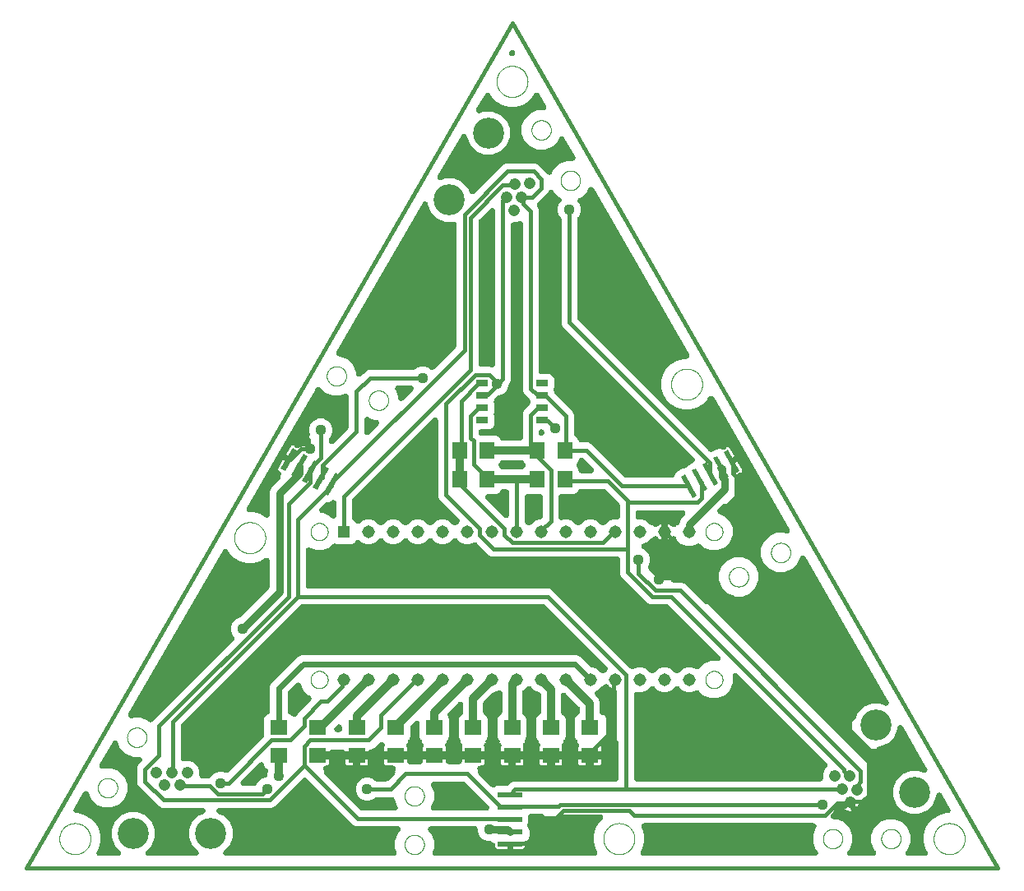
<source format=gbl>
G04 EAGLE Gerber RS-274X export*
G75*
%MOMM*%
%FSLAX34Y34*%
%LPD*%
%INBottom layer*%
%IPPOS*%
%AMOC8*
5,1,8,0,0,1.08239X$1,22.5*%
G01*
%ADD10C,0.406400*%
%ADD11C,0.000000*%
%ADD12R,1.600000X1.803000*%
%ADD13R,1.803000X1.600000*%
%ADD14R,1.308000X1.308000*%
%ADD15C,1.308000*%
%ADD16C,3.200000*%
%ADD17C,1.208000*%
%ADD18R,0.500000X2.500000*%
%ADD19R,2.500000X0.500000*%
%ADD20R,1.270000X0.635000*%
%ADD21C,0.812800*%
%ADD22C,0.381000*%
%ADD23C,1.117600*%
%ADD24C,0.762000*%
%ADD25C,1.108000*%
%ADD26C,0.609600*%

G36*
X925061Y12204D02*
X925061Y12204D01*
X925173Y12223D01*
X925287Y12233D01*
X925416Y12265D01*
X925547Y12287D01*
X925655Y12324D01*
X925766Y12351D01*
X925888Y12404D01*
X926014Y12447D01*
X926114Y12501D01*
X926219Y12546D01*
X926331Y12617D01*
X926449Y12680D01*
X926539Y12750D01*
X926635Y12811D01*
X926734Y12900D01*
X926840Y12981D01*
X926918Y13064D01*
X927003Y13140D01*
X927087Y13243D01*
X927178Y13340D01*
X927242Y13435D01*
X927313Y13524D01*
X927379Y13639D01*
X927453Y13750D01*
X927501Y13853D01*
X927557Y13952D01*
X927603Y14077D01*
X927659Y14198D01*
X927689Y14308D01*
X927729Y14415D01*
X927754Y14545D01*
X927789Y14674D01*
X927801Y14787D01*
X927823Y14899D01*
X927827Y15032D01*
X927842Y15164D01*
X927835Y15278D01*
X927839Y15392D01*
X927821Y15524D01*
X927814Y15657D01*
X927789Y15768D01*
X927774Y15881D01*
X927736Y16009D01*
X927707Y16139D01*
X927673Y16215D01*
X927632Y16353D01*
X927460Y16703D01*
X927434Y16764D01*
X925622Y19902D01*
X923839Y26556D01*
X923839Y33444D01*
X925622Y40098D01*
X929066Y46063D01*
X933937Y50934D01*
X939902Y54378D01*
X946556Y56161D01*
X948395Y56161D01*
X948525Y56171D01*
X948655Y56172D01*
X948770Y56191D01*
X948887Y56201D01*
X949013Y56232D01*
X949141Y56254D01*
X949252Y56291D01*
X949365Y56319D01*
X949485Y56371D01*
X949608Y56413D01*
X949711Y56468D01*
X949819Y56514D01*
X949928Y56584D01*
X950043Y56645D01*
X950136Y56716D01*
X950235Y56779D01*
X950332Y56866D01*
X950435Y56945D01*
X950479Y56991D01*
X950515Y57030D01*
X950603Y57108D01*
X950684Y57209D01*
X950722Y57249D01*
X950774Y57304D01*
X950839Y57401D01*
X950913Y57492D01*
X950977Y57604D01*
X951050Y57712D01*
X951099Y57819D01*
X951157Y57920D01*
X951202Y58042D01*
X951256Y58160D01*
X951288Y58273D01*
X951328Y58383D01*
X951353Y58510D01*
X951368Y58564D01*
X951388Y58636D01*
X951401Y58752D01*
X951423Y58867D01*
X951427Y58997D01*
X951441Y59126D01*
X951435Y59243D01*
X951438Y59360D01*
X951421Y59489D01*
X951414Y59619D01*
X951389Y59733D01*
X951374Y59849D01*
X951336Y59974D01*
X951308Y60101D01*
X951274Y60179D01*
X951231Y60321D01*
X951065Y60661D01*
X951037Y60726D01*
X942302Y75925D01*
X942192Y76084D01*
X942089Y76247D01*
X942053Y76287D01*
X942022Y76332D01*
X941889Y76471D01*
X941760Y76615D01*
X941718Y76649D01*
X941681Y76688D01*
X941526Y76804D01*
X941376Y76925D01*
X941329Y76951D01*
X941286Y76984D01*
X941115Y77073D01*
X940948Y77169D01*
X940897Y77187D01*
X940849Y77213D01*
X940666Y77273D01*
X940485Y77340D01*
X940432Y77351D01*
X940381Y77368D01*
X940190Y77398D01*
X940001Y77435D01*
X939947Y77437D01*
X939894Y77445D01*
X939700Y77444D01*
X939508Y77450D01*
X939454Y77443D01*
X939400Y77443D01*
X939210Y77411D01*
X939019Y77386D01*
X938967Y77370D01*
X938914Y77361D01*
X938731Y77299D01*
X938546Y77243D01*
X938498Y77220D01*
X938447Y77202D01*
X938276Y77111D01*
X938103Y77027D01*
X938059Y76995D01*
X938012Y76970D01*
X937858Y76853D01*
X937701Y76741D01*
X937662Y76703D01*
X937620Y76670D01*
X937487Y76530D01*
X937350Y76394D01*
X937318Y76351D01*
X937281Y76311D01*
X937173Y76151D01*
X937060Y75996D01*
X937035Y75947D01*
X937005Y75903D01*
X936924Y75727D01*
X936837Y75555D01*
X936821Y75504D01*
X936798Y75455D01*
X936747Y75269D01*
X936689Y75085D01*
X936684Y75041D01*
X936667Y74979D01*
X936614Y74489D01*
X936616Y74440D01*
X936613Y74407D01*
X936613Y73364D01*
X933249Y65242D01*
X927033Y59026D01*
X918911Y55662D01*
X910121Y55662D01*
X901999Y59026D01*
X895783Y65242D01*
X892419Y73364D01*
X892419Y82154D01*
X895783Y90276D01*
X901999Y96492D01*
X910121Y99856D01*
X918911Y99856D01*
X923293Y98041D01*
X923513Y97970D01*
X923738Y97895D01*
X923751Y97893D01*
X923763Y97889D01*
X923993Y97855D01*
X924226Y97818D01*
X924238Y97818D01*
X924251Y97816D01*
X924485Y97819D01*
X924719Y97820D01*
X924731Y97822D01*
X924744Y97822D01*
X924975Y97863D01*
X925206Y97901D01*
X925217Y97906D01*
X925230Y97908D01*
X925450Y97985D01*
X925672Y98061D01*
X925684Y98066D01*
X925695Y98071D01*
X925900Y98182D01*
X926108Y98293D01*
X926118Y98301D01*
X926129Y98307D01*
X926313Y98450D01*
X926500Y98593D01*
X926508Y98602D01*
X926518Y98609D01*
X926677Y98781D01*
X926838Y98951D01*
X926845Y98962D01*
X926854Y98971D01*
X926983Y99166D01*
X927114Y99360D01*
X927119Y99372D01*
X927126Y99382D01*
X927223Y99596D01*
X927321Y99808D01*
X927324Y99820D01*
X927329Y99832D01*
X927390Y100057D01*
X927452Y100284D01*
X927454Y100296D01*
X927457Y100308D01*
X927480Y100540D01*
X927505Y100774D01*
X927505Y100787D01*
X927506Y100799D01*
X927491Y101033D01*
X927479Y101267D01*
X927476Y101279D01*
X927475Y101292D01*
X927423Y101520D01*
X927373Y101749D01*
X927369Y101758D01*
X927365Y101773D01*
X927179Y102229D01*
X927127Y102316D01*
X927101Y102374D01*
X925489Y105180D01*
X907831Y135904D01*
X902302Y145525D01*
X902192Y145684D01*
X902089Y145847D01*
X902053Y145887D01*
X902022Y145932D01*
X901889Y146071D01*
X901760Y146215D01*
X901718Y146249D01*
X901681Y146288D01*
X901526Y146404D01*
X901376Y146525D01*
X901329Y146551D01*
X901286Y146584D01*
X901115Y146673D01*
X900948Y146769D01*
X900897Y146787D01*
X900849Y146813D01*
X900666Y146873D01*
X900485Y146940D01*
X900432Y146951D01*
X900381Y146968D01*
X900190Y146998D01*
X900001Y147035D01*
X899947Y147037D01*
X899894Y147045D01*
X899700Y147044D01*
X899508Y147050D01*
X899454Y147043D01*
X899400Y147043D01*
X899210Y147011D01*
X899019Y146986D01*
X898967Y146970D01*
X898914Y146961D01*
X898731Y146899D01*
X898546Y146843D01*
X898498Y146820D01*
X898447Y146802D01*
X898276Y146711D01*
X898103Y146627D01*
X898059Y146595D01*
X898012Y146570D01*
X897858Y146453D01*
X897701Y146341D01*
X897663Y146303D01*
X897620Y146270D01*
X897487Y146130D01*
X897350Y145994D01*
X897318Y145951D01*
X897281Y145911D01*
X897173Y145751D01*
X897060Y145596D01*
X897035Y145547D01*
X897005Y145503D01*
X896924Y145327D01*
X896837Y145155D01*
X896821Y145104D01*
X896798Y145055D01*
X896747Y144869D01*
X896689Y144685D01*
X896684Y144641D01*
X896667Y144579D01*
X896614Y144089D01*
X896616Y144040D01*
X896613Y144007D01*
X896613Y142646D01*
X893249Y134524D01*
X887033Y128308D01*
X878911Y124944D01*
X877824Y124944D01*
X877748Y124938D01*
X877672Y124940D01*
X877503Y124918D01*
X877332Y124904D01*
X877258Y124886D01*
X877183Y124876D01*
X877019Y124827D01*
X876853Y124786D01*
X876784Y124756D01*
X876710Y124734D01*
X876557Y124658D01*
X876400Y124591D01*
X876336Y124550D01*
X876267Y124517D01*
X876128Y124418D01*
X875984Y124326D01*
X875927Y124275D01*
X875865Y124231D01*
X875744Y124111D01*
X875616Y123997D01*
X875568Y123938D01*
X875514Y123884D01*
X875413Y123746D01*
X875306Y123613D01*
X875269Y123547D01*
X875224Y123486D01*
X875147Y123333D01*
X875062Y123185D01*
X875036Y123113D01*
X875001Y123045D01*
X874959Y122912D01*
X871339Y122912D01*
X865203Y124557D01*
X859700Y127733D01*
X855208Y132226D01*
X852031Y137728D01*
X850387Y143864D01*
X850387Y150218D01*
X850678Y151301D01*
X850752Y151306D01*
X850817Y151321D01*
X850883Y151328D01*
X851057Y151376D01*
X851233Y151416D01*
X851294Y151441D01*
X851358Y151459D01*
X851522Y151534D01*
X851690Y151602D01*
X851746Y151637D01*
X851807Y151664D01*
X851957Y151765D01*
X852111Y151859D01*
X852161Y151903D01*
X852216Y151940D01*
X852348Y152063D01*
X852484Y152181D01*
X852527Y152232D01*
X852576Y152277D01*
X852685Y152421D01*
X852802Y152559D01*
X852827Y152605D01*
X852876Y152669D01*
X853109Y153104D01*
X853120Y153135D01*
X853131Y153156D01*
X855783Y159558D01*
X861999Y165774D01*
X870121Y169138D01*
X878911Y169138D01*
X883533Y167223D01*
X883754Y167152D01*
X883978Y167078D01*
X883991Y167076D01*
X884003Y167072D01*
X884233Y167037D01*
X884465Y167000D01*
X884478Y167000D01*
X884490Y166999D01*
X884725Y167001D01*
X884959Y167002D01*
X884971Y167005D01*
X884984Y167005D01*
X885214Y167045D01*
X885445Y167084D01*
X885457Y167088D01*
X885469Y167090D01*
X885690Y167167D01*
X885912Y167243D01*
X885923Y167249D01*
X885935Y167253D01*
X886139Y167365D01*
X886347Y167476D01*
X886358Y167483D01*
X886368Y167489D01*
X886553Y167632D01*
X886739Y167775D01*
X886748Y167784D01*
X886758Y167792D01*
X886917Y167964D01*
X887078Y168134D01*
X887085Y168145D01*
X887093Y168154D01*
X887223Y168349D01*
X887354Y168543D01*
X887359Y168554D01*
X887366Y168565D01*
X887463Y168778D01*
X887561Y168991D01*
X887564Y169003D01*
X887569Y169014D01*
X887629Y169239D01*
X887692Y169466D01*
X887694Y169479D01*
X887697Y169491D01*
X887720Y169723D01*
X887745Y169957D01*
X887745Y169969D01*
X887746Y169982D01*
X887731Y170215D01*
X887719Y170450D01*
X887716Y170462D01*
X887715Y170474D01*
X887663Y170702D01*
X887613Y170931D01*
X887608Y170941D01*
X887605Y170955D01*
X887419Y171412D01*
X887367Y171498D01*
X887341Y171557D01*
X885705Y174404D01*
X801825Y320356D01*
X801774Y320429D01*
X801732Y320507D01*
X801635Y320632D01*
X801545Y320762D01*
X801484Y320826D01*
X801429Y320896D01*
X801313Y321004D01*
X801203Y321118D01*
X801133Y321171D01*
X801068Y321232D01*
X800936Y321319D01*
X800809Y321414D01*
X800730Y321455D01*
X800657Y321504D01*
X800512Y321569D01*
X800372Y321643D01*
X800288Y321671D01*
X800207Y321707D01*
X800054Y321748D01*
X799904Y321798D01*
X799816Y321812D01*
X799730Y321835D01*
X799573Y321851D01*
X799416Y321875D01*
X799328Y321875D01*
X799239Y321884D01*
X799081Y321874D01*
X798923Y321873D01*
X798835Y321859D01*
X798747Y321853D01*
X798593Y321818D01*
X798436Y321792D01*
X798352Y321763D01*
X798266Y321743D01*
X798120Y321684D01*
X797969Y321633D01*
X797891Y321591D01*
X797809Y321557D01*
X797674Y321475D01*
X797534Y321400D01*
X797464Y321346D01*
X797388Y321300D01*
X797268Y321197D01*
X797142Y321101D01*
X797081Y321036D01*
X797014Y320978D01*
X796913Y320857D01*
X796804Y320742D01*
X796754Y320668D01*
X796697Y320600D01*
X796647Y320510D01*
X796528Y320333D01*
X796418Y320096D01*
X796367Y320003D01*
X793598Y313317D01*
X787927Y307646D01*
X780517Y304576D01*
X772496Y304576D01*
X765086Y307646D01*
X759415Y313317D01*
X756346Y320727D01*
X756346Y328747D01*
X759415Y336157D01*
X765086Y341829D01*
X772496Y344898D01*
X780517Y344898D01*
X781704Y344406D01*
X781924Y344335D01*
X782149Y344261D01*
X782162Y344259D01*
X782173Y344255D01*
X782404Y344220D01*
X782636Y344183D01*
X782649Y344183D01*
X782661Y344181D01*
X782896Y344184D01*
X783130Y344185D01*
X783142Y344187D01*
X783154Y344188D01*
X783385Y344228D01*
X783616Y344267D01*
X783628Y344271D01*
X783640Y344273D01*
X783861Y344350D01*
X784083Y344426D01*
X784094Y344432D01*
X784106Y344436D01*
X784310Y344547D01*
X784518Y344659D01*
X784528Y344666D01*
X784539Y344672D01*
X784723Y344815D01*
X784910Y344958D01*
X784919Y344967D01*
X784929Y344975D01*
X785088Y345147D01*
X785249Y345317D01*
X785256Y345327D01*
X785264Y345337D01*
X785394Y345532D01*
X785525Y345726D01*
X785530Y345737D01*
X785537Y345748D01*
X785633Y345961D01*
X785731Y346174D01*
X785735Y346186D01*
X785740Y346197D01*
X785800Y346422D01*
X785863Y346649D01*
X785864Y346662D01*
X785868Y346674D01*
X785891Y346906D01*
X785916Y347140D01*
X785915Y347152D01*
X785917Y347165D01*
X785902Y347398D01*
X785889Y347632D01*
X785887Y347645D01*
X785886Y347657D01*
X785834Y347886D01*
X785783Y348114D01*
X785779Y348124D01*
X785776Y348138D01*
X785590Y348595D01*
X785537Y348681D01*
X785512Y348740D01*
X707422Y484617D01*
X707345Y484729D01*
X707276Y484846D01*
X707205Y484932D01*
X707142Y485023D01*
X707048Y485121D01*
X706961Y485226D01*
X706877Y485299D01*
X706801Y485379D01*
X706692Y485461D01*
X706589Y485550D01*
X706495Y485609D01*
X706406Y485675D01*
X706285Y485738D01*
X706170Y485810D01*
X706067Y485852D01*
X705969Y485904D01*
X705839Y485947D01*
X705714Y485999D01*
X705606Y486024D01*
X705501Y486059D01*
X705366Y486081D01*
X705234Y486112D01*
X705123Y486119D01*
X705013Y486137D01*
X704877Y486136D01*
X704741Y486145D01*
X704631Y486135D01*
X704520Y486134D01*
X704386Y486112D01*
X704250Y486099D01*
X704143Y486071D01*
X704034Y486053D01*
X703905Y486009D01*
X703773Y485974D01*
X703672Y485929D01*
X703567Y485894D01*
X703446Y485829D01*
X703322Y485774D01*
X703229Y485714D01*
X703131Y485661D01*
X703023Y485578D01*
X702909Y485504D01*
X702828Y485429D01*
X702739Y485362D01*
X702646Y485263D01*
X702546Y485171D01*
X702497Y485104D01*
X702401Y485003D01*
X702176Y484669D01*
X702141Y484622D01*
X700664Y482065D01*
X695794Y477194D01*
X689828Y473750D01*
X683175Y471967D01*
X676287Y471967D01*
X669633Y473750D01*
X663668Y477194D01*
X658797Y482065D01*
X655353Y488031D01*
X653570Y494684D01*
X653570Y501572D01*
X655353Y508226D01*
X658797Y514191D01*
X663668Y519062D01*
X669633Y522506D01*
X676287Y524289D01*
X679356Y524289D01*
X679485Y524299D01*
X679615Y524300D01*
X679731Y524319D01*
X679847Y524329D01*
X679974Y524360D01*
X680102Y524382D01*
X680213Y524419D01*
X680326Y524448D01*
X680446Y524499D01*
X680569Y524541D01*
X680672Y524596D01*
X680780Y524642D01*
X680889Y524712D01*
X681004Y524773D01*
X681097Y524844D01*
X681196Y524907D01*
X681293Y524994D01*
X681396Y525073D01*
X681476Y525158D01*
X681564Y525236D01*
X681645Y525337D01*
X681735Y525432D01*
X681800Y525529D01*
X681874Y525620D01*
X681938Y525733D01*
X682011Y525840D01*
X682060Y525947D01*
X682118Y526048D01*
X682163Y526170D01*
X682217Y526288D01*
X682248Y526401D01*
X682289Y526511D01*
X682314Y526639D01*
X682349Y526764D01*
X682361Y526880D01*
X682384Y526995D01*
X682388Y527125D01*
X682402Y527254D01*
X682396Y527371D01*
X682399Y527488D01*
X682382Y527617D01*
X682375Y527747D01*
X682350Y527861D01*
X682335Y527977D01*
X682297Y528102D01*
X682269Y528229D01*
X682235Y528307D01*
X682192Y528450D01*
X682026Y528789D01*
X681998Y528855D01*
X583734Y699833D01*
X583684Y699906D01*
X583642Y699984D01*
X583544Y700109D01*
X583455Y700239D01*
X583393Y700303D01*
X583339Y700373D01*
X583223Y700481D01*
X583113Y700595D01*
X583042Y700649D01*
X582977Y700709D01*
X582845Y700796D01*
X582719Y700891D01*
X582640Y700933D01*
X582566Y700982D01*
X582422Y701047D01*
X582281Y701120D01*
X582197Y701148D01*
X582116Y701184D01*
X581964Y701225D01*
X581813Y701275D01*
X581726Y701289D01*
X581640Y701312D01*
X581482Y701328D01*
X581326Y701353D01*
X581237Y701352D01*
X581149Y701361D01*
X580991Y701351D01*
X580833Y701351D01*
X580745Y701336D01*
X580657Y701330D01*
X580502Y701295D01*
X580346Y701269D01*
X580262Y701240D01*
X580176Y701221D01*
X580029Y701161D01*
X579879Y701110D01*
X579801Y701068D01*
X579719Y701035D01*
X579584Y700952D01*
X579444Y700877D01*
X579373Y700823D01*
X579298Y700777D01*
X579178Y700674D01*
X579052Y700578D01*
X578991Y700513D01*
X578924Y700455D01*
X578822Y700334D01*
X578713Y700219D01*
X578664Y700145D01*
X578607Y700077D01*
X578557Y699987D01*
X578437Y699810D01*
X578328Y699573D01*
X578277Y699481D01*
X577091Y696618D01*
X571420Y690947D01*
X569142Y690004D01*
X568982Y689921D01*
X568818Y689846D01*
X568763Y689809D01*
X568703Y689778D01*
X568558Y689671D01*
X568408Y689571D01*
X568360Y689525D01*
X568306Y689486D01*
X568180Y689356D01*
X568049Y689233D01*
X568008Y689180D01*
X567962Y689132D01*
X567858Y688984D01*
X567749Y688841D01*
X567717Y688783D01*
X567679Y688728D01*
X567601Y688566D01*
X567515Y688407D01*
X567494Y688344D01*
X567465Y688284D01*
X567414Y688111D01*
X567355Y687940D01*
X567344Y687874D01*
X567325Y687811D01*
X567303Y687632D01*
X567273Y687454D01*
X567272Y687387D01*
X567264Y687321D01*
X567271Y687141D01*
X567270Y686960D01*
X567280Y686894D01*
X567283Y686828D01*
X567318Y686651D01*
X567346Y686473D01*
X567367Y686410D01*
X567380Y686344D01*
X567444Y686176D01*
X567501Y686004D01*
X567531Y685945D01*
X567555Y685883D01*
X567645Y685727D01*
X567728Y685567D01*
X567761Y685525D01*
X567802Y685456D01*
X568114Y685074D01*
X568139Y685052D01*
X568154Y685034D01*
X568706Y684481D01*
X570485Y680187D01*
X570485Y675538D01*
X568706Y671244D01*
X567694Y670232D01*
X567620Y670145D01*
X567539Y670065D01*
X567461Y669957D01*
X567375Y669856D01*
X567316Y669758D01*
X567249Y669666D01*
X567189Y669548D01*
X567120Y669434D01*
X567078Y669327D01*
X567026Y669226D01*
X566986Y669099D01*
X566937Y668975D01*
X566912Y668864D01*
X566878Y668755D01*
X566868Y668662D01*
X566830Y668494D01*
X566812Y668170D01*
X566802Y668077D01*
X566802Y566552D01*
X566811Y566438D01*
X566810Y566324D01*
X566831Y566192D01*
X566842Y566060D01*
X566869Y565949D01*
X566887Y565836D01*
X566928Y565710D01*
X566960Y565581D01*
X567005Y565476D01*
X567041Y565368D01*
X567103Y565250D01*
X567155Y565128D01*
X567216Y565032D01*
X567269Y564930D01*
X567328Y564857D01*
X567420Y564712D01*
X567636Y564469D01*
X567694Y564397D01*
X702722Y429369D01*
X702852Y429259D01*
X702977Y429141D01*
X703040Y429099D01*
X703098Y429050D01*
X703245Y428961D01*
X703386Y428866D01*
X703455Y428834D01*
X703521Y428795D01*
X703680Y428731D01*
X703835Y428660D01*
X703908Y428640D01*
X703979Y428612D01*
X704146Y428575D01*
X704311Y428530D01*
X704386Y428522D01*
X704460Y428505D01*
X704631Y428496D01*
X704801Y428477D01*
X704877Y428482D01*
X704953Y428477D01*
X705123Y428496D01*
X705294Y428505D01*
X705368Y428522D01*
X705443Y428530D01*
X705608Y428575D01*
X705775Y428612D01*
X705830Y428636D01*
X705919Y428660D01*
X706368Y428866D01*
X706386Y428878D01*
X706400Y428885D01*
X708839Y430292D01*
X710417Y430500D01*
X710529Y430524D01*
X710642Y430538D01*
X710770Y430576D01*
X710900Y430604D01*
X711006Y430646D01*
X711115Y430678D01*
X711235Y430736D01*
X711359Y430784D01*
X711457Y430843D01*
X711560Y430892D01*
X711669Y430968D01*
X711783Y431036D01*
X711870Y431110D01*
X711964Y431175D01*
X712029Y431243D01*
X712161Y431353D01*
X712373Y431600D01*
X712437Y431666D01*
X712899Y432269D01*
X714502Y431839D01*
X714659Y431719D01*
X714842Y431601D01*
X715024Y431479D01*
X715050Y431467D01*
X715074Y431451D01*
X715136Y431424D01*
X715364Y431187D01*
X715436Y431134D01*
X715477Y431093D01*
X715477Y431092D01*
X715621Y430995D01*
X715760Y430891D01*
X715825Y430857D01*
X715886Y430816D01*
X716043Y430744D01*
X716197Y430664D01*
X716267Y430641D01*
X716334Y430610D01*
X716501Y430564D01*
X716666Y430509D01*
X716739Y430498D01*
X716810Y430478D01*
X716982Y430460D01*
X717153Y430433D01*
X717227Y430433D01*
X717300Y430425D01*
X717473Y430435D01*
X717646Y430436D01*
X717719Y430448D01*
X717793Y430452D01*
X717962Y430490D01*
X718133Y430519D01*
X718203Y430543D01*
X718275Y430558D01*
X718436Y430622D01*
X718599Y430679D01*
X718664Y430714D01*
X718733Y430741D01*
X718882Y430830D01*
X719034Y430912D01*
X719093Y430957D01*
X719156Y430995D01*
X719288Y431107D01*
X719426Y431212D01*
X719476Y431266D01*
X719532Y431314D01*
X719645Y431445D01*
X719763Y431572D01*
X719805Y431633D01*
X719852Y431689D01*
X719942Y431837D01*
X720039Y431981D01*
X720069Y432048D01*
X720108Y432111D01*
X720172Y432272D01*
X720244Y432430D01*
X720264Y432501D01*
X720291Y432569D01*
X720329Y432738D01*
X720356Y432836D01*
X720855Y433124D01*
X721501Y433297D01*
X722170Y433297D01*
X722816Y433124D01*
X723395Y432789D01*
X723868Y432316D01*
X728762Y423840D01*
X726753Y422681D01*
X726565Y422551D01*
X726377Y422424D01*
X726363Y422411D01*
X726347Y422400D01*
X726183Y422241D01*
X726017Y422086D01*
X726006Y422071D01*
X725992Y422058D01*
X725855Y421875D01*
X725717Y421695D01*
X725708Y421678D01*
X725697Y421663D01*
X725591Y421460D01*
X725484Y421260D01*
X725478Y421242D01*
X725469Y421225D01*
X725398Y421009D01*
X725324Y420793D01*
X725321Y420775D01*
X725315Y420757D01*
X725279Y420532D01*
X725241Y420307D01*
X725241Y420288D01*
X725238Y420269D01*
X725239Y420041D01*
X725238Y419814D01*
X725241Y419795D01*
X725241Y419776D01*
X725279Y419552D01*
X725315Y419326D01*
X725321Y419308D01*
X725324Y419290D01*
X725397Y419075D01*
X725469Y418858D01*
X725478Y418841D01*
X725484Y418823D01*
X725591Y418623D01*
X725697Y418420D01*
X725707Y418408D01*
X725717Y418388D01*
X726017Y417997D01*
X726018Y417997D01*
X726085Y417933D01*
X726122Y417887D01*
X726252Y417776D01*
X726377Y417659D01*
X726440Y417616D01*
X726498Y417567D01*
X726645Y417479D01*
X726787Y417383D01*
X726856Y417352D01*
X726921Y417313D01*
X727080Y417249D01*
X727235Y417178D01*
X727308Y417158D01*
X727379Y417129D01*
X727546Y417093D01*
X727711Y417047D01*
X727786Y417039D01*
X727861Y417023D01*
X728031Y417013D01*
X728201Y416995D01*
X728277Y416999D01*
X728353Y416995D01*
X728523Y417013D01*
X728694Y417023D01*
X728768Y417039D01*
X728844Y417047D01*
X729008Y417092D01*
X729176Y417130D01*
X729230Y417153D01*
X729319Y417178D01*
X729768Y417384D01*
X729786Y417396D01*
X729801Y417402D01*
X731809Y418562D01*
X736703Y410086D01*
X736876Y409440D01*
X736876Y408771D01*
X736703Y408125D01*
X736368Y407545D01*
X735895Y407072D01*
X735402Y406787D01*
X735291Y406814D01*
X735175Y406852D01*
X735051Y406872D01*
X734929Y406901D01*
X734808Y406910D01*
X734687Y406929D01*
X734562Y406928D01*
X734437Y406937D01*
X734316Y406926D01*
X734194Y406926D01*
X734071Y406905D01*
X733946Y406894D01*
X733828Y406864D01*
X733708Y406843D01*
X733589Y406802D01*
X733468Y406771D01*
X733356Y406723D01*
X733241Y406683D01*
X733131Y406624D01*
X733016Y406574D01*
X732914Y406507D01*
X732806Y406450D01*
X732707Y406374D01*
X732602Y406306D01*
X732512Y406224D01*
X732415Y406149D01*
X732329Y406058D01*
X732237Y405974D01*
X732161Y405879D01*
X732077Y405790D01*
X732007Y405686D01*
X731929Y405588D01*
X731870Y405482D01*
X731802Y405380D01*
X731750Y405267D01*
X731689Y405158D01*
X731647Y405043D01*
X731596Y404932D01*
X731563Y404811D01*
X731520Y404694D01*
X731498Y404574D01*
X731466Y404456D01*
X731452Y404332D01*
X731429Y404209D01*
X731430Y404121D01*
X731413Y403966D01*
X731434Y403607D01*
X731434Y403527D01*
X731434Y403526D01*
X731440Y403500D01*
X731441Y403473D01*
X731441Y403472D01*
X731489Y403258D01*
X731532Y403043D01*
X731542Y403017D01*
X731548Y402991D01*
X731564Y402954D01*
X731567Y402542D01*
X731580Y402462D01*
X731581Y402409D01*
X731607Y402213D01*
X731180Y400621D01*
X731170Y400564D01*
X731153Y400510D01*
X731141Y400406D01*
X731091Y400135D01*
X731088Y399933D01*
X731076Y399832D01*
X731076Y388150D01*
X729259Y383762D01*
X720513Y375017D01*
X720489Y375031D01*
X720453Y375044D01*
X720419Y375062D01*
X720222Y375130D01*
X720026Y375202D01*
X719989Y375210D01*
X719953Y375222D01*
X719746Y375257D01*
X719542Y375297D01*
X719504Y375298D01*
X719466Y375305D01*
X719257Y375306D01*
X719049Y375312D01*
X719011Y375307D01*
X718973Y375308D01*
X718766Y375275D01*
X718560Y375248D01*
X718523Y375237D01*
X718486Y375231D01*
X718287Y375166D01*
X718088Y375105D01*
X718053Y375089D01*
X718017Y375077D01*
X717832Y374980D01*
X717644Y374888D01*
X717613Y374866D01*
X717579Y374849D01*
X717507Y374791D01*
X717242Y374603D01*
X717120Y374482D01*
X717046Y374424D01*
X712187Y369564D01*
X712070Y369427D01*
X711947Y369294D01*
X711910Y369239D01*
X711867Y369188D01*
X711774Y369033D01*
X711674Y368883D01*
X711647Y368823D01*
X711613Y368765D01*
X711545Y368598D01*
X711471Y368433D01*
X711454Y368369D01*
X711429Y368307D01*
X711390Y368131D01*
X711344Y367957D01*
X711337Y367891D01*
X711323Y367826D01*
X711313Y367645D01*
X711295Y367466D01*
X711299Y367400D01*
X711295Y367333D01*
X711314Y367154D01*
X711325Y366974D01*
X711340Y366909D01*
X711347Y366843D01*
X711395Y366669D01*
X711435Y366493D01*
X711460Y366431D01*
X711478Y366367D01*
X711553Y366203D01*
X711621Y366036D01*
X711656Y365979D01*
X711684Y365918D01*
X711784Y365769D01*
X711878Y365615D01*
X711922Y365564D01*
X711959Y365509D01*
X712082Y365378D01*
X712200Y365241D01*
X712251Y365198D01*
X712297Y365150D01*
X712440Y365040D01*
X712578Y364924D01*
X712625Y364898D01*
X712688Y364849D01*
X713123Y364616D01*
X713155Y364605D01*
X713175Y364594D01*
X718035Y362581D01*
X718591Y362350D01*
X723950Y356991D01*
X726851Y349989D01*
X726851Y342411D01*
X723950Y335409D01*
X718591Y330050D01*
X711589Y327149D01*
X704011Y327149D01*
X697009Y330050D01*
X693977Y333082D01*
X693810Y333223D01*
X693646Y333368D01*
X693622Y333383D01*
X693601Y333401D01*
X693413Y333514D01*
X693229Y333630D01*
X693202Y333641D01*
X693178Y333656D01*
X692975Y333737D01*
X692774Y333822D01*
X692746Y333828D01*
X692720Y333839D01*
X692507Y333886D01*
X692294Y333937D01*
X692266Y333939D01*
X692238Y333946D01*
X692020Y333958D01*
X691802Y333974D01*
X691774Y333972D01*
X691746Y333973D01*
X691528Y333950D01*
X691311Y333931D01*
X691288Y333925D01*
X691255Y333921D01*
X690779Y333790D01*
X690706Y333757D01*
X690656Y333742D01*
X685318Y331531D01*
X679482Y331531D01*
X674091Y333764D01*
X669964Y337891D01*
X669223Y339681D01*
X669144Y339835D01*
X669073Y339993D01*
X669032Y340054D01*
X668998Y340120D01*
X668895Y340259D01*
X668799Y340403D01*
X668749Y340458D01*
X668705Y340517D01*
X668581Y340638D01*
X668463Y340765D01*
X668405Y340810D01*
X668352Y340862D01*
X668210Y340961D01*
X668073Y341067D01*
X668008Y341102D01*
X667948Y341145D01*
X667792Y341219D01*
X667640Y341302D01*
X667570Y341327D01*
X667503Y341359D01*
X667337Y341407D01*
X667174Y341464D01*
X667101Y341477D01*
X667030Y341498D01*
X666858Y341520D01*
X666688Y341549D01*
X666614Y341550D01*
X666540Y341559D01*
X666368Y341553D01*
X666195Y341555D01*
X666121Y341544D01*
X666047Y341541D01*
X665878Y341507D01*
X665707Y341481D01*
X665637Y341458D01*
X665564Y341443D01*
X665402Y341382D01*
X665238Y341329D01*
X665172Y341295D01*
X665102Y341269D01*
X664953Y341182D01*
X664799Y341103D01*
X664739Y341059D01*
X664675Y341022D01*
X664541Y340913D01*
X664402Y340810D01*
X664363Y340767D01*
X664293Y340710D01*
X663967Y340340D01*
X663954Y340319D01*
X663942Y340306D01*
X663926Y340284D01*
X662916Y339274D01*
X661759Y338433D01*
X660486Y337785D01*
X660047Y337642D01*
X660047Y346200D01*
X660047Y354758D01*
X660486Y354615D01*
X661759Y353967D01*
X662916Y353126D01*
X663926Y352116D01*
X663942Y352094D01*
X664055Y351963D01*
X664161Y351826D01*
X664215Y351776D01*
X664264Y351720D01*
X664396Y351608D01*
X664523Y351491D01*
X664584Y351450D01*
X664641Y351402D01*
X664790Y351313D01*
X664934Y351218D01*
X665001Y351187D01*
X665065Y351149D01*
X665226Y351086D01*
X665383Y351015D01*
X665455Y350996D01*
X665524Y350969D01*
X665693Y350932D01*
X665860Y350887D01*
X665934Y350880D01*
X666006Y350864D01*
X666179Y350855D01*
X666351Y350838D01*
X666425Y350843D01*
X666499Y350839D01*
X666671Y350858D01*
X666843Y350869D01*
X666915Y350885D01*
X666989Y350894D01*
X667155Y350940D01*
X667324Y350979D01*
X667393Y351007D01*
X667464Y351027D01*
X667621Y351100D01*
X667781Y351165D01*
X667844Y351203D01*
X667911Y351235D01*
X668055Y351332D01*
X668202Y351422D01*
X668258Y351470D01*
X668319Y351512D01*
X668445Y351631D01*
X668576Y351744D01*
X668624Y351801D01*
X668677Y351852D01*
X668782Y351989D01*
X668893Y352122D01*
X668921Y352173D01*
X668976Y352245D01*
X669207Y352680D01*
X669213Y352700D01*
X669255Y352691D01*
X669293Y352689D01*
X669330Y352681D01*
X669538Y352675D01*
X669747Y352663D01*
X669785Y352667D01*
X669823Y352666D01*
X670030Y352693D01*
X670238Y352715D01*
X670274Y352725D01*
X670312Y352730D01*
X670512Y352791D01*
X670713Y352846D01*
X670748Y352862D01*
X670785Y352873D01*
X670972Y352965D01*
X671162Y353052D01*
X671193Y353073D01*
X671228Y353090D01*
X671398Y353210D01*
X671571Y353327D01*
X671599Y353353D01*
X671630Y353375D01*
X671778Y353522D01*
X671931Y353665D01*
X671954Y353695D01*
X671981Y353722D01*
X672104Y353891D01*
X672231Y354056D01*
X672249Y354090D01*
X672271Y354121D01*
X672365Y354307D01*
X672464Y354491D01*
X672477Y354527D01*
X672494Y354561D01*
X672556Y354760D01*
X672624Y354958D01*
X672630Y354995D01*
X672642Y355032D01*
X672652Y355124D01*
X672707Y355444D01*
X672708Y355616D01*
X672718Y355709D01*
X672718Y355983D01*
X674226Y359624D01*
X677442Y362840D01*
X677636Y363034D01*
X677661Y363063D01*
X677689Y363088D01*
X677820Y363251D01*
X677956Y363410D01*
X677975Y363442D01*
X677999Y363472D01*
X678102Y363653D01*
X678210Y363832D01*
X678224Y363868D01*
X678243Y363901D01*
X678316Y364097D01*
X678393Y364290D01*
X678401Y364327D01*
X678415Y364363D01*
X678455Y364568D01*
X678500Y364772D01*
X678502Y364810D01*
X678509Y364848D01*
X678516Y365055D01*
X678528Y365265D01*
X678524Y365303D01*
X678525Y365341D01*
X678498Y365547D01*
X678475Y365755D01*
X678465Y365792D01*
X678460Y365830D01*
X678400Y366030D01*
X678345Y366231D01*
X678329Y366265D01*
X678318Y366302D01*
X678226Y366489D01*
X678139Y366679D01*
X678118Y366711D01*
X678101Y366745D01*
X677980Y366915D01*
X677864Y367089D01*
X677838Y367116D01*
X677815Y367147D01*
X677669Y367296D01*
X677526Y367448D01*
X677496Y367471D01*
X677469Y367498D01*
X677300Y367621D01*
X677134Y367748D01*
X677101Y367766D01*
X677070Y367789D01*
X676884Y367883D01*
X676700Y367982D01*
X676664Y367994D01*
X676630Y368011D01*
X676431Y368074D01*
X676233Y368142D01*
X676195Y368148D01*
X676159Y368159D01*
X676067Y368170D01*
X675747Y368224D01*
X675575Y368225D01*
X675481Y368236D01*
X630174Y368236D01*
X630098Y368230D01*
X630022Y368232D01*
X629853Y368210D01*
X629682Y368196D01*
X629608Y368177D01*
X629533Y368168D01*
X629369Y368118D01*
X629203Y368077D01*
X629134Y368047D01*
X629060Y368025D01*
X628907Y367950D01*
X628750Y367883D01*
X628686Y367842D01*
X628617Y367808D01*
X628478Y367709D01*
X628334Y367618D01*
X628277Y367567D01*
X628215Y367523D01*
X628094Y367403D01*
X627966Y367289D01*
X627918Y367229D01*
X627864Y367176D01*
X627763Y367038D01*
X627656Y366905D01*
X627619Y366839D01*
X627574Y366777D01*
X627497Y366625D01*
X627412Y366476D01*
X627386Y366405D01*
X627351Y366337D01*
X627300Y366174D01*
X627241Y366014D01*
X627226Y365939D01*
X627203Y365866D01*
X627191Y365761D01*
X627146Y365530D01*
X627139Y365293D01*
X627127Y365189D01*
X627127Y361884D01*
X627133Y361808D01*
X627131Y361732D01*
X627153Y361563D01*
X627167Y361392D01*
X627185Y361318D01*
X627195Y361243D01*
X627244Y361079D01*
X627285Y360913D01*
X627315Y360844D01*
X627337Y360770D01*
X627413Y360617D01*
X627480Y360460D01*
X627521Y360396D01*
X627554Y360327D01*
X627653Y360188D01*
X627745Y360044D01*
X627796Y359987D01*
X627840Y359925D01*
X627960Y359804D01*
X628074Y359676D01*
X628133Y359628D01*
X628187Y359574D01*
X628325Y359473D01*
X628458Y359366D01*
X628524Y359329D01*
X628585Y359284D01*
X628738Y359207D01*
X628886Y359122D01*
X628958Y359096D01*
X629026Y359061D01*
X629189Y359010D01*
X629349Y358951D01*
X629424Y358936D01*
X629496Y358913D01*
X629601Y358901D01*
X629833Y358856D01*
X630069Y358849D01*
X630174Y358837D01*
X634114Y358837D01*
X638758Y356913D01*
X642145Y353526D01*
X642203Y353476D01*
X642255Y353421D01*
X642391Y353317D01*
X642521Y353206D01*
X642587Y353167D01*
X642647Y353121D01*
X642797Y353040D01*
X642944Y352952D01*
X643014Y352923D01*
X643082Y352887D01*
X643243Y352832D01*
X643402Y352769D01*
X643476Y352752D01*
X643548Y352727D01*
X643717Y352699D01*
X643883Y352662D01*
X643960Y352658D01*
X644035Y352645D01*
X644206Y352644D01*
X644376Y352634D01*
X644452Y352642D01*
X644528Y352642D01*
X644697Y352668D01*
X644798Y352679D01*
X644856Y352565D01*
X644927Y352407D01*
X644968Y352346D01*
X645002Y352280D01*
X645105Y352141D01*
X645201Y351997D01*
X645251Y351942D01*
X645295Y351883D01*
X645419Y351762D01*
X645537Y351635D01*
X645595Y351590D01*
X645648Y351538D01*
X645790Y351439D01*
X645927Y351333D01*
X645992Y351298D01*
X646052Y351255D01*
X646208Y351181D01*
X646360Y351098D01*
X646430Y351073D01*
X646497Y351041D01*
X646663Y350993D01*
X646826Y350936D01*
X646899Y350923D01*
X646970Y350902D01*
X647142Y350880D01*
X647312Y350851D01*
X647386Y350850D01*
X647460Y350841D01*
X647632Y350847D01*
X647805Y350845D01*
X647879Y350856D01*
X647953Y350859D01*
X648122Y350893D01*
X648293Y350919D01*
X648363Y350942D01*
X648436Y350957D01*
X648598Y351018D01*
X648762Y351071D01*
X648828Y351105D01*
X648898Y351131D01*
X649047Y351218D01*
X649201Y351297D01*
X649261Y351341D01*
X649325Y351378D01*
X649459Y351487D01*
X649598Y351590D01*
X649637Y351633D01*
X649707Y351690D01*
X650033Y352060D01*
X650046Y352081D01*
X650058Y352094D01*
X650074Y352116D01*
X651084Y353126D01*
X652241Y353967D01*
X653514Y354615D01*
X653953Y354758D01*
X653953Y346200D01*
X653953Y337642D01*
X653514Y337785D01*
X652241Y338433D01*
X651084Y339274D01*
X650074Y340284D01*
X650058Y340306D01*
X649945Y340437D01*
X649839Y340574D01*
X649785Y340624D01*
X649736Y340680D01*
X649604Y340792D01*
X649477Y340909D01*
X649416Y340950D01*
X649359Y340998D01*
X649210Y341087D01*
X649066Y341182D01*
X648999Y341213D01*
X648935Y341251D01*
X648774Y341314D01*
X648617Y341385D01*
X648545Y341404D01*
X648476Y341431D01*
X648307Y341468D01*
X648140Y341513D01*
X648066Y341520D01*
X647994Y341536D01*
X647821Y341545D01*
X647649Y341562D01*
X647575Y341557D01*
X647501Y341561D01*
X647329Y341542D01*
X647157Y341531D01*
X647085Y341515D01*
X647011Y341506D01*
X646845Y341460D01*
X646676Y341421D01*
X646607Y341393D01*
X646536Y341373D01*
X646379Y341300D01*
X646219Y341235D01*
X646156Y341197D01*
X646089Y341165D01*
X645945Y341068D01*
X645798Y340978D01*
X645742Y340930D01*
X645681Y340888D01*
X645555Y340769D01*
X645424Y340656D01*
X645376Y340599D01*
X645323Y340548D01*
X645218Y340411D01*
X645107Y340278D01*
X645079Y340227D01*
X645024Y340155D01*
X644794Y339721D01*
X644716Y339738D01*
X644640Y339742D01*
X644565Y339755D01*
X644394Y339756D01*
X644224Y339766D01*
X644148Y339758D01*
X644072Y339758D01*
X643903Y339732D01*
X643733Y339714D01*
X643660Y339693D01*
X643585Y339682D01*
X643422Y339628D01*
X643258Y339583D01*
X643188Y339551D01*
X643116Y339527D01*
X642965Y339448D01*
X642809Y339377D01*
X642746Y339335D01*
X642678Y339300D01*
X642596Y339234D01*
X642400Y339102D01*
X642228Y338940D01*
X642145Y338874D01*
X638758Y335487D01*
X634849Y333868D01*
X634815Y333851D01*
X634779Y333838D01*
X634595Y333738D01*
X634410Y333643D01*
X634379Y333620D01*
X634346Y333602D01*
X634181Y333474D01*
X634013Y333350D01*
X633986Y333322D01*
X633956Y333299D01*
X633815Y333146D01*
X633669Y332997D01*
X633647Y332965D01*
X633621Y332938D01*
X633505Y332763D01*
X633386Y332593D01*
X633369Y332558D01*
X633348Y332526D01*
X633262Y332336D01*
X633172Y332148D01*
X633161Y332112D01*
X633145Y332077D01*
X633091Y331875D01*
X633032Y331675D01*
X633027Y331637D01*
X633018Y331600D01*
X632997Y331393D01*
X632971Y331185D01*
X632972Y331147D01*
X632968Y331109D01*
X632981Y330901D01*
X632989Y330692D01*
X632997Y330655D01*
X632999Y330617D01*
X633046Y330414D01*
X633087Y330209D01*
X633101Y330173D01*
X633109Y330136D01*
X633188Y329943D01*
X633262Y329747D01*
X633281Y329714D01*
X633295Y329679D01*
X633404Y329501D01*
X633508Y329320D01*
X633532Y329291D01*
X633552Y329258D01*
X633688Y329100D01*
X633821Y328938D01*
X633849Y328913D01*
X633874Y328884D01*
X634034Y328750D01*
X634191Y328612D01*
X634223Y328592D01*
X634252Y328567D01*
X634334Y328522D01*
X634608Y328350D01*
X634767Y328283D01*
X634849Y328237D01*
X636856Y327406D01*
X640143Y324119D01*
X641922Y319824D01*
X641922Y315176D01*
X640050Y310657D01*
X640039Y310621D01*
X640022Y310586D01*
X639963Y310386D01*
X639899Y310187D01*
X639893Y310150D01*
X639883Y310113D01*
X639857Y309906D01*
X639826Y309699D01*
X639826Y309661D01*
X639821Y309624D01*
X639829Y309415D01*
X639832Y309206D01*
X639838Y309169D01*
X639840Y309131D01*
X639881Y308926D01*
X639917Y308720D01*
X639930Y308684D01*
X639938Y308647D01*
X640011Y308452D01*
X640080Y308255D01*
X640099Y308221D01*
X640112Y308186D01*
X640217Y308005D01*
X640316Y307821D01*
X640340Y307791D01*
X640359Y307758D01*
X640491Y307597D01*
X640619Y307432D01*
X640647Y307406D01*
X640671Y307376D01*
X640828Y307238D01*
X640981Y307096D01*
X641013Y307075D01*
X641041Y307050D01*
X641218Y306939D01*
X641281Y306897D01*
X641289Y306874D01*
X641334Y306710D01*
X641366Y306640D01*
X641389Y306568D01*
X641468Y306417D01*
X641540Y306261D01*
X641582Y306198D01*
X641617Y306130D01*
X641683Y306048D01*
X641815Y305852D01*
X641977Y305680D01*
X642043Y305597D01*
X650964Y296676D01*
X651051Y296602D01*
X651131Y296521D01*
X651238Y296443D01*
X651340Y296357D01*
X651437Y296298D01*
X651530Y296231D01*
X651648Y296171D01*
X651762Y296102D01*
X651868Y296060D01*
X651970Y296008D01*
X652097Y295968D01*
X652220Y295919D01*
X652331Y295894D01*
X652441Y295860D01*
X652534Y295850D01*
X652702Y295812D01*
X653026Y295794D01*
X653118Y295784D01*
X663566Y295784D01*
X663574Y295757D01*
X663590Y295722D01*
X663601Y295685D01*
X663692Y295498D01*
X663779Y295308D01*
X663801Y295276D01*
X663817Y295242D01*
X663938Y295073D01*
X664055Y294899D01*
X664081Y294871D01*
X664103Y294840D01*
X664249Y294692D01*
X664393Y294539D01*
X664423Y294516D01*
X664450Y294489D01*
X664618Y294366D01*
X664784Y294239D01*
X664818Y294221D01*
X664848Y294199D01*
X665034Y294105D01*
X665219Y294006D01*
X665255Y293993D01*
X665289Y293976D01*
X665488Y293914D01*
X665685Y293846D01*
X665723Y293840D01*
X665759Y293828D01*
X665852Y293818D01*
X666172Y293763D01*
X666344Y293762D01*
X666437Y293752D01*
X674692Y293752D01*
X677633Y292534D01*
X680312Y289854D01*
X697321Y272845D01*
X697430Y272753D01*
X697532Y272653D01*
X697617Y272593D01*
X697697Y272526D01*
X697819Y272452D01*
X697936Y272370D01*
X698030Y272325D01*
X698120Y272271D01*
X698252Y272218D01*
X698380Y272156D01*
X698481Y272127D01*
X698578Y272088D01*
X698717Y272057D01*
X698853Y272017D01*
X698957Y272004D01*
X699059Y271981D01*
X699202Y271973D01*
X699343Y271956D01*
X699447Y271959D01*
X699552Y271954D01*
X699694Y271969D01*
X699836Y271974D01*
X699938Y271995D01*
X700042Y272006D01*
X700180Y272044D01*
X700320Y272072D01*
X700417Y272109D01*
X700518Y272136D01*
X700648Y272196D01*
X700781Y272246D01*
X700789Y272251D01*
X867344Y105696D01*
X868871Y102008D01*
X868871Y86850D01*
X868859Y86798D01*
X868818Y86671D01*
X868801Y86558D01*
X868774Y86447D01*
X868764Y86315D01*
X868744Y86183D01*
X868746Y86069D01*
X868737Y85955D01*
X868749Y85823D01*
X868750Y85690D01*
X868770Y85577D01*
X868780Y85464D01*
X868806Y85373D01*
X868836Y85204D01*
X868943Y84898D01*
X868969Y84808D01*
X869557Y83390D01*
X869557Y77753D01*
X867400Y72546D01*
X863414Y68560D01*
X858008Y66321D01*
X857802Y66215D01*
X857591Y66110D01*
X857580Y66102D01*
X857569Y66096D01*
X857382Y65958D01*
X857192Y65820D01*
X857182Y65811D01*
X857172Y65803D01*
X857008Y65635D01*
X856844Y65470D01*
X856837Y65459D01*
X856827Y65450D01*
X856693Y65258D01*
X856558Y65068D01*
X856553Y65058D01*
X856544Y65046D01*
X856330Y64601D01*
X856302Y64505D01*
X856276Y64447D01*
X856082Y63850D01*
X855468Y62646D01*
X854787Y61708D01*
X852438Y65776D01*
X852363Y65884D01*
X852297Y65998D01*
X852223Y66087D01*
X852158Y66182D01*
X852066Y66277D01*
X851982Y66378D01*
X851895Y66454D01*
X851815Y66537D01*
X851710Y66616D01*
X851611Y66703D01*
X851537Y66745D01*
X851420Y66833D01*
X851079Y67010D01*
X851020Y67044D01*
X851001Y67051D01*
X850983Y67060D01*
X850982Y67060D01*
X850982Y67061D01*
X850766Y67131D01*
X850553Y67205D01*
X850533Y67208D01*
X850513Y67215D01*
X850289Y67250D01*
X850067Y67288D01*
X850047Y67288D01*
X850026Y67291D01*
X849799Y67290D01*
X849574Y67292D01*
X849553Y67288D01*
X849533Y67288D01*
X849310Y67250D01*
X849086Y67215D01*
X849067Y67209D01*
X849046Y67206D01*
X848833Y67132D01*
X848618Y67062D01*
X848599Y67052D01*
X848580Y67045D01*
X848380Y66938D01*
X848180Y66834D01*
X848163Y66822D01*
X848145Y66812D01*
X847966Y66675D01*
X847784Y66539D01*
X847770Y66524D01*
X847754Y66512D01*
X847599Y66347D01*
X847442Y66184D01*
X847430Y66167D01*
X847416Y66152D01*
X847290Y65965D01*
X847161Y65779D01*
X847152Y65760D01*
X847141Y65743D01*
X847047Y65538D01*
X846949Y65333D01*
X846943Y65313D01*
X846935Y65295D01*
X846875Y65077D01*
X846812Y64859D01*
X846810Y64839D01*
X846804Y64819D01*
X846780Y64593D01*
X846753Y64369D01*
X846754Y64349D01*
X846752Y64328D01*
X846765Y64101D01*
X846775Y63876D01*
X846779Y63856D01*
X846780Y63836D01*
X846829Y63615D01*
X846875Y63393D01*
X846882Y63374D01*
X846887Y63354D01*
X846914Y63291D01*
X847052Y62933D01*
X847125Y62807D01*
X847159Y62729D01*
X849501Y58673D01*
X848805Y58563D01*
X847454Y58563D01*
X846120Y58774D01*
X844836Y59191D01*
X843632Y59805D01*
X842694Y60486D01*
X843835Y61145D01*
X843991Y61253D01*
X844151Y61355D01*
X844193Y61393D01*
X844240Y61425D01*
X844377Y61557D01*
X844519Y61684D01*
X844555Y61728D01*
X844596Y61768D01*
X844709Y61920D01*
X844829Y62068D01*
X844857Y62117D01*
X844891Y62163D01*
X844979Y62331D01*
X845073Y62496D01*
X845093Y62550D01*
X845119Y62600D01*
X845178Y62781D01*
X845244Y62959D01*
X845255Y63015D01*
X845273Y63069D01*
X845303Y63257D01*
X845339Y63443D01*
X845341Y63500D01*
X845350Y63556D01*
X845348Y63747D01*
X845354Y63936D01*
X845347Y63992D01*
X845347Y64050D01*
X845315Y64237D01*
X845290Y64425D01*
X845273Y64480D01*
X845264Y64536D01*
X845202Y64716D01*
X845147Y64897D01*
X845122Y64949D01*
X845104Y65003D01*
X845014Y65170D01*
X844931Y65341D01*
X844898Y65387D01*
X844871Y65437D01*
X844755Y65588D01*
X844645Y65743D01*
X844605Y65784D01*
X844570Y65829D01*
X844432Y65959D01*
X844298Y66094D01*
X844252Y66128D01*
X844211Y66167D01*
X844053Y66273D01*
X843900Y66384D01*
X843849Y66410D01*
X843801Y66442D01*
X843629Y66521D01*
X843459Y66607D01*
X843405Y66624D01*
X843353Y66648D01*
X843170Y66698D01*
X842989Y66755D01*
X842943Y66760D01*
X842877Y66778D01*
X842387Y66830D01*
X842386Y66830D01*
X842341Y66828D01*
X842311Y66831D01*
X842310Y66831D01*
X842102Y66814D01*
X841893Y66803D01*
X841856Y66794D01*
X841819Y66791D01*
X841616Y66741D01*
X841412Y66696D01*
X841383Y66683D01*
X841340Y66673D01*
X840886Y66478D01*
X840829Y66441D01*
X840787Y66423D01*
X839415Y65631D01*
X839382Y65668D01*
X839329Y65743D01*
X839220Y65854D01*
X839117Y65971D01*
X839046Y66029D01*
X838982Y66094D01*
X838856Y66186D01*
X838736Y66285D01*
X838657Y66331D01*
X838583Y66384D01*
X838445Y66454D01*
X838310Y66533D01*
X838224Y66565D01*
X838143Y66607D01*
X837995Y66653D01*
X837849Y66709D01*
X837760Y66727D01*
X837672Y66755D01*
X837571Y66766D01*
X837366Y66809D01*
X837080Y66927D01*
X836908Y66982D01*
X836739Y67045D01*
X836674Y67058D01*
X836611Y67078D01*
X836432Y67105D01*
X836255Y67140D01*
X836189Y67142D01*
X836123Y67152D01*
X835942Y67150D01*
X835762Y67155D01*
X835696Y67146D01*
X835629Y67146D01*
X835452Y67114D01*
X835273Y67091D01*
X835209Y67072D01*
X835144Y67060D01*
X834973Y67000D01*
X834800Y66948D01*
X834741Y66919D01*
X834678Y66897D01*
X834519Y66811D01*
X834357Y66731D01*
X834303Y66693D01*
X834245Y66661D01*
X834102Y66550D01*
X833955Y66446D01*
X833908Y66399D01*
X833855Y66358D01*
X833732Y66226D01*
X833604Y66099D01*
X833565Y66045D01*
X833520Y65997D01*
X833420Y65846D01*
X833314Y65700D01*
X833284Y65641D01*
X833247Y65586D01*
X833173Y65421D01*
X833091Y65260D01*
X833071Y65197D01*
X833044Y65136D01*
X832997Y64962D01*
X832943Y64789D01*
X832937Y64737D01*
X832916Y64659D01*
X832867Y64168D01*
X832869Y64135D01*
X832867Y64112D01*
X832867Y62359D01*
X830779Y57318D01*
X828824Y55363D01*
X828799Y55334D01*
X828770Y55308D01*
X828639Y55146D01*
X828504Y54987D01*
X828484Y54954D01*
X828461Y54924D01*
X828357Y54743D01*
X828250Y54564D01*
X828235Y54529D01*
X828217Y54496D01*
X828144Y54300D01*
X828066Y54106D01*
X828058Y54069D01*
X828045Y54033D01*
X828005Y53828D01*
X827960Y53624D01*
X827958Y53586D01*
X827950Y53549D01*
X827944Y53341D01*
X827932Y53132D01*
X827936Y53094D01*
X827935Y53056D01*
X827962Y52849D01*
X827984Y52641D01*
X827994Y52605D01*
X827999Y52567D01*
X828060Y52367D01*
X828115Y52166D01*
X828131Y52131D01*
X828142Y52094D01*
X828234Y51907D01*
X828321Y51717D01*
X828342Y51686D01*
X828359Y51651D01*
X828479Y51481D01*
X828596Y51308D01*
X828622Y51280D01*
X828644Y51249D01*
X828791Y51101D01*
X828934Y50948D01*
X828964Y50925D01*
X828991Y50898D01*
X829159Y50775D01*
X829325Y50648D01*
X829359Y50630D01*
X829390Y50608D01*
X829575Y50514D01*
X829760Y50415D01*
X829796Y50402D01*
X829830Y50385D01*
X830029Y50323D01*
X830227Y50255D01*
X830264Y50248D01*
X830301Y50237D01*
X830393Y50227D01*
X830713Y50172D01*
X830885Y50171D01*
X830978Y50161D01*
X834010Y50161D01*
X835265Y49641D01*
X835266Y49641D01*
X841420Y47091D01*
X847091Y41420D01*
X850161Y34010D01*
X850161Y25990D01*
X847091Y18580D01*
X845906Y17395D01*
X845882Y17366D01*
X845853Y17340D01*
X845722Y17178D01*
X845587Y17019D01*
X845567Y16986D01*
X845543Y16956D01*
X845440Y16775D01*
X845332Y16596D01*
X845318Y16561D01*
X845299Y16528D01*
X845227Y16332D01*
X845149Y16138D01*
X845141Y16101D01*
X845128Y16065D01*
X845088Y15861D01*
X845042Y15657D01*
X845040Y15618D01*
X845033Y15581D01*
X845026Y15373D01*
X845015Y15164D01*
X845019Y15126D01*
X845018Y15088D01*
X845045Y14882D01*
X845067Y14673D01*
X845077Y14637D01*
X845082Y14599D01*
X845142Y14399D01*
X845198Y14198D01*
X845213Y14163D01*
X845224Y14126D01*
X845316Y13939D01*
X845403Y13749D01*
X845425Y13718D01*
X845441Y13683D01*
X845562Y13513D01*
X845679Y13340D01*
X845705Y13312D01*
X845727Y13281D01*
X845874Y13133D01*
X846016Y12980D01*
X846047Y12957D01*
X846074Y12930D01*
X846242Y12807D01*
X846408Y12680D01*
X846442Y12662D01*
X846472Y12640D01*
X846659Y12546D01*
X846843Y12447D01*
X846879Y12435D01*
X846913Y12417D01*
X847112Y12354D01*
X847309Y12287D01*
X847347Y12281D01*
X847383Y12269D01*
X847476Y12259D01*
X847796Y12204D01*
X847968Y12203D01*
X848061Y12193D01*
X871939Y12193D01*
X871977Y12196D01*
X872015Y12194D01*
X872223Y12216D01*
X872431Y12233D01*
X872468Y12242D01*
X872506Y12246D01*
X872707Y12301D01*
X872910Y12351D01*
X872945Y12366D01*
X872981Y12377D01*
X873171Y12463D01*
X873363Y12546D01*
X873395Y12566D01*
X873430Y12582D01*
X873603Y12699D01*
X873779Y12811D01*
X873807Y12836D01*
X873839Y12858D01*
X873991Y13001D01*
X874147Y13140D01*
X874171Y13169D01*
X874199Y13196D01*
X874326Y13361D01*
X874457Y13524D01*
X874476Y13557D01*
X874499Y13587D01*
X874598Y13771D01*
X874701Y13952D01*
X874714Y13988D01*
X874732Y14022D01*
X874800Y14219D01*
X874872Y14415D01*
X874880Y14452D01*
X874892Y14488D01*
X874927Y14695D01*
X874967Y14899D01*
X874968Y14937D01*
X874975Y14975D01*
X874976Y15184D01*
X874982Y15392D01*
X874977Y15430D01*
X874978Y15468D01*
X874945Y15675D01*
X874918Y15881D01*
X874907Y15918D01*
X874901Y15955D01*
X874836Y16154D01*
X874776Y16353D01*
X874759Y16388D01*
X874747Y16424D01*
X874650Y16609D01*
X874559Y16797D01*
X874537Y16828D01*
X874519Y16862D01*
X874461Y16934D01*
X874273Y17199D01*
X874152Y17321D01*
X874094Y17395D01*
X872909Y18580D01*
X869839Y25990D01*
X869839Y34010D01*
X872909Y41420D01*
X878580Y47091D01*
X885990Y50161D01*
X894010Y50161D01*
X901420Y47091D01*
X907091Y41420D01*
X910161Y34010D01*
X910161Y25990D01*
X907091Y18580D01*
X905906Y17395D01*
X905882Y17366D01*
X905853Y17340D01*
X905722Y17178D01*
X905587Y17019D01*
X905567Y16986D01*
X905543Y16956D01*
X905440Y16775D01*
X905332Y16596D01*
X905318Y16561D01*
X905299Y16528D01*
X905227Y16332D01*
X905149Y16138D01*
X905141Y16101D01*
X905128Y16065D01*
X905088Y15861D01*
X905042Y15657D01*
X905040Y15618D01*
X905033Y15581D01*
X905026Y15373D01*
X905015Y15164D01*
X905019Y15126D01*
X905018Y15088D01*
X905045Y14882D01*
X905067Y14673D01*
X905077Y14637D01*
X905082Y14599D01*
X905142Y14399D01*
X905198Y14198D01*
X905213Y14163D01*
X905224Y14126D01*
X905316Y13939D01*
X905403Y13749D01*
X905425Y13718D01*
X905441Y13683D01*
X905562Y13513D01*
X905679Y13340D01*
X905705Y13312D01*
X905727Y13281D01*
X905874Y13133D01*
X906016Y12980D01*
X906047Y12957D01*
X906074Y12930D01*
X906242Y12807D01*
X906408Y12680D01*
X906442Y12662D01*
X906472Y12640D01*
X906659Y12546D01*
X906843Y12447D01*
X906879Y12435D01*
X906913Y12417D01*
X907112Y12354D01*
X907309Y12287D01*
X907347Y12281D01*
X907383Y12269D01*
X907476Y12259D01*
X907796Y12204D01*
X907968Y12203D01*
X908061Y12193D01*
X924795Y12193D01*
X924928Y12203D01*
X925061Y12204D01*
G37*
G36*
X187559Y92157D02*
X187559Y92157D01*
X187776Y92171D01*
X187804Y92177D01*
X187832Y92179D01*
X188045Y92232D01*
X188257Y92280D01*
X188284Y92291D01*
X188311Y92298D01*
X188513Y92384D01*
X188714Y92466D01*
X188738Y92481D01*
X188765Y92492D01*
X188949Y92610D01*
X189135Y92724D01*
X189157Y92742D01*
X189181Y92757D01*
X189344Y92903D01*
X189509Y93046D01*
X189527Y93067D01*
X189549Y93086D01*
X189686Y93256D01*
X189826Y93423D01*
X189838Y93444D01*
X189859Y93470D01*
X190103Y93899D01*
X190112Y93924D01*
X193406Y97218D01*
X197701Y98997D01*
X202349Y98997D01*
X204698Y98024D01*
X204905Y97958D01*
X205112Y97887D01*
X205141Y97882D01*
X205167Y97873D01*
X205383Y97841D01*
X205599Y97804D01*
X205627Y97804D01*
X205655Y97800D01*
X205873Y97802D01*
X206092Y97801D01*
X206120Y97805D01*
X206149Y97806D01*
X206363Y97844D01*
X206579Y97878D01*
X206607Y97886D01*
X206634Y97891D01*
X206840Y97963D01*
X207048Y98032D01*
X207073Y98045D01*
X207100Y98054D01*
X207291Y98159D01*
X207486Y98260D01*
X207504Y98274D01*
X207533Y98290D01*
X207923Y98593D01*
X207978Y98652D01*
X208019Y98685D01*
X243996Y134662D01*
X244070Y134749D01*
X244151Y134829D01*
X244229Y134937D01*
X244315Y135038D01*
X244374Y135136D01*
X244441Y135228D01*
X244501Y135346D01*
X244570Y135460D01*
X244612Y135567D01*
X244664Y135668D01*
X244704Y135795D01*
X244753Y135919D01*
X244778Y136030D01*
X244812Y136139D01*
X244822Y136232D01*
X244860Y136400D01*
X244878Y136724D01*
X244888Y136817D01*
X244888Y153433D01*
X245816Y155674D01*
X247531Y157389D01*
X248974Y157986D01*
X249168Y158085D01*
X249365Y158182D01*
X249388Y158198D01*
X249413Y158211D01*
X249589Y158341D01*
X249767Y158467D01*
X249787Y158487D01*
X249810Y158504D01*
X249963Y158661D01*
X250118Y158814D01*
X250135Y158837D01*
X250155Y158857D01*
X250280Y159037D01*
X250408Y159213D01*
X250421Y159238D01*
X250437Y159261D01*
X250532Y159458D01*
X250631Y159653D01*
X250639Y159680D01*
X250652Y159706D01*
X250713Y159915D01*
X250779Y160124D01*
X250782Y160147D01*
X250791Y160179D01*
X250852Y160669D01*
X250849Y160749D01*
X250855Y160801D01*
X250855Y186819D01*
X252247Y190180D01*
X279820Y217753D01*
X283181Y219145D01*
X566419Y219145D01*
X569780Y217753D01*
X572781Y214752D01*
X572781Y214751D01*
X580203Y207329D01*
X580290Y207255D01*
X580371Y207174D01*
X580478Y207096D01*
X580579Y207010D01*
X580677Y206951D01*
X580769Y206884D01*
X580888Y206824D01*
X581002Y206755D01*
X581108Y206713D01*
X581210Y206661D01*
X581337Y206621D01*
X581460Y206572D01*
X581571Y206547D01*
X581680Y206513D01*
X581774Y206503D01*
X581942Y206465D01*
X582266Y206447D01*
X582358Y206437D01*
X583314Y206437D01*
X587958Y204513D01*
X591345Y201126D01*
X591403Y201077D01*
X591456Y201021D01*
X591591Y200917D01*
X591721Y200806D01*
X591787Y200767D01*
X591847Y200721D01*
X591997Y200640D01*
X592144Y200552D01*
X592215Y200523D01*
X592282Y200487D01*
X592443Y200432D01*
X592602Y200369D01*
X592676Y200352D01*
X592748Y200327D01*
X592917Y200299D01*
X593084Y200262D01*
X593160Y200258D01*
X593235Y200245D01*
X593406Y200244D01*
X593576Y200234D01*
X593652Y200242D01*
X593728Y200242D01*
X593897Y200268D01*
X594067Y200286D01*
X594140Y200307D01*
X594215Y200318D01*
X594378Y200372D01*
X594542Y200417D01*
X594612Y200449D01*
X594684Y200473D01*
X594835Y200552D01*
X594991Y200623D01*
X595054Y200665D01*
X595122Y200700D01*
X595204Y200766D01*
X595400Y200898D01*
X595572Y201060D01*
X595655Y201126D01*
X597439Y202910D01*
X597488Y202968D01*
X597544Y203020D01*
X597648Y203156D01*
X597759Y203286D01*
X597798Y203351D01*
X597844Y203412D01*
X597925Y203562D01*
X598013Y203709D01*
X598042Y203780D01*
X598078Y203847D01*
X598133Y204008D01*
X598196Y204167D01*
X598213Y204241D01*
X598238Y204313D01*
X598266Y204482D01*
X598303Y204648D01*
X598307Y204724D01*
X598320Y204800D01*
X598321Y204970D01*
X598331Y205141D01*
X598323Y205217D01*
X598323Y205293D01*
X598297Y205462D01*
X598279Y205632D01*
X598258Y205705D01*
X598247Y205780D01*
X598193Y205943D01*
X598148Y206107D01*
X598116Y206177D01*
X598092Y206249D01*
X598013Y206400D01*
X597942Y206556D01*
X597900Y206619D01*
X597864Y206686D01*
X597799Y206769D01*
X597667Y206965D01*
X597505Y207137D01*
X597439Y207220D01*
X534153Y270506D01*
X534066Y270580D01*
X533986Y270661D01*
X533878Y270739D01*
X533777Y270825D01*
X533679Y270884D01*
X533587Y270951D01*
X533469Y271011D01*
X533355Y271080D01*
X533248Y271122D01*
X533147Y271174D01*
X533020Y271214D01*
X532896Y271263D01*
X532785Y271288D01*
X532676Y271322D01*
X532583Y271332D01*
X532415Y271370D01*
X532091Y271388D01*
X531998Y271398D01*
X283977Y271398D01*
X283863Y271389D01*
X283749Y271390D01*
X283617Y271369D01*
X283485Y271358D01*
X283374Y271331D01*
X283261Y271313D01*
X283135Y271272D01*
X283006Y271240D01*
X282901Y271195D01*
X282793Y271159D01*
X282675Y271097D01*
X282553Y271045D01*
X282457Y270984D01*
X282355Y270931D01*
X282282Y270872D01*
X282137Y270780D01*
X281894Y270564D01*
X281822Y270506D01*
X159707Y148391D01*
X159696Y148377D01*
X159690Y148372D01*
X159661Y148337D01*
X159633Y148304D01*
X159552Y148223D01*
X159473Y148116D01*
X159387Y148015D01*
X159328Y147917D01*
X159261Y147825D01*
X159201Y147706D01*
X159133Y147592D01*
X159090Y147486D01*
X159039Y147384D01*
X158999Y147257D01*
X158950Y147134D01*
X158925Y147023D01*
X158891Y146914D01*
X158880Y146820D01*
X158843Y146652D01*
X158825Y146328D01*
X158814Y146236D01*
X158814Y112721D01*
X158820Y112653D01*
X158818Y112600D01*
X158830Y112509D01*
X158836Y112361D01*
X158849Y112295D01*
X158854Y112229D01*
X158881Y112120D01*
X158882Y112111D01*
X158888Y112091D01*
X158898Y112054D01*
X158933Y111877D01*
X158957Y111815D01*
X158973Y111750D01*
X159044Y111584D01*
X159108Y111416D01*
X159141Y111358D01*
X159167Y111297D01*
X159264Y111145D01*
X159355Y110988D01*
X159397Y110937D01*
X159432Y110881D01*
X159553Y110746D01*
X159667Y110607D01*
X159717Y110563D01*
X159761Y110513D01*
X159901Y110400D01*
X160037Y110280D01*
X160093Y110245D01*
X160145Y110203D01*
X160302Y110114D01*
X160455Y110018D01*
X160516Y109992D01*
X160574Y109959D01*
X160743Y109896D01*
X160909Y109826D01*
X160974Y109811D01*
X161036Y109787D01*
X161213Y109753D01*
X161389Y109710D01*
X161455Y109705D01*
X161520Y109693D01*
X161701Y109687D01*
X161881Y109674D01*
X161947Y109679D01*
X162014Y109677D01*
X162192Y109701D01*
X162372Y109717D01*
X162423Y109731D01*
X162503Y109742D01*
X162899Y109861D01*
X162907Y109863D01*
X162911Y109865D01*
X162975Y109884D01*
X163005Y109899D01*
X163028Y109906D01*
X163586Y110137D01*
X168414Y110137D01*
X172875Y108289D01*
X176289Y104875D01*
X178137Y100414D01*
X178137Y95186D01*
X178143Y95110D01*
X178141Y95034D01*
X178163Y94865D01*
X178177Y94695D01*
X178195Y94621D01*
X178205Y94545D01*
X178254Y94382D01*
X178295Y94216D01*
X178325Y94146D01*
X178347Y94073D01*
X178423Y93919D01*
X178490Y93763D01*
X178531Y93698D01*
X178564Y93630D01*
X178663Y93490D01*
X178755Y93346D01*
X178806Y93290D01*
X178850Y93228D01*
X178970Y93106D01*
X179084Y92979D01*
X179143Y92931D01*
X179197Y92877D01*
X179335Y92776D01*
X179468Y92669D01*
X179534Y92631D01*
X179595Y92586D01*
X179748Y92509D01*
X179896Y92425D01*
X179968Y92398D01*
X180036Y92364D01*
X180199Y92313D01*
X180359Y92253D01*
X180434Y92238D01*
X180506Y92216D01*
X180611Y92204D01*
X180843Y92158D01*
X181079Y92151D01*
X181184Y92139D01*
X187341Y92139D01*
X187559Y92157D01*
G37*
G36*
X669852Y200242D02*
X669852Y200242D01*
X669928Y200242D01*
X670097Y200268D01*
X670267Y200286D01*
X670340Y200307D01*
X670415Y200318D01*
X670578Y200372D01*
X670742Y200417D01*
X670812Y200449D01*
X670884Y200473D01*
X671035Y200552D01*
X671191Y200623D01*
X671254Y200665D01*
X671322Y200700D01*
X671404Y200766D01*
X671600Y200898D01*
X671772Y201060D01*
X671855Y201126D01*
X675242Y204513D01*
X679886Y206437D01*
X684914Y206437D01*
X689100Y204703D01*
X689307Y204636D01*
X689515Y204565D01*
X689543Y204560D01*
X689570Y204551D01*
X689785Y204519D01*
X690001Y204482D01*
X690030Y204482D01*
X690058Y204478D01*
X690276Y204480D01*
X690495Y204479D01*
X690523Y204484D01*
X690551Y204484D01*
X690766Y204522D01*
X690982Y204556D01*
X691009Y204565D01*
X691037Y204570D01*
X691243Y204642D01*
X691451Y204710D01*
X691476Y204723D01*
X691503Y204732D01*
X691694Y204837D01*
X691888Y204938D01*
X691906Y204952D01*
X691936Y204968D01*
X692325Y205271D01*
X692380Y205330D01*
X692421Y205363D01*
X697009Y209950D01*
X704011Y212851D01*
X711451Y212851D01*
X711489Y212854D01*
X711527Y212852D01*
X711735Y212874D01*
X711943Y212891D01*
X711980Y212900D01*
X712018Y212904D01*
X712219Y212959D01*
X712422Y213009D01*
X712457Y213024D01*
X712494Y213035D01*
X712684Y213122D01*
X712875Y213204D01*
X712907Y213224D01*
X712942Y213240D01*
X713116Y213357D01*
X713291Y213469D01*
X713320Y213494D01*
X713351Y213516D01*
X713503Y213659D01*
X713659Y213798D01*
X713683Y213827D01*
X713711Y213853D01*
X713838Y214019D01*
X713969Y214182D01*
X713988Y214215D01*
X714011Y214245D01*
X714110Y214429D01*
X714213Y214610D01*
X714226Y214646D01*
X714244Y214680D01*
X714312Y214877D01*
X714385Y215073D01*
X714392Y215110D01*
X714404Y215146D01*
X714440Y215353D01*
X714479Y215557D01*
X714481Y215595D01*
X714487Y215633D01*
X714488Y215842D01*
X714495Y216050D01*
X714490Y216088D01*
X714490Y216126D01*
X714458Y216333D01*
X714430Y216539D01*
X714419Y216576D01*
X714413Y216613D01*
X714348Y216812D01*
X714288Y217011D01*
X714271Y217046D01*
X714259Y217082D01*
X714163Y217267D01*
X714071Y217455D01*
X714049Y217486D01*
X714031Y217520D01*
X713973Y217592D01*
X713786Y217857D01*
X713665Y217979D01*
X713606Y218053D01*
X661153Y270506D01*
X661066Y270580D01*
X660986Y270661D01*
X660878Y270739D01*
X660777Y270825D01*
X660679Y270884D01*
X660587Y270951D01*
X660469Y271011D01*
X660355Y271080D01*
X660248Y271122D01*
X660147Y271174D01*
X660020Y271214D01*
X659896Y271263D01*
X659785Y271288D01*
X659676Y271322D01*
X659583Y271332D01*
X659415Y271370D01*
X659091Y271388D01*
X658998Y271398D01*
X642933Y271398D01*
X639992Y272616D01*
X612341Y300267D01*
X611123Y303208D01*
X611123Y317564D01*
X611117Y317640D01*
X611119Y317716D01*
X611097Y317885D01*
X611083Y318055D01*
X611065Y318129D01*
X611055Y318205D01*
X611006Y318368D01*
X610965Y318534D01*
X610935Y318604D01*
X610913Y318677D01*
X610837Y318831D01*
X610770Y318987D01*
X610729Y319052D01*
X610696Y319120D01*
X610597Y319260D01*
X610505Y319404D01*
X610454Y319460D01*
X610410Y319522D01*
X610290Y319644D01*
X610176Y319771D01*
X610117Y319819D01*
X610063Y319873D01*
X609925Y319974D01*
X609792Y320081D01*
X609726Y320119D01*
X609665Y320164D01*
X609512Y320241D01*
X609364Y320325D01*
X609292Y320352D01*
X609224Y320386D01*
X609061Y320437D01*
X608901Y320497D01*
X608826Y320512D01*
X608754Y320534D01*
X608649Y320546D01*
X608417Y320592D01*
X608181Y320599D01*
X608076Y320611D01*
X479421Y320611D01*
X476480Y321829D01*
X463716Y334593D01*
X463550Y334734D01*
X463385Y334879D01*
X463361Y334894D01*
X463340Y334913D01*
X463152Y335026D01*
X462968Y335142D01*
X462942Y335152D01*
X462917Y335167D01*
X462714Y335249D01*
X462513Y335333D01*
X462485Y335340D01*
X462459Y335350D01*
X462246Y335398D01*
X462034Y335449D01*
X462005Y335451D01*
X461977Y335457D01*
X461759Y335469D01*
X461542Y335486D01*
X461513Y335483D01*
X461485Y335485D01*
X461267Y335462D01*
X461050Y335443D01*
X461028Y335436D01*
X460994Y335433D01*
X460519Y335302D01*
X460445Y335268D01*
X460395Y335254D01*
X456314Y333563D01*
X451286Y333563D01*
X446642Y335487D01*
X443255Y338874D01*
X443197Y338923D01*
X443144Y338979D01*
X443009Y339083D01*
X442879Y339194D01*
X442814Y339233D01*
X442753Y339279D01*
X442603Y339360D01*
X442456Y339448D01*
X442385Y339477D01*
X442318Y339513D01*
X442157Y339568D01*
X441998Y339631D01*
X441924Y339648D01*
X441852Y339673D01*
X441683Y339701D01*
X441516Y339738D01*
X441440Y339742D01*
X441365Y339755D01*
X441194Y339756D01*
X441024Y339766D01*
X440948Y339758D01*
X440872Y339758D01*
X440703Y339732D01*
X440533Y339714D01*
X440460Y339693D01*
X440385Y339682D01*
X440222Y339628D01*
X440058Y339583D01*
X439988Y339551D01*
X439916Y339527D01*
X439765Y339448D01*
X439609Y339377D01*
X439546Y339335D01*
X439478Y339300D01*
X439396Y339234D01*
X439200Y339102D01*
X439028Y338940D01*
X438945Y338874D01*
X435558Y335487D01*
X430914Y333563D01*
X425886Y333563D01*
X421242Y335487D01*
X417855Y338874D01*
X417797Y338923D01*
X417744Y338979D01*
X417609Y339083D01*
X417479Y339194D01*
X417414Y339233D01*
X417353Y339279D01*
X417203Y339360D01*
X417056Y339448D01*
X416985Y339477D01*
X416918Y339513D01*
X416757Y339568D01*
X416598Y339631D01*
X416524Y339648D01*
X416452Y339673D01*
X416283Y339701D01*
X416116Y339738D01*
X416040Y339742D01*
X415965Y339755D01*
X415794Y339756D01*
X415624Y339766D01*
X415548Y339758D01*
X415472Y339758D01*
X415303Y339732D01*
X415133Y339714D01*
X415060Y339693D01*
X414985Y339682D01*
X414822Y339628D01*
X414658Y339583D01*
X414588Y339551D01*
X414516Y339527D01*
X414365Y339448D01*
X414209Y339377D01*
X414146Y339335D01*
X414078Y339300D01*
X413996Y339234D01*
X413800Y339102D01*
X413628Y338940D01*
X413545Y338874D01*
X410158Y335487D01*
X405514Y333563D01*
X400486Y333563D01*
X395842Y335487D01*
X392455Y338874D01*
X392397Y338923D01*
X392344Y338979D01*
X392209Y339083D01*
X392079Y339194D01*
X392014Y339233D01*
X391953Y339279D01*
X391803Y339360D01*
X391656Y339448D01*
X391585Y339477D01*
X391518Y339513D01*
X391357Y339568D01*
X391198Y339631D01*
X391124Y339648D01*
X391052Y339673D01*
X390883Y339701D01*
X390716Y339738D01*
X390640Y339742D01*
X390565Y339755D01*
X390394Y339756D01*
X390224Y339766D01*
X390148Y339758D01*
X390072Y339758D01*
X389903Y339732D01*
X389733Y339714D01*
X389660Y339693D01*
X389585Y339682D01*
X389422Y339628D01*
X389258Y339583D01*
X389188Y339551D01*
X389116Y339527D01*
X388965Y339448D01*
X388809Y339377D01*
X388746Y339335D01*
X388678Y339300D01*
X388596Y339234D01*
X388400Y339102D01*
X388228Y338940D01*
X388145Y338874D01*
X384758Y335487D01*
X380114Y333563D01*
X375086Y333563D01*
X370442Y335487D01*
X367055Y338874D01*
X366997Y338923D01*
X366944Y338979D01*
X366809Y339083D01*
X366679Y339194D01*
X366614Y339233D01*
X366553Y339279D01*
X366403Y339360D01*
X366256Y339448D01*
X366185Y339477D01*
X366118Y339513D01*
X365957Y339568D01*
X365798Y339631D01*
X365724Y339648D01*
X365652Y339673D01*
X365483Y339701D01*
X365316Y339738D01*
X365240Y339742D01*
X365165Y339755D01*
X364994Y339756D01*
X364824Y339766D01*
X364748Y339758D01*
X364672Y339758D01*
X364503Y339732D01*
X364333Y339714D01*
X364260Y339693D01*
X364185Y339682D01*
X364022Y339628D01*
X363858Y339583D01*
X363788Y339551D01*
X363716Y339527D01*
X363565Y339448D01*
X363409Y339377D01*
X363346Y339335D01*
X363278Y339300D01*
X363196Y339234D01*
X363000Y339102D01*
X362828Y338940D01*
X362745Y338874D01*
X359358Y335487D01*
X354714Y333563D01*
X349686Y333563D01*
X345042Y335487D01*
X343436Y337093D01*
X343298Y337210D01*
X343166Y337332D01*
X343111Y337369D01*
X343060Y337412D01*
X342906Y337505D01*
X342755Y337605D01*
X342695Y337633D01*
X342638Y337667D01*
X342470Y337734D01*
X342306Y337808D01*
X342241Y337825D01*
X342180Y337850D01*
X342003Y337889D01*
X341829Y337936D01*
X341763Y337942D01*
X341698Y337957D01*
X341517Y337967D01*
X341338Y337985D01*
X341272Y337981D01*
X341205Y337984D01*
X341026Y337965D01*
X340846Y337954D01*
X340781Y337939D01*
X340715Y337932D01*
X340541Y337884D01*
X340365Y337844D01*
X340303Y337819D01*
X340239Y337801D01*
X340075Y337726D01*
X339908Y337658D01*
X339851Y337623D01*
X339791Y337596D01*
X339641Y337495D01*
X339487Y337401D01*
X339437Y337358D01*
X339381Y337320D01*
X339250Y337197D01*
X339113Y337079D01*
X339070Y337028D01*
X339022Y336983D01*
X338912Y336839D01*
X338796Y336701D01*
X338771Y336655D01*
X338722Y336591D01*
X338523Y336221D01*
X336794Y334491D01*
X334553Y333563D01*
X319047Y333563D01*
X318565Y333763D01*
X318358Y333830D01*
X318151Y333901D01*
X318123Y333906D01*
X318096Y333914D01*
X317880Y333947D01*
X317664Y333983D01*
X317636Y333984D01*
X317608Y333988D01*
X317390Y333985D01*
X317171Y333986D01*
X317143Y333982D01*
X317114Y333982D01*
X316900Y333944D01*
X316684Y333910D01*
X316656Y333901D01*
X316629Y333896D01*
X316423Y333824D01*
X316215Y333756D01*
X316190Y333742D01*
X316163Y333733D01*
X315971Y333629D01*
X315777Y333528D01*
X315759Y333513D01*
X315730Y333497D01*
X315340Y333194D01*
X315285Y333135D01*
X315244Y333102D01*
X312191Y330050D01*
X305189Y327149D01*
X297611Y327149D01*
X291615Y329633D01*
X291444Y329688D01*
X291274Y329751D01*
X291209Y329764D01*
X291146Y329784D01*
X290967Y329811D01*
X290790Y329845D01*
X290724Y329848D01*
X290658Y329857D01*
X290477Y329855D01*
X290297Y329861D01*
X290231Y329852D01*
X290164Y329851D01*
X289987Y329820D01*
X289808Y329796D01*
X289744Y329777D01*
X289679Y329766D01*
X289509Y329706D01*
X289335Y329654D01*
X289276Y329625D01*
X289213Y329603D01*
X289055Y329516D01*
X288892Y329437D01*
X288838Y329399D01*
X288780Y329367D01*
X288637Y329256D01*
X288490Y329152D01*
X288443Y329105D01*
X288390Y329064D01*
X288267Y328932D01*
X288139Y328805D01*
X288100Y328751D01*
X288055Y328702D01*
X287955Y328552D01*
X287849Y328406D01*
X287819Y328347D01*
X287782Y328291D01*
X287708Y328127D01*
X287626Y327966D01*
X287606Y327902D01*
X287579Y327842D01*
X287532Y327668D01*
X287478Y327495D01*
X287472Y327443D01*
X287451Y327365D01*
X287402Y326874D01*
X287404Y326841D01*
X287402Y326817D01*
X287402Y290449D01*
X287408Y290373D01*
X287406Y290297D01*
X287428Y290128D01*
X287442Y289957D01*
X287460Y289883D01*
X287470Y289808D01*
X287519Y289644D01*
X287560Y289478D01*
X287590Y289409D01*
X287612Y289335D01*
X287688Y289182D01*
X287755Y289025D01*
X287796Y288961D01*
X287829Y288892D01*
X287928Y288753D01*
X288020Y288609D01*
X288071Y288552D01*
X288115Y288490D01*
X288235Y288369D01*
X288349Y288241D01*
X288408Y288193D01*
X288462Y288139D01*
X288600Y288038D01*
X288733Y287931D01*
X288799Y287894D01*
X288860Y287849D01*
X289013Y287772D01*
X289161Y287687D01*
X289233Y287661D01*
X289301Y287626D01*
X289464Y287575D01*
X289624Y287516D01*
X289699Y287501D01*
X289771Y287478D01*
X289876Y287466D01*
X290108Y287421D01*
X290344Y287414D01*
X290449Y287402D01*
X538167Y287402D01*
X541108Y286184D01*
X543787Y283504D01*
X621826Y205465D01*
X621992Y205325D01*
X622156Y205179D01*
X622180Y205164D01*
X622202Y205146D01*
X622389Y205033D01*
X622574Y204917D01*
X622600Y204906D01*
X622624Y204891D01*
X622828Y204810D01*
X623028Y204725D01*
X623056Y204719D01*
X623082Y204708D01*
X623295Y204661D01*
X623508Y204610D01*
X623536Y204608D01*
X623564Y204601D01*
X623783Y204589D01*
X624000Y204573D01*
X624028Y204575D01*
X624057Y204574D01*
X624274Y204597D01*
X624491Y204616D01*
X624514Y204622D01*
X624547Y204626D01*
X625023Y204757D01*
X625096Y204790D01*
X625147Y204805D01*
X629086Y206437D01*
X634114Y206437D01*
X638758Y204513D01*
X642145Y201126D01*
X642203Y201077D01*
X642256Y201021D01*
X642391Y200917D01*
X642521Y200806D01*
X642586Y200767D01*
X642647Y200721D01*
X642797Y200640D01*
X642944Y200552D01*
X643015Y200523D01*
X643082Y200487D01*
X643243Y200432D01*
X643402Y200369D01*
X643476Y200352D01*
X643548Y200327D01*
X643717Y200299D01*
X643884Y200262D01*
X643960Y200258D01*
X644035Y200245D01*
X644206Y200244D01*
X644376Y200234D01*
X644452Y200242D01*
X644528Y200242D01*
X644697Y200268D01*
X644867Y200286D01*
X644940Y200307D01*
X645015Y200318D01*
X645178Y200372D01*
X645342Y200417D01*
X645412Y200449D01*
X645484Y200473D01*
X645635Y200552D01*
X645791Y200623D01*
X645854Y200665D01*
X645922Y200700D01*
X646004Y200766D01*
X646200Y200898D01*
X646372Y201060D01*
X646455Y201126D01*
X649842Y204513D01*
X654486Y206437D01*
X659514Y206437D01*
X664158Y204513D01*
X667545Y201126D01*
X667603Y201077D01*
X667656Y201021D01*
X667791Y200917D01*
X667921Y200806D01*
X667986Y200767D01*
X668047Y200721D01*
X668197Y200640D01*
X668344Y200552D01*
X668415Y200523D01*
X668482Y200487D01*
X668643Y200432D01*
X668802Y200369D01*
X668876Y200352D01*
X668948Y200327D01*
X669117Y200299D01*
X669284Y200262D01*
X669360Y200258D01*
X669435Y200245D01*
X669606Y200244D01*
X669776Y200234D01*
X669852Y200242D01*
G37*
G36*
X817022Y88970D02*
X817022Y88970D01*
X817098Y88968D01*
X817267Y88990D01*
X817437Y89004D01*
X817511Y89023D01*
X817587Y89032D01*
X817750Y89082D01*
X817916Y89123D01*
X817986Y89153D01*
X818059Y89175D01*
X818213Y89250D01*
X818369Y89317D01*
X818434Y89358D01*
X818502Y89392D01*
X818642Y89491D01*
X818786Y89582D01*
X818842Y89633D01*
X818904Y89677D01*
X819026Y89797D01*
X819153Y89911D01*
X819201Y89971D01*
X819255Y90024D01*
X819356Y90162D01*
X819463Y90295D01*
X819501Y90361D01*
X819546Y90423D01*
X819623Y90575D01*
X819707Y90724D01*
X819734Y90795D01*
X819768Y90863D01*
X819820Y91026D01*
X819879Y91186D01*
X819894Y91261D01*
X819916Y91334D01*
X819928Y91439D01*
X819974Y91670D01*
X819981Y91907D01*
X819993Y92011D01*
X819993Y97271D01*
X821840Y101731D01*
X823729Y103620D01*
X823779Y103678D01*
X823834Y103730D01*
X823938Y103866D01*
X824049Y103996D01*
X824088Y104061D01*
X824134Y104122D01*
X824215Y104272D01*
X824303Y104419D01*
X824332Y104489D01*
X824368Y104556D01*
X824423Y104718D01*
X824486Y104877D01*
X824503Y104951D01*
X824528Y105023D01*
X824556Y105192D01*
X824593Y105358D01*
X824597Y105434D01*
X824610Y105510D01*
X824611Y105680D01*
X824621Y105851D01*
X824613Y105927D01*
X824613Y106003D01*
X824587Y106172D01*
X824569Y106341D01*
X824548Y106415D01*
X824537Y106490D01*
X824483Y106653D01*
X824438Y106817D01*
X824406Y106886D01*
X824382Y106959D01*
X824304Y107110D01*
X824232Y107266D01*
X824190Y107329D01*
X824155Y107396D01*
X824089Y107479D01*
X823957Y107675D01*
X823795Y107847D01*
X823729Y107930D01*
X732053Y199606D01*
X732024Y199631D01*
X731998Y199659D01*
X731836Y199790D01*
X731677Y199926D01*
X731644Y199945D01*
X731614Y199969D01*
X731434Y200072D01*
X731254Y200180D01*
X731219Y200194D01*
X731186Y200213D01*
X730990Y200286D01*
X730796Y200363D01*
X730759Y200371D01*
X730723Y200385D01*
X730518Y200425D01*
X730314Y200470D01*
X730276Y200472D01*
X730239Y200479D01*
X730031Y200486D01*
X729822Y200498D01*
X729784Y200494D01*
X729746Y200495D01*
X729539Y200468D01*
X729331Y200445D01*
X729295Y200435D01*
X729257Y200430D01*
X729057Y200370D01*
X728856Y200315D01*
X728821Y200299D01*
X728784Y200288D01*
X728597Y200196D01*
X728407Y200109D01*
X728375Y200088D01*
X728341Y200071D01*
X728171Y199950D01*
X727998Y199834D01*
X727970Y199808D01*
X727939Y199786D01*
X727790Y199639D01*
X727638Y199496D01*
X727615Y199466D01*
X727588Y199439D01*
X727465Y199270D01*
X727338Y199104D01*
X727320Y199071D01*
X727298Y199040D01*
X727204Y198854D01*
X727105Y198670D01*
X727093Y198634D01*
X727075Y198600D01*
X727013Y198401D01*
X726945Y198203D01*
X726939Y198166D01*
X726927Y198129D01*
X726917Y198037D01*
X726862Y197717D01*
X726861Y197545D01*
X726851Y197451D01*
X726851Y190011D01*
X723950Y183009D01*
X718591Y177650D01*
X711589Y174749D01*
X704011Y174749D01*
X697009Y177650D01*
X692421Y182237D01*
X692254Y182379D01*
X692091Y182523D01*
X692067Y182538D01*
X692045Y182556D01*
X691858Y182669D01*
X691673Y182785D01*
X691647Y182796D01*
X691623Y182811D01*
X691420Y182892D01*
X691219Y182977D01*
X691191Y182984D01*
X691165Y182994D01*
X690952Y183041D01*
X690739Y183093D01*
X690711Y183095D01*
X690683Y183101D01*
X690465Y183113D01*
X690247Y183129D01*
X690219Y183127D01*
X690190Y183129D01*
X689973Y183105D01*
X689756Y183086D01*
X689733Y183080D01*
X689700Y183076D01*
X689224Y182946D01*
X689151Y182912D01*
X689100Y182897D01*
X684914Y181163D01*
X679886Y181163D01*
X675242Y183087D01*
X671855Y186474D01*
X671797Y186524D01*
X671745Y186579D01*
X671609Y186683D01*
X671479Y186794D01*
X671413Y186833D01*
X671353Y186879D01*
X671203Y186960D01*
X671056Y187048D01*
X670986Y187077D01*
X670918Y187113D01*
X670757Y187168D01*
X670598Y187231D01*
X670524Y187248D01*
X670452Y187273D01*
X670283Y187301D01*
X670117Y187338D01*
X670040Y187342D01*
X669965Y187355D01*
X669794Y187356D01*
X669624Y187366D01*
X669548Y187358D01*
X669472Y187358D01*
X669303Y187332D01*
X669133Y187314D01*
X669060Y187293D01*
X668985Y187282D01*
X668822Y187228D01*
X668658Y187183D01*
X668588Y187151D01*
X668516Y187127D01*
X668364Y187048D01*
X668209Y186977D01*
X668146Y186935D01*
X668078Y186900D01*
X667996Y186834D01*
X667800Y186702D01*
X667627Y186540D01*
X667545Y186474D01*
X664158Y183087D01*
X659514Y181163D01*
X654486Y181163D01*
X649842Y183087D01*
X646455Y186474D01*
X646397Y186524D01*
X646345Y186579D01*
X646209Y186683D01*
X646079Y186794D01*
X646013Y186833D01*
X645953Y186879D01*
X645803Y186960D01*
X645656Y187048D01*
X645586Y187077D01*
X645518Y187113D01*
X645357Y187168D01*
X645198Y187231D01*
X645124Y187248D01*
X645052Y187273D01*
X644883Y187301D01*
X644717Y187338D01*
X644640Y187342D01*
X644565Y187355D01*
X644394Y187356D01*
X644224Y187366D01*
X644148Y187358D01*
X644072Y187358D01*
X643903Y187332D01*
X643733Y187314D01*
X643660Y187293D01*
X643585Y187282D01*
X643422Y187228D01*
X643258Y187183D01*
X643188Y187151D01*
X643116Y187127D01*
X642964Y187048D01*
X642809Y186977D01*
X642746Y186935D01*
X642678Y186900D01*
X642596Y186834D01*
X642400Y186702D01*
X642227Y186540D01*
X642145Y186474D01*
X638758Y183087D01*
X634114Y181163D01*
X628586Y181163D01*
X628510Y181157D01*
X628434Y181159D01*
X628265Y181137D01*
X628095Y181123D01*
X628021Y181105D01*
X627945Y181095D01*
X627782Y181046D01*
X627616Y181005D01*
X627546Y180975D01*
X627473Y180953D01*
X627319Y180877D01*
X627163Y180810D01*
X627098Y180769D01*
X627030Y180736D01*
X626890Y180637D01*
X626746Y180545D01*
X626690Y180494D01*
X626628Y180450D01*
X626506Y180330D01*
X626379Y180216D01*
X626331Y180157D01*
X626277Y180103D01*
X626176Y179965D01*
X626069Y179832D01*
X626031Y179766D01*
X625986Y179705D01*
X625909Y179552D01*
X625825Y179404D01*
X625798Y179332D01*
X625764Y179264D01*
X625713Y179101D01*
X625653Y178941D01*
X625638Y178866D01*
X625616Y178794D01*
X625604Y178689D01*
X625558Y178457D01*
X625551Y178221D01*
X625539Y178116D01*
X625539Y92011D01*
X625545Y91935D01*
X625543Y91859D01*
X625565Y91690D01*
X625579Y91520D01*
X625598Y91446D01*
X625607Y91370D01*
X625657Y91207D01*
X625698Y91041D01*
X625728Y90971D01*
X625750Y90898D01*
X625825Y90744D01*
X625892Y90588D01*
X625933Y90523D01*
X625967Y90455D01*
X626066Y90315D01*
X626157Y90171D01*
X626208Y90115D01*
X626252Y90053D01*
X626372Y89931D01*
X626486Y89804D01*
X626546Y89756D01*
X626599Y89702D01*
X626737Y89601D01*
X626870Y89494D01*
X626936Y89456D01*
X626998Y89411D01*
X627150Y89334D01*
X627299Y89250D01*
X627370Y89223D01*
X627438Y89189D01*
X627601Y89138D01*
X627761Y89078D01*
X627836Y89063D01*
X627909Y89041D01*
X628014Y89029D01*
X628245Y88983D01*
X628482Y88976D01*
X628586Y88964D01*
X816946Y88964D01*
X817022Y88970D01*
G37*
G36*
X664722Y401716D02*
X664722Y401716D01*
X664893Y401721D01*
X664968Y401736D01*
X665043Y401742D01*
X665209Y401783D01*
X665377Y401816D01*
X665448Y401842D01*
X665522Y401860D01*
X665679Y401928D01*
X665840Y401987D01*
X665906Y402025D01*
X665976Y402055D01*
X666120Y402147D01*
X666268Y402231D01*
X666328Y402279D01*
X666392Y402320D01*
X666519Y402434D01*
X666652Y402541D01*
X666703Y402598D01*
X666759Y402649D01*
X666867Y402782D01*
X666981Y402909D01*
X667022Y402974D01*
X667069Y403033D01*
X667154Y403181D01*
X667246Y403325D01*
X667268Y403381D01*
X667313Y403461D01*
X667485Y403924D01*
X667489Y403946D01*
X667495Y403960D01*
X667936Y405605D01*
X669412Y407530D01*
X675843Y411242D01*
X677422Y411450D01*
X677533Y411474D01*
X677647Y411488D01*
X677774Y411526D01*
X677904Y411554D01*
X678010Y411596D01*
X678120Y411628D01*
X678240Y411686D01*
X678363Y411734D01*
X678461Y411793D01*
X678564Y411842D01*
X678673Y411918D01*
X678787Y411986D01*
X678875Y412060D01*
X678968Y412125D01*
X679034Y412193D01*
X679165Y412303D01*
X679377Y412550D01*
X679442Y412616D01*
X680411Y413880D01*
X686588Y417446D01*
X686776Y417576D01*
X686964Y417703D01*
X686978Y417716D01*
X686994Y417726D01*
X687159Y417885D01*
X687324Y418040D01*
X687335Y418056D01*
X687349Y418069D01*
X687486Y418252D01*
X687624Y418432D01*
X687633Y418449D01*
X687645Y418464D01*
X687750Y418667D01*
X687857Y418867D01*
X687864Y418885D01*
X687872Y418901D01*
X687943Y419117D01*
X688017Y419333D01*
X688021Y419352D01*
X688027Y419370D01*
X688062Y419595D01*
X688100Y419820D01*
X688100Y419839D01*
X688103Y419857D01*
X688102Y420085D01*
X688103Y420313D01*
X688100Y420332D01*
X688100Y420351D01*
X688062Y420576D01*
X688026Y420800D01*
X688021Y420818D01*
X688017Y420837D01*
X687943Y421052D01*
X687872Y421269D01*
X687863Y421286D01*
X687857Y421304D01*
X687750Y421504D01*
X687644Y421707D01*
X687635Y421719D01*
X687624Y421738D01*
X687324Y422130D01*
X687256Y422193D01*
X687219Y422240D01*
X552016Y557442D01*
X550798Y560383D01*
X550798Y668077D01*
X550789Y668191D01*
X550790Y668305D01*
X550769Y668437D01*
X550758Y668569D01*
X550731Y668680D01*
X550713Y668793D01*
X550672Y668919D01*
X550640Y669048D01*
X550595Y669153D01*
X550559Y669261D01*
X550497Y669379D01*
X550445Y669501D01*
X550384Y669597D01*
X550331Y669699D01*
X550272Y669772D01*
X550180Y669917D01*
X549964Y670159D01*
X549906Y670232D01*
X548894Y671244D01*
X547115Y675538D01*
X547115Y680187D01*
X548894Y684481D01*
X550149Y685736D01*
X550266Y685874D01*
X550389Y686006D01*
X550426Y686062D01*
X550469Y686112D01*
X550562Y686267D01*
X550662Y686417D01*
X550689Y686478D01*
X550723Y686535D01*
X550790Y686703D01*
X550865Y686867D01*
X550882Y686931D01*
X550906Y686993D01*
X550945Y687169D01*
X550992Y687344D01*
X550999Y687410D01*
X551013Y687475D01*
X551023Y687655D01*
X551041Y687834D01*
X551037Y687901D01*
X551041Y687967D01*
X551022Y688147D01*
X551010Y688327D01*
X550996Y688392D01*
X550989Y688458D01*
X550941Y688631D01*
X550901Y688808D01*
X550876Y688870D01*
X550858Y688933D01*
X550783Y689097D01*
X550715Y689265D01*
X550680Y689322D01*
X550652Y689382D01*
X550551Y689532D01*
X550457Y689686D01*
X550414Y689736D01*
X550377Y689791D01*
X550253Y689923D01*
X550135Y690060D01*
X550085Y690102D01*
X550039Y690151D01*
X549896Y690260D01*
X549758Y690377D01*
X549711Y690402D01*
X549648Y690451D01*
X549213Y690684D01*
X549181Y690695D01*
X549161Y690706D01*
X548580Y690947D01*
X542867Y696660D01*
X542864Y696666D01*
X542769Y696851D01*
X542747Y696881D01*
X542728Y696915D01*
X542599Y697081D01*
X542476Y697248D01*
X542449Y697274D01*
X542425Y697305D01*
X542272Y697446D01*
X542123Y697592D01*
X542092Y697614D01*
X542064Y697640D01*
X541890Y697755D01*
X541719Y697875D01*
X541684Y697892D01*
X541653Y697913D01*
X541462Y697999D01*
X541274Y698089D01*
X541238Y698100D01*
X541203Y698116D01*
X541001Y698170D01*
X540801Y698229D01*
X540763Y698233D01*
X540726Y698243D01*
X540518Y698264D01*
X540312Y698290D01*
X540274Y698289D01*
X540236Y698292D01*
X540027Y698279D01*
X539819Y698272D01*
X539781Y698264D01*
X539743Y698262D01*
X539540Y698215D01*
X539335Y698174D01*
X539299Y698160D01*
X539262Y698152D01*
X539069Y698073D01*
X538874Y697999D01*
X538841Y697980D01*
X538805Y697966D01*
X538627Y697857D01*
X538446Y697753D01*
X538417Y697728D01*
X538384Y697709D01*
X538226Y697572D01*
X538065Y697440D01*
X538039Y697412D01*
X538010Y697387D01*
X537876Y697227D01*
X537738Y697070D01*
X537718Y697038D01*
X537693Y697009D01*
X537648Y696927D01*
X537476Y696653D01*
X537409Y696494D01*
X537363Y696412D01*
X537009Y695555D01*
X534329Y692875D01*
X526233Y684780D01*
X526184Y684722D01*
X526129Y684670D01*
X526025Y684534D01*
X525914Y684404D01*
X525875Y684338D01*
X525828Y684278D01*
X525748Y684128D01*
X525659Y683981D01*
X525631Y683911D01*
X525595Y683843D01*
X525540Y683682D01*
X525476Y683523D01*
X525460Y683449D01*
X525435Y683377D01*
X525406Y683208D01*
X525369Y683042D01*
X525365Y682965D01*
X525352Y682890D01*
X525351Y682719D01*
X525342Y682549D01*
X525350Y682473D01*
X525349Y682397D01*
X525376Y682228D01*
X525394Y682058D01*
X525414Y681985D01*
X525426Y681910D01*
X525480Y681747D01*
X525525Y681583D01*
X525556Y681513D01*
X525580Y681441D01*
X525659Y681290D01*
X525730Y681134D01*
X525773Y681071D01*
X525808Y681003D01*
X525822Y680986D01*
X527114Y677867D01*
X527114Y511369D01*
X527120Y511293D01*
X527118Y511217D01*
X527140Y511048D01*
X527154Y510877D01*
X527173Y510803D01*
X527182Y510728D01*
X527232Y510564D01*
X527273Y510398D01*
X527303Y510329D01*
X527325Y510255D01*
X527400Y510102D01*
X527467Y509945D01*
X527508Y509881D01*
X527542Y509812D01*
X527641Y509673D01*
X527732Y509529D01*
X527783Y509472D01*
X527827Y509410D01*
X527947Y509289D01*
X528061Y509161D01*
X528121Y509113D01*
X528174Y509059D01*
X528312Y508958D01*
X528445Y508851D01*
X528511Y508814D01*
X528573Y508769D01*
X528725Y508692D01*
X528874Y508607D01*
X528945Y508581D01*
X529013Y508546D01*
X529176Y508495D01*
X529336Y508436D01*
X529411Y508421D01*
X529484Y508398D01*
X529589Y508386D01*
X529820Y508341D01*
X530057Y508334D01*
X530161Y508322D01*
X538297Y508322D01*
X540538Y507394D01*
X542253Y505679D01*
X543181Y503438D01*
X543181Y494662D01*
X542851Y493866D01*
X542816Y493757D01*
X542772Y493652D01*
X542740Y493523D01*
X542700Y493397D01*
X542683Y493284D01*
X542656Y493173D01*
X542646Y493040D01*
X542626Y492909D01*
X542628Y492794D01*
X542619Y492681D01*
X542631Y492548D01*
X542632Y492415D01*
X542652Y492303D01*
X542662Y492189D01*
X542688Y492099D01*
X542718Y491930D01*
X542825Y491623D01*
X542851Y491534D01*
X543181Y490738D01*
X543181Y490160D01*
X543190Y490046D01*
X543189Y489932D01*
X543210Y489801D01*
X543221Y489668D01*
X543248Y489558D01*
X543266Y489445D01*
X543307Y489319D01*
X543339Y489190D01*
X543384Y489085D01*
X543420Y488976D01*
X543482Y488858D01*
X543534Y488736D01*
X543595Y488640D01*
X543648Y488539D01*
X543707Y488465D01*
X543799Y488320D01*
X544015Y488078D01*
X544073Y488005D01*
X562409Y469670D01*
X563627Y466729D01*
X563627Y447067D01*
X563644Y446850D01*
X563658Y446632D01*
X563664Y446604D01*
X563667Y446576D01*
X563719Y446364D01*
X563768Y446151D01*
X563779Y446125D01*
X563785Y446097D01*
X563872Y445896D01*
X563954Y445694D01*
X563969Y445670D01*
X563980Y445644D01*
X564097Y445460D01*
X564211Y445273D01*
X564230Y445251D01*
X564245Y445227D01*
X564390Y445065D01*
X564533Y444899D01*
X564555Y444881D01*
X564574Y444860D01*
X564743Y444722D01*
X564911Y444582D01*
X564932Y444571D01*
X564958Y444550D01*
X565386Y444306D01*
X565462Y444278D01*
X565508Y444252D01*
X565674Y444183D01*
X567389Y442469D01*
X568372Y440095D01*
X568471Y439901D01*
X568567Y439705D01*
X568584Y439682D01*
X568597Y439656D01*
X568727Y439480D01*
X568853Y439303D01*
X568873Y439282D01*
X568890Y439259D01*
X569046Y439107D01*
X569199Y438952D01*
X569222Y438935D01*
X569243Y438915D01*
X569421Y438790D01*
X569598Y438661D01*
X569624Y438648D01*
X569647Y438632D01*
X569843Y438537D01*
X570039Y438439D01*
X570066Y438430D01*
X570091Y438418D01*
X570300Y438356D01*
X570509Y438291D01*
X570532Y438288D01*
X570565Y438278D01*
X571054Y438217D01*
X571134Y438220D01*
X571187Y438214D01*
X577854Y438214D01*
X580795Y436996D01*
X615197Y402594D01*
X615284Y402520D01*
X615364Y402439D01*
X615472Y402361D01*
X615573Y402275D01*
X615671Y402216D01*
X615763Y402149D01*
X615881Y402089D01*
X615995Y402020D01*
X616102Y401978D01*
X616203Y401926D01*
X616330Y401886D01*
X616454Y401837D01*
X616565Y401812D01*
X616674Y401778D01*
X616767Y401768D01*
X616935Y401730D01*
X617259Y401712D01*
X617352Y401702D01*
X664552Y401702D01*
X664722Y401716D01*
G37*
G36*
X342609Y505819D02*
X342609Y505819D01*
X342648Y505819D01*
X342854Y505852D01*
X343061Y505879D01*
X343097Y505890D01*
X343135Y505896D01*
X343333Y505961D01*
X343533Y506021D01*
X343567Y506038D01*
X343604Y506050D01*
X343789Y506146D01*
X343976Y506238D01*
X344007Y506260D01*
X344041Y506278D01*
X344114Y506336D01*
X344379Y506524D01*
X344501Y506644D01*
X344574Y506703D01*
X346800Y508929D01*
X346801Y508929D01*
X349480Y511609D01*
X352421Y512827D01*
X398202Y512827D01*
X398316Y512836D01*
X398430Y512835D01*
X398562Y512856D01*
X398694Y512867D01*
X398805Y512894D01*
X398918Y512912D01*
X399044Y512953D01*
X399173Y512985D01*
X399278Y513030D01*
X399386Y513066D01*
X399504Y513127D01*
X399626Y513180D01*
X399723Y513241D01*
X399824Y513294D01*
X399897Y513353D01*
X400042Y513445D01*
X400284Y513661D01*
X400357Y513719D01*
X401369Y514731D01*
X405663Y516510D01*
X410312Y516510D01*
X414606Y514731D01*
X415581Y513756D01*
X415639Y513707D01*
X415691Y513652D01*
X415827Y513547D01*
X415957Y513437D01*
X416022Y513398D01*
X416082Y513351D01*
X416233Y513271D01*
X416379Y513182D01*
X416450Y513154D01*
X416517Y513118D01*
X416679Y513063D01*
X416837Y512999D01*
X416912Y512983D01*
X416984Y512958D01*
X417152Y512929D01*
X417319Y512892D01*
X417395Y512888D01*
X417470Y512875D01*
X417641Y512874D01*
X417812Y512865D01*
X417887Y512873D01*
X417964Y512872D01*
X418132Y512899D01*
X418302Y512917D01*
X418376Y512937D01*
X418451Y512949D01*
X418613Y513002D01*
X418778Y513048D01*
X418847Y513079D01*
X418919Y513103D01*
X419071Y513182D01*
X419226Y513253D01*
X419289Y513296D01*
X419357Y513331D01*
X419439Y513397D01*
X419636Y513529D01*
X419808Y513691D01*
X419890Y513756D01*
X441956Y535822D01*
X442030Y535909D01*
X442111Y535989D01*
X442189Y536097D01*
X442275Y536198D01*
X442334Y536296D01*
X442401Y536388D01*
X442461Y536506D01*
X442530Y536620D01*
X442572Y536727D01*
X442624Y536828D01*
X442664Y536955D01*
X442713Y537079D01*
X442738Y537190D01*
X442772Y537299D01*
X442782Y537392D01*
X442820Y537560D01*
X442838Y537884D01*
X442848Y537977D01*
X442848Y662615D01*
X442842Y662691D01*
X442844Y662767D01*
X442822Y662936D01*
X442808Y663107D01*
X442790Y663181D01*
X442780Y663256D01*
X442731Y663420D01*
X442690Y663586D01*
X442660Y663655D01*
X442638Y663728D01*
X442562Y663882D01*
X442495Y664039D01*
X442454Y664103D01*
X442421Y664172D01*
X442322Y664311D01*
X442230Y664455D01*
X442179Y664512D01*
X442135Y664574D01*
X442015Y664695D01*
X441901Y664823D01*
X441842Y664871D01*
X441788Y664925D01*
X441650Y665026D01*
X441517Y665133D01*
X441451Y665170D01*
X441390Y665215D01*
X441237Y665292D01*
X441089Y665377D01*
X441017Y665403D01*
X440949Y665438D01*
X440786Y665489D01*
X440626Y665548D01*
X440551Y665563D01*
X440479Y665586D01*
X440374Y665598D01*
X440142Y665643D01*
X439906Y665650D01*
X439801Y665662D01*
X431089Y665662D01*
X422967Y669026D01*
X416751Y675242D01*
X413387Y683364D01*
X413387Y683407D01*
X413372Y683599D01*
X413363Y683792D01*
X413352Y683845D01*
X413347Y683899D01*
X413301Y684086D01*
X413261Y684275D01*
X413242Y684325D01*
X413229Y684377D01*
X413153Y684554D01*
X413083Y684735D01*
X413056Y684781D01*
X413034Y684831D01*
X412931Y684993D01*
X412833Y685160D01*
X412798Y685201D01*
X412769Y685247D01*
X412641Y685391D01*
X412517Y685539D01*
X412476Y685574D01*
X412440Y685615D01*
X412291Y685736D01*
X412145Y685862D01*
X412099Y685891D01*
X412057Y685925D01*
X411889Y686020D01*
X411725Y686121D01*
X411675Y686142D01*
X411628Y686169D01*
X411447Y686236D01*
X411269Y686309D01*
X411216Y686321D01*
X411165Y686340D01*
X410976Y686377D01*
X410788Y686421D01*
X410734Y686425D01*
X410681Y686435D01*
X410489Y686441D01*
X410296Y686454D01*
X410242Y686449D01*
X410188Y686450D01*
X409997Y686425D01*
X409805Y686407D01*
X409753Y686393D01*
X409699Y686386D01*
X409514Y686330D01*
X409328Y686281D01*
X409278Y686259D01*
X409227Y686243D01*
X409053Y686159D01*
X408877Y686080D01*
X408832Y686050D01*
X408784Y686027D01*
X408626Y685915D01*
X408465Y685809D01*
X408425Y685772D01*
X408381Y685741D01*
X408244Y685605D01*
X408102Y685475D01*
X408076Y685440D01*
X408030Y685394D01*
X407740Y684996D01*
X407718Y684952D01*
X407698Y684925D01*
X319424Y531329D01*
X319369Y531211D01*
X319305Y531098D01*
X319264Y530989D01*
X319214Y530883D01*
X319178Y530758D01*
X319133Y530636D01*
X319111Y530521D01*
X319078Y530408D01*
X319063Y530279D01*
X319038Y530152D01*
X319035Y530035D01*
X319021Y529918D01*
X319027Y529788D01*
X319023Y529658D01*
X319038Y529543D01*
X319044Y529426D01*
X319070Y529298D01*
X319087Y529169D01*
X319121Y529057D01*
X319145Y528943D01*
X319192Y528822D01*
X319230Y528697D01*
X319281Y528592D01*
X319324Y528483D01*
X319390Y528371D01*
X319447Y528254D01*
X319514Y528159D01*
X319574Y528058D01*
X319657Y527958D01*
X319732Y527852D01*
X319814Y527768D01*
X319889Y527678D01*
X319988Y527593D01*
X320079Y527501D01*
X320173Y527432D01*
X320262Y527355D01*
X320373Y527287D01*
X320478Y527210D01*
X320582Y527158D01*
X320682Y527096D01*
X320802Y527047D01*
X320918Y526988D01*
X321030Y526953D01*
X321138Y526908D01*
X321264Y526879D01*
X321389Y526840D01*
X321474Y526830D01*
X321618Y526796D01*
X321995Y526771D01*
X322066Y526763D01*
X323222Y526763D01*
X330632Y523694D01*
X336303Y518023D01*
X339372Y510613D01*
X339372Y508858D01*
X339375Y508820D01*
X339373Y508782D01*
X339376Y508752D01*
X339376Y508742D01*
X339383Y508691D01*
X339395Y508574D01*
X339412Y508366D01*
X339422Y508329D01*
X339426Y508291D01*
X339481Y508090D01*
X339531Y507887D01*
X339546Y507852D01*
X339556Y507815D01*
X339643Y507626D01*
X339726Y507434D01*
X339746Y507402D01*
X339762Y507367D01*
X339879Y507194D01*
X339991Y507018D01*
X340016Y506989D01*
X340037Y506958D01*
X340181Y506805D01*
X340319Y506650D01*
X340349Y506626D01*
X340375Y506598D01*
X340541Y506471D01*
X340703Y506340D01*
X340736Y506321D01*
X340767Y506298D01*
X340951Y506199D01*
X341132Y506096D01*
X341168Y506083D01*
X341201Y506065D01*
X341399Y505997D01*
X341594Y505924D01*
X341632Y505917D01*
X341668Y505905D01*
X341874Y505870D01*
X342079Y505830D01*
X342117Y505828D01*
X342154Y505822D01*
X342364Y505821D01*
X342572Y505814D01*
X342609Y505819D01*
G37*
G36*
X379479Y58816D02*
X379479Y58816D01*
X379659Y58823D01*
X379724Y58836D01*
X379791Y58842D01*
X379966Y58885D01*
X380143Y58921D01*
X380205Y58944D01*
X380270Y58960D01*
X380435Y59032D01*
X380604Y59095D01*
X380662Y59129D01*
X380723Y59155D01*
X380875Y59252D01*
X381032Y59342D01*
X381083Y59384D01*
X381139Y59420D01*
X381274Y59540D01*
X381413Y59655D01*
X381457Y59704D01*
X381507Y59749D01*
X381621Y59889D01*
X381740Y60024D01*
X381775Y60081D01*
X381817Y60133D01*
X381906Y60289D01*
X382002Y60442D01*
X382028Y60503D01*
X382061Y60561D01*
X382124Y60731D01*
X382194Y60897D01*
X382209Y60961D01*
X382233Y61024D01*
X382267Y61201D01*
X382310Y61376D01*
X382314Y61443D01*
X382327Y61508D01*
X382333Y61688D01*
X382346Y61868D01*
X382341Y61935D01*
X382343Y62001D01*
X382319Y62180D01*
X382303Y62360D01*
X382289Y62410D01*
X382278Y62490D01*
X382136Y62962D01*
X382121Y62993D01*
X382114Y63015D01*
X379212Y70022D01*
X379214Y70066D01*
X379191Y70235D01*
X379178Y70405D01*
X379159Y70479D01*
X379149Y70555D01*
X379100Y70718D01*
X379059Y70884D01*
X379029Y70954D01*
X379007Y71027D01*
X378932Y71181D01*
X378864Y71337D01*
X378823Y71402D01*
X378790Y71470D01*
X378691Y71610D01*
X378599Y71754D01*
X378548Y71810D01*
X378504Y71872D01*
X378384Y71994D01*
X378270Y72121D01*
X378211Y72169D01*
X378158Y72223D01*
X378020Y72324D01*
X377887Y72431D01*
X377821Y72469D01*
X377759Y72514D01*
X377606Y72591D01*
X377458Y72675D01*
X377386Y72702D01*
X377318Y72736D01*
X377156Y72787D01*
X376995Y72847D01*
X376921Y72862D01*
X376848Y72884D01*
X376743Y72896D01*
X376511Y72942D01*
X376275Y72949D01*
X376170Y72961D01*
X360623Y72961D01*
X360509Y72952D01*
X360395Y72952D01*
X360263Y72932D01*
X360131Y72921D01*
X360020Y72893D01*
X359907Y72876D01*
X359781Y72834D01*
X359652Y72802D01*
X359547Y72757D01*
X359439Y72721D01*
X359321Y72660D01*
X359199Y72608D01*
X359103Y72546D01*
X359001Y72494D01*
X358928Y72435D01*
X358783Y72343D01*
X358541Y72126D01*
X358468Y72068D01*
X357456Y71057D01*
X353162Y69278D01*
X348513Y69278D01*
X344219Y71057D01*
X340932Y74344D01*
X339153Y78638D01*
X339153Y83287D01*
X340932Y87581D01*
X344219Y90868D01*
X348513Y92647D01*
X353162Y92647D01*
X357456Y90868D01*
X358468Y89857D01*
X358555Y89783D01*
X358635Y89702D01*
X358743Y89623D01*
X358844Y89537D01*
X358942Y89478D01*
X359034Y89411D01*
X359152Y89351D01*
X359266Y89283D01*
X359373Y89240D01*
X359474Y89189D01*
X359601Y89149D01*
X359725Y89100D01*
X359836Y89075D01*
X359945Y89041D01*
X360038Y89030D01*
X360206Y88993D01*
X360530Y88975D01*
X360623Y88964D01*
X370073Y88964D01*
X370187Y88973D01*
X370301Y88973D01*
X370433Y88993D01*
X370565Y89004D01*
X370676Y89032D01*
X370789Y89049D01*
X370915Y89091D01*
X371044Y89123D01*
X371149Y89168D01*
X371257Y89204D01*
X371375Y89265D01*
X371497Y89317D01*
X371593Y89379D01*
X371695Y89431D01*
X371768Y89490D01*
X371913Y89582D01*
X372155Y89799D01*
X372228Y89857D01*
X378853Y96481D01*
X378877Y96510D01*
X378906Y96536D01*
X379037Y96698D01*
X379172Y96857D01*
X379192Y96890D01*
X379216Y96920D01*
X379319Y97101D01*
X379427Y97280D01*
X379441Y97315D01*
X379460Y97348D01*
X379532Y97544D01*
X379610Y97738D01*
X379618Y97775D01*
X379631Y97811D01*
X379671Y98016D01*
X379717Y98220D01*
X379719Y98258D01*
X379726Y98295D01*
X379732Y98503D01*
X379744Y98712D01*
X379740Y98750D01*
X379741Y98788D01*
X379714Y98995D01*
X379692Y99203D01*
X379682Y99239D01*
X379677Y99277D01*
X379617Y99477D01*
X379561Y99678D01*
X379545Y99713D01*
X379534Y99750D01*
X379443Y99937D01*
X379440Y99942D01*
X379535Y100037D01*
X379560Y100066D01*
X379588Y100092D01*
X379719Y100254D01*
X379854Y100413D01*
X379874Y100446D01*
X379898Y100476D01*
X380001Y100657D01*
X380109Y100836D01*
X380123Y100871D01*
X380142Y100904D01*
X380215Y101100D01*
X380292Y101294D01*
X380300Y101331D01*
X380314Y101367D01*
X380354Y101572D01*
X380399Y101776D01*
X380401Y101814D01*
X380408Y101851D01*
X380415Y102059D01*
X380427Y102268D01*
X380422Y102306D01*
X380424Y102344D01*
X380396Y102551D01*
X380374Y102759D01*
X380364Y102795D01*
X380359Y102833D01*
X380299Y103033D01*
X380244Y103234D01*
X380228Y103269D01*
X380217Y103306D01*
X380125Y103493D01*
X380038Y103683D01*
X380017Y103715D01*
X380000Y103749D01*
X379879Y103918D01*
X379763Y104092D01*
X379736Y104120D01*
X379714Y104151D01*
X379568Y104299D01*
X379425Y104452D01*
X379394Y104475D01*
X379368Y104502D01*
X379199Y104625D01*
X379033Y104752D01*
X379000Y104770D01*
X378969Y104792D01*
X378783Y104886D01*
X378599Y104985D01*
X378562Y104998D01*
X378528Y105015D01*
X378330Y105077D01*
X378132Y105145D01*
X378094Y105151D01*
X378058Y105163D01*
X377966Y105173D01*
X377646Y105228D01*
X377474Y105229D01*
X377380Y105239D01*
X370650Y105239D01*
X370004Y105412D01*
X369425Y105747D01*
X368952Y106220D01*
X368617Y106799D01*
X368444Y107445D01*
X368444Y111781D01*
X379048Y111781D01*
X379124Y111787D01*
X379200Y111785D01*
X379369Y111807D01*
X379540Y111821D01*
X379613Y111839D01*
X379689Y111849D01*
X379853Y111898D01*
X380011Y111938D01*
X380127Y111895D01*
X380202Y111880D01*
X380274Y111857D01*
X380379Y111845D01*
X380611Y111800D01*
X380847Y111793D01*
X380952Y111781D01*
X391556Y111781D01*
X391556Y109918D01*
X391562Y109842D01*
X391560Y109766D01*
X391582Y109597D01*
X391596Y109427D01*
X391614Y109353D01*
X391624Y109277D01*
X391673Y109114D01*
X391714Y108948D01*
X391744Y108878D01*
X391766Y108805D01*
X391842Y108651D01*
X391909Y108495D01*
X391950Y108430D01*
X391983Y108362D01*
X392082Y108222D01*
X392174Y108078D01*
X392225Y108022D01*
X392269Y107960D01*
X392389Y107838D01*
X392503Y107711D01*
X392562Y107663D01*
X392615Y107609D01*
X392754Y107508D01*
X392886Y107401D01*
X392953Y107363D01*
X393014Y107318D01*
X393167Y107241D01*
X393315Y107157D01*
X393387Y107130D01*
X393455Y107096D01*
X393618Y107045D01*
X393778Y106985D01*
X393852Y106970D01*
X393925Y106948D01*
X394030Y106936D01*
X394262Y106890D01*
X394498Y106883D01*
X394603Y106871D01*
X405397Y106871D01*
X405473Y106877D01*
X405549Y106875D01*
X405718Y106897D01*
X405889Y106911D01*
X405963Y106930D01*
X406038Y106939D01*
X406202Y106989D01*
X406368Y107030D01*
X406437Y107060D01*
X406511Y107082D01*
X406664Y107157D01*
X406821Y107224D01*
X406885Y107265D01*
X406954Y107299D01*
X407093Y107398D01*
X407237Y107489D01*
X407294Y107540D01*
X407356Y107584D01*
X407477Y107704D01*
X407605Y107818D01*
X407653Y107878D01*
X407707Y107931D01*
X407808Y108069D01*
X407915Y108202D01*
X407952Y108268D01*
X407997Y108330D01*
X408074Y108482D01*
X408159Y108631D01*
X408185Y108702D01*
X408220Y108770D01*
X408271Y108933D01*
X408330Y109093D01*
X408345Y109168D01*
X408368Y109241D01*
X408380Y109346D01*
X408425Y109577D01*
X408432Y109814D01*
X408444Y109918D01*
X408444Y111781D01*
X419048Y111781D01*
X419124Y111787D01*
X419200Y111785D01*
X419369Y111807D01*
X419540Y111821D01*
X419613Y111839D01*
X419689Y111849D01*
X419853Y111898D01*
X420011Y111938D01*
X420127Y111895D01*
X420202Y111880D01*
X420274Y111857D01*
X420379Y111845D01*
X420611Y111800D01*
X420847Y111793D01*
X420952Y111781D01*
X431556Y111781D01*
X431556Y109918D01*
X431562Y109842D01*
X431560Y109766D01*
X431582Y109597D01*
X431596Y109427D01*
X431614Y109353D01*
X431624Y109277D01*
X431673Y109114D01*
X431714Y108948D01*
X431744Y108878D01*
X431766Y108805D01*
X431842Y108651D01*
X431909Y108495D01*
X431950Y108430D01*
X431983Y108362D01*
X432082Y108222D01*
X432174Y108078D01*
X432225Y108022D01*
X432269Y107960D01*
X432389Y107838D01*
X432503Y107711D01*
X432562Y107663D01*
X432615Y107609D01*
X432754Y107508D01*
X432886Y107401D01*
X432953Y107363D01*
X433014Y107318D01*
X433167Y107241D01*
X433315Y107157D01*
X433387Y107130D01*
X433455Y107096D01*
X433618Y107045D01*
X433778Y106985D01*
X433852Y106970D01*
X433925Y106948D01*
X434030Y106936D01*
X434262Y106890D01*
X434498Y106883D01*
X434603Y106871D01*
X445397Y106871D01*
X445473Y106877D01*
X445549Y106875D01*
X445718Y106897D01*
X445889Y106911D01*
X445963Y106930D01*
X446038Y106939D01*
X446202Y106989D01*
X446368Y107030D01*
X446437Y107060D01*
X446511Y107082D01*
X446664Y107157D01*
X446821Y107224D01*
X446885Y107265D01*
X446954Y107299D01*
X447093Y107398D01*
X447237Y107489D01*
X447294Y107540D01*
X447356Y107584D01*
X447477Y107704D01*
X447605Y107818D01*
X447653Y107878D01*
X447707Y107931D01*
X447808Y108069D01*
X447915Y108202D01*
X447952Y108268D01*
X447997Y108330D01*
X448074Y108482D01*
X448159Y108631D01*
X448185Y108702D01*
X448220Y108770D01*
X448271Y108933D01*
X448330Y109093D01*
X448345Y109168D01*
X448368Y109241D01*
X448380Y109346D01*
X448425Y109577D01*
X448432Y109814D01*
X448444Y109918D01*
X448444Y111781D01*
X459048Y111781D01*
X459124Y111787D01*
X459200Y111785D01*
X459369Y111807D01*
X459540Y111821D01*
X459613Y111839D01*
X459689Y111849D01*
X459853Y111898D01*
X460011Y111938D01*
X460127Y111895D01*
X460202Y111880D01*
X460274Y111857D01*
X460379Y111845D01*
X460611Y111800D01*
X460847Y111793D01*
X460952Y111781D01*
X471556Y111781D01*
X471556Y107445D01*
X471383Y106799D01*
X471048Y106220D01*
X470575Y105747D01*
X469996Y105412D01*
X469350Y105239D01*
X467170Y105239D01*
X467132Y105236D01*
X467094Y105238D01*
X466886Y105216D01*
X466678Y105199D01*
X466641Y105190D01*
X466603Y105186D01*
X466402Y105131D01*
X466199Y105081D01*
X466164Y105066D01*
X466127Y105055D01*
X465937Y104968D01*
X465746Y104886D01*
X465714Y104866D01*
X465679Y104850D01*
X465506Y104733D01*
X465330Y104621D01*
X465301Y104596D01*
X465270Y104574D01*
X465118Y104431D01*
X464962Y104292D01*
X464938Y104263D01*
X464910Y104237D01*
X464783Y104071D01*
X464652Y103908D01*
X464633Y103875D01*
X464610Y103845D01*
X464511Y103661D01*
X464408Y103480D01*
X464395Y103444D01*
X464377Y103410D01*
X464309Y103213D01*
X464236Y103017D01*
X464229Y102980D01*
X464217Y102944D01*
X464182Y102737D01*
X464142Y102533D01*
X464140Y102495D01*
X464134Y102457D01*
X464133Y102248D01*
X464126Y102040D01*
X464131Y102002D01*
X464131Y101964D01*
X464164Y101757D01*
X464191Y101551D01*
X464202Y101514D01*
X464208Y101477D01*
X464273Y101278D01*
X464333Y101079D01*
X464350Y101044D01*
X464362Y101008D01*
X464458Y100823D01*
X464550Y100635D01*
X464572Y100604D01*
X464590Y100570D01*
X464648Y100498D01*
X464836Y100233D01*
X464957Y100111D01*
X465015Y100037D01*
X465104Y99948D01*
X465090Y99924D01*
X465077Y99888D01*
X465059Y99854D01*
X464991Y99657D01*
X464919Y99461D01*
X464911Y99424D01*
X464899Y99388D01*
X464864Y99181D01*
X464824Y98977D01*
X464823Y98939D01*
X464816Y98901D01*
X464815Y98692D01*
X464809Y98484D01*
X464814Y98446D01*
X464813Y98408D01*
X464846Y98201D01*
X464873Y97995D01*
X464884Y97958D01*
X464890Y97921D01*
X464955Y97722D01*
X465016Y97523D01*
X465032Y97488D01*
X465044Y97452D01*
X465141Y97267D01*
X465232Y97079D01*
X465254Y97048D01*
X465272Y97014D01*
X465330Y96942D01*
X465518Y96677D01*
X465639Y96555D01*
X465697Y96481D01*
X478410Y83768D01*
X478576Y83628D01*
X478740Y83483D01*
X478765Y83467D01*
X478786Y83449D01*
X478974Y83336D01*
X479158Y83220D01*
X479184Y83209D01*
X479209Y83194D01*
X479412Y83113D01*
X479613Y83029D01*
X479640Y83022D01*
X479667Y83011D01*
X479880Y82964D01*
X480092Y82913D01*
X480121Y82911D01*
X480148Y82905D01*
X480367Y82892D01*
X480584Y82876D01*
X480613Y82878D01*
X480641Y82877D01*
X480859Y82900D01*
X481076Y82919D01*
X481098Y82926D01*
X481132Y82929D01*
X481607Y83060D01*
X481680Y83093D01*
X481731Y83108D01*
X484194Y84128D01*
X493825Y84128D01*
X493939Y84137D01*
X494053Y84137D01*
X494184Y84157D01*
X494317Y84168D01*
X494427Y84196D01*
X494540Y84213D01*
X494666Y84255D01*
X494795Y84287D01*
X494900Y84332D01*
X495009Y84368D01*
X495127Y84429D01*
X495249Y84481D01*
X495345Y84543D01*
X495446Y84595D01*
X495520Y84654D01*
X495665Y84746D01*
X495907Y84963D01*
X495980Y85021D01*
X498705Y87746D01*
X501646Y88964D01*
X606489Y88964D01*
X606565Y88970D01*
X606641Y88968D01*
X606810Y88990D01*
X606980Y89004D01*
X607054Y89023D01*
X607130Y89032D01*
X607293Y89082D01*
X607459Y89123D01*
X607529Y89153D01*
X607602Y89175D01*
X607756Y89250D01*
X607912Y89317D01*
X607977Y89358D01*
X608045Y89392D01*
X608185Y89491D01*
X608329Y89582D01*
X608385Y89633D01*
X608447Y89677D01*
X608569Y89797D01*
X608696Y89911D01*
X608744Y89971D01*
X608798Y90024D01*
X608899Y90162D01*
X609006Y90295D01*
X609044Y90361D01*
X609089Y90423D01*
X609166Y90575D01*
X609250Y90724D01*
X609277Y90795D01*
X609311Y90863D01*
X609362Y91026D01*
X609422Y91186D01*
X609437Y91261D01*
X609459Y91334D01*
X609471Y91439D01*
X609517Y91670D01*
X609524Y91907D01*
X609536Y92011D01*
X609536Y128900D01*
X609533Y128938D01*
X609535Y128976D01*
X609513Y129184D01*
X609496Y129392D01*
X609487Y129429D01*
X609483Y129467D01*
X609427Y129668D01*
X609377Y129871D01*
X609362Y129906D01*
X609352Y129943D01*
X609265Y130133D01*
X609183Y130324D01*
X609162Y130356D01*
X609146Y130391D01*
X609029Y130565D01*
X608918Y130740D01*
X608892Y130769D01*
X608871Y130800D01*
X608728Y130952D01*
X608589Y131108D01*
X608559Y131132D01*
X608533Y131160D01*
X608367Y131287D01*
X608205Y131418D01*
X608172Y131437D01*
X608142Y131460D01*
X607958Y131559D01*
X607776Y131662D01*
X607740Y131675D01*
X607707Y131693D01*
X607509Y131761D01*
X607504Y131763D01*
X607504Y181797D01*
X607497Y181880D01*
X607499Y181964D01*
X607477Y182126D01*
X607464Y182289D01*
X607444Y182370D01*
X607432Y182453D01*
X607384Y182609D01*
X607345Y182768D01*
X607312Y182845D01*
X607287Y182925D01*
X607215Y183071D01*
X607151Y183221D01*
X607106Y183292D01*
X607068Y183367D01*
X606973Y183499D01*
X606886Y183637D01*
X606830Y183699D01*
X606781Y183768D01*
X606666Y183883D01*
X606557Y184005D01*
X606492Y184057D01*
X606432Y184117D01*
X606300Y184212D01*
X606173Y184315D01*
X606100Y184356D01*
X606032Y184405D01*
X605886Y184478D01*
X605744Y184559D01*
X605666Y184588D01*
X605591Y184625D01*
X605490Y184653D01*
X605282Y184730D01*
X605035Y184779D01*
X604933Y184807D01*
X604074Y184943D01*
X602714Y185385D01*
X601441Y186033D01*
X600284Y186874D01*
X599274Y187884D01*
X599258Y187906D01*
X599145Y188037D01*
X599039Y188174D01*
X598985Y188224D01*
X598936Y188280D01*
X598804Y188392D01*
X598677Y188509D01*
X598616Y188550D01*
X598559Y188598D01*
X598410Y188687D01*
X598266Y188782D01*
X598199Y188813D01*
X598135Y188851D01*
X597974Y188914D01*
X597817Y188985D01*
X597745Y189004D01*
X597676Y189031D01*
X597507Y189068D01*
X597340Y189113D01*
X597266Y189120D01*
X597194Y189136D01*
X597021Y189145D01*
X596849Y189162D01*
X596775Y189157D01*
X596701Y189161D01*
X596529Y189142D01*
X596357Y189131D01*
X596285Y189115D01*
X596211Y189106D01*
X596045Y189060D01*
X595876Y189021D01*
X595807Y188993D01*
X595736Y188973D01*
X595579Y188900D01*
X595419Y188835D01*
X595356Y188797D01*
X595289Y188765D01*
X595145Y188668D01*
X594998Y188578D01*
X594942Y188530D01*
X594881Y188488D01*
X594755Y188369D01*
X594624Y188256D01*
X594576Y188199D01*
X594523Y188148D01*
X594418Y188011D01*
X594307Y187878D01*
X594279Y187827D01*
X594224Y187755D01*
X593994Y187321D01*
X593917Y187338D01*
X593841Y187342D01*
X593765Y187355D01*
X593594Y187356D01*
X593424Y187366D01*
X593348Y187358D01*
X593272Y187358D01*
X593103Y187332D01*
X592934Y187314D01*
X592860Y187293D01*
X592785Y187282D01*
X592622Y187228D01*
X592458Y187183D01*
X592388Y187151D01*
X592316Y187127D01*
X592164Y187048D01*
X592009Y186977D01*
X591946Y186935D01*
X591878Y186900D01*
X591796Y186834D01*
X591600Y186702D01*
X591428Y186540D01*
X591345Y186474D01*
X587958Y183087D01*
X586885Y182643D01*
X586725Y182560D01*
X586561Y182485D01*
X586506Y182448D01*
X586446Y182418D01*
X586301Y182310D01*
X586151Y182210D01*
X586103Y182164D01*
X586049Y182125D01*
X585924Y181996D01*
X585792Y181872D01*
X585751Y181819D01*
X585705Y181772D01*
X585602Y181624D01*
X585492Y181481D01*
X585460Y181422D01*
X585422Y181367D01*
X585344Y181205D01*
X585258Y181046D01*
X585237Y180983D01*
X585208Y180923D01*
X585157Y180750D01*
X585098Y180579D01*
X585087Y180514D01*
X585068Y180450D01*
X585046Y180271D01*
X585016Y180093D01*
X585015Y180026D01*
X585007Y179960D01*
X585014Y179780D01*
X585013Y179599D01*
X585023Y179534D01*
X585026Y179467D01*
X585061Y179291D01*
X585089Y179112D01*
X585110Y179049D01*
X585123Y178984D01*
X585187Y178815D01*
X585244Y178643D01*
X585274Y178584D01*
X585298Y178522D01*
X585388Y178366D01*
X585471Y178206D01*
X585504Y178165D01*
X585545Y178095D01*
X585714Y177888D01*
X585753Y177833D01*
X585788Y177797D01*
X585857Y177713D01*
X585882Y177691D01*
X585897Y177673D01*
X588614Y174956D01*
X590161Y171221D01*
X590161Y160381D01*
X590178Y160163D01*
X590192Y159945D01*
X590198Y159917D01*
X590201Y159889D01*
X590253Y159677D01*
X590302Y159464D01*
X590313Y159438D01*
X590319Y159410D01*
X590406Y159209D01*
X590488Y159007D01*
X590503Y158983D01*
X590514Y158957D01*
X590631Y158773D01*
X590745Y158586D01*
X590764Y158564D01*
X590779Y158541D01*
X590924Y158378D01*
X591067Y158212D01*
X591089Y158194D01*
X591108Y158173D01*
X591277Y158036D01*
X591445Y157895D01*
X591465Y157884D01*
X591492Y157863D01*
X591920Y157619D01*
X591996Y157591D01*
X592042Y157565D01*
X592622Y157325D01*
X592794Y157270D01*
X592963Y157207D01*
X593029Y157194D01*
X593092Y157174D01*
X593271Y157147D01*
X593448Y157112D01*
X593514Y157110D01*
X593580Y157100D01*
X593761Y157102D01*
X593941Y157097D01*
X594006Y157105D01*
X594073Y157106D01*
X594251Y157138D01*
X594430Y157161D01*
X594494Y157180D01*
X594559Y157192D01*
X594729Y157251D01*
X594902Y157304D01*
X594962Y157333D01*
X595025Y157355D01*
X595183Y157441D01*
X595255Y157476D01*
X595906Y156825D01*
X597144Y153837D01*
X597144Y134603D01*
X595906Y131615D01*
X593620Y129329D01*
X592896Y129029D01*
X592871Y129016D01*
X592844Y129007D01*
X592651Y128904D01*
X592457Y128804D01*
X592434Y128787D01*
X592409Y128774D01*
X592236Y128641D01*
X592060Y128511D01*
X592040Y128491D01*
X592017Y128473D01*
X591869Y128315D01*
X591716Y128158D01*
X591699Y128134D01*
X591680Y128114D01*
X591558Y127933D01*
X591433Y127754D01*
X591420Y127728D01*
X591404Y127704D01*
X591313Y127506D01*
X591219Y127309D01*
X591211Y127282D01*
X591199Y127256D01*
X591141Y127045D01*
X591079Y126836D01*
X591076Y126808D01*
X591068Y126780D01*
X591045Y126563D01*
X591018Y126347D01*
X591019Y126318D01*
X591016Y126290D01*
X591028Y126072D01*
X591036Y125854D01*
X591042Y125825D01*
X591044Y125797D01*
X591091Y125585D01*
X591134Y125370D01*
X591144Y125343D01*
X591150Y125315D01*
X591183Y125240D01*
X591309Y124909D01*
X591373Y124798D01*
X591556Y124115D01*
X591556Y119779D01*
X580952Y119779D01*
X580876Y119773D01*
X580800Y119775D01*
X580631Y119753D01*
X580460Y119739D01*
X580387Y119721D01*
X580311Y119711D01*
X580147Y119662D01*
X579989Y119622D01*
X579873Y119665D01*
X579798Y119680D01*
X579726Y119703D01*
X579621Y119715D01*
X579389Y119760D01*
X579153Y119767D01*
X579048Y119779D01*
X568444Y119779D01*
X568444Y124115D01*
X568622Y124778D01*
X568694Y124938D01*
X568788Y125136D01*
X568796Y125164D01*
X568808Y125190D01*
X568864Y125400D01*
X568925Y125610D01*
X568928Y125639D01*
X568935Y125666D01*
X568957Y125883D01*
X568983Y126100D01*
X568982Y126129D01*
X568984Y126157D01*
X568971Y126374D01*
X568961Y126593D01*
X568955Y126621D01*
X568954Y126650D01*
X568905Y126862D01*
X568861Y127076D01*
X568850Y127103D01*
X568844Y127130D01*
X568761Y127333D01*
X568683Y127536D01*
X568669Y127561D01*
X568658Y127587D01*
X568544Y127774D01*
X568434Y127962D01*
X568416Y127984D01*
X568401Y128008D01*
X568258Y128174D01*
X568119Y128342D01*
X568097Y128360D01*
X568079Y128382D01*
X567912Y128522D01*
X567747Y128666D01*
X567723Y128681D01*
X567701Y128699D01*
X567629Y128739D01*
X567328Y128926D01*
X567182Y128986D01*
X567147Y129005D01*
X567185Y129102D01*
X567202Y129176D01*
X567227Y129248D01*
X567255Y129417D01*
X567292Y129584D01*
X567296Y129660D01*
X567309Y129735D01*
X567310Y129906D01*
X567320Y130076D01*
X567312Y130152D01*
X567312Y130228D01*
X567286Y130397D01*
X567268Y130567D01*
X567247Y130640D01*
X567236Y130715D01*
X567182Y130878D01*
X567137Y131042D01*
X567105Y131112D01*
X567081Y131184D01*
X567003Y131335D01*
X566931Y131491D01*
X566889Y131554D01*
X566853Y131622D01*
X566788Y131704D01*
X566656Y131900D01*
X566494Y132073D01*
X566428Y132155D01*
X565816Y132766D01*
X564888Y135007D01*
X564888Y153433D01*
X565816Y155674D01*
X567531Y157389D01*
X567958Y157565D01*
X568153Y157665D01*
X568349Y157761D01*
X568372Y157777D01*
X568397Y157790D01*
X568573Y157920D01*
X568751Y158046D01*
X568771Y158066D01*
X568794Y158083D01*
X568947Y158240D01*
X569102Y158393D01*
X569119Y158416D01*
X569139Y158436D01*
X569264Y158615D01*
X569392Y158792D01*
X569405Y158817D01*
X569421Y158841D01*
X569516Y159037D01*
X569615Y159232D01*
X569623Y159259D01*
X569636Y159285D01*
X569697Y159494D01*
X569763Y159703D01*
X569766Y159726D01*
X569775Y159758D01*
X569836Y160248D01*
X569833Y160328D01*
X569839Y160381D01*
X569839Y163729D01*
X569830Y163843D01*
X569831Y163957D01*
X569810Y164088D01*
X569799Y164221D01*
X569772Y164332D01*
X569754Y164444D01*
X569713Y164571D01*
X569681Y164700D01*
X569636Y164804D01*
X569600Y164913D01*
X569538Y165031D01*
X569486Y165153D01*
X569425Y165249D01*
X569372Y165351D01*
X569313Y165424D01*
X569221Y165569D01*
X569005Y165811D01*
X568947Y165884D01*
X555363Y179468D01*
X555334Y179492D01*
X555308Y179521D01*
X555146Y179652D01*
X554987Y179787D01*
X554954Y179807D01*
X554924Y179831D01*
X554744Y179934D01*
X554564Y180042D01*
X554529Y180056D01*
X554496Y180075D01*
X554300Y180148D01*
X554106Y180225D01*
X554069Y180233D01*
X554033Y180247D01*
X553828Y180287D01*
X553624Y180332D01*
X553586Y180334D01*
X553549Y180341D01*
X553341Y180348D01*
X553132Y180359D01*
X553094Y180355D01*
X553056Y180357D01*
X552849Y180329D01*
X552641Y180307D01*
X552605Y180297D01*
X552567Y180292D01*
X552367Y180232D01*
X552166Y180177D01*
X552131Y180161D01*
X552094Y180150D01*
X551907Y180058D01*
X551717Y179971D01*
X551685Y179949D01*
X551651Y179933D01*
X551482Y179812D01*
X551308Y179695D01*
X551280Y179669D01*
X551249Y179647D01*
X551101Y179501D01*
X550948Y179358D01*
X550925Y179327D01*
X550898Y179301D01*
X550775Y179132D01*
X550648Y178966D01*
X550630Y178933D01*
X550608Y178902D01*
X550514Y178716D01*
X550415Y178531D01*
X550402Y178495D01*
X550385Y178461D01*
X550323Y178263D01*
X550255Y178065D01*
X550249Y178027D01*
X550237Y177991D01*
X550227Y177898D01*
X550172Y177578D01*
X550171Y177406D01*
X550161Y177313D01*
X550161Y160381D01*
X550178Y160163D01*
X550192Y159945D01*
X550198Y159917D01*
X550201Y159889D01*
X550253Y159677D01*
X550302Y159464D01*
X550313Y159438D01*
X550319Y159410D01*
X550406Y159209D01*
X550488Y159007D01*
X550503Y158983D01*
X550514Y158957D01*
X550631Y158772D01*
X550745Y158586D01*
X550764Y158564D01*
X550779Y158541D01*
X550924Y158378D01*
X551067Y158212D01*
X551089Y158194D01*
X551108Y158173D01*
X551278Y158035D01*
X551445Y157895D01*
X551465Y157884D01*
X551492Y157863D01*
X551920Y157619D01*
X551996Y157591D01*
X552042Y157565D01*
X552469Y157389D01*
X554184Y155674D01*
X555112Y153433D01*
X555112Y135007D01*
X554184Y132766D01*
X553572Y132155D01*
X553523Y132097D01*
X553467Y132045D01*
X553363Y131909D01*
X553252Y131779D01*
X553213Y131714D01*
X553167Y131653D01*
X553086Y131503D01*
X552998Y131356D01*
X552969Y131285D01*
X552933Y131218D01*
X552878Y131057D01*
X552815Y130898D01*
X552798Y130824D01*
X552773Y130752D01*
X552745Y130583D01*
X552708Y130417D01*
X552704Y130340D01*
X552691Y130265D01*
X552690Y130095D01*
X552680Y129924D01*
X552688Y129848D01*
X552688Y129772D01*
X552714Y129603D01*
X552732Y129433D01*
X552753Y129360D01*
X552764Y129285D01*
X552818Y129122D01*
X552849Y129009D01*
X552844Y129007D01*
X552651Y128904D01*
X552457Y128804D01*
X552434Y128787D01*
X552409Y128774D01*
X552236Y128641D01*
X552060Y128511D01*
X552040Y128491D01*
X552017Y128473D01*
X551869Y128315D01*
X551716Y128158D01*
X551699Y128134D01*
X551680Y128114D01*
X551558Y127933D01*
X551433Y127754D01*
X551420Y127728D01*
X551404Y127704D01*
X551313Y127506D01*
X551219Y127309D01*
X551211Y127282D01*
X551199Y127256D01*
X551141Y127045D01*
X551079Y126836D01*
X551076Y126808D01*
X551068Y126780D01*
X551045Y126563D01*
X551018Y126347D01*
X551019Y126318D01*
X551016Y126290D01*
X551028Y126072D01*
X551036Y125854D01*
X551042Y125825D01*
X551044Y125797D01*
X551091Y125585D01*
X551134Y125370D01*
X551144Y125343D01*
X551150Y125315D01*
X551183Y125240D01*
X551309Y124909D01*
X551373Y124798D01*
X551556Y124115D01*
X551556Y119779D01*
X540952Y119779D01*
X540876Y119773D01*
X540800Y119775D01*
X540631Y119753D01*
X540460Y119739D01*
X540387Y119721D01*
X540311Y119711D01*
X540147Y119662D01*
X539989Y119622D01*
X539873Y119665D01*
X539798Y119680D01*
X539726Y119703D01*
X539621Y119715D01*
X539389Y119760D01*
X539153Y119767D01*
X539048Y119779D01*
X528444Y119779D01*
X528444Y124115D01*
X528622Y124778D01*
X528694Y124938D01*
X528788Y125136D01*
X528796Y125163D01*
X528808Y125190D01*
X528864Y125400D01*
X528925Y125610D01*
X528928Y125639D01*
X528935Y125666D01*
X528957Y125883D01*
X528983Y126100D01*
X528982Y126129D01*
X528984Y126157D01*
X528971Y126375D01*
X528961Y126593D01*
X528956Y126621D01*
X528954Y126649D01*
X528905Y126863D01*
X528861Y127076D01*
X528850Y127102D01*
X528844Y127130D01*
X528762Y127332D01*
X528683Y127536D01*
X528669Y127561D01*
X528658Y127587D01*
X528544Y127773D01*
X528434Y127962D01*
X528416Y127984D01*
X528401Y128008D01*
X528258Y128174D01*
X528119Y128342D01*
X528097Y128360D01*
X528079Y128382D01*
X527912Y128522D01*
X527747Y128666D01*
X527723Y128681D01*
X527701Y128699D01*
X527629Y128739D01*
X527328Y128926D01*
X527182Y128986D01*
X527147Y129005D01*
X527185Y129102D01*
X527202Y129176D01*
X527227Y129248D01*
X527255Y129417D01*
X527292Y129584D01*
X527296Y129660D01*
X527309Y129735D01*
X527310Y129906D01*
X527320Y130076D01*
X527312Y130152D01*
X527312Y130228D01*
X527286Y130397D01*
X527268Y130567D01*
X527247Y130640D01*
X527236Y130715D01*
X527182Y130878D01*
X527137Y131042D01*
X527105Y131112D01*
X527081Y131184D01*
X527003Y131335D01*
X526931Y131491D01*
X526889Y131554D01*
X526853Y131622D01*
X526788Y131704D01*
X526656Y131900D01*
X526494Y132073D01*
X526428Y132155D01*
X525816Y132766D01*
X524888Y135007D01*
X524888Y153433D01*
X525816Y155674D01*
X527531Y157389D01*
X527958Y157565D01*
X528153Y157665D01*
X528349Y157761D01*
X528372Y157777D01*
X528397Y157790D01*
X528573Y157920D01*
X528751Y158046D01*
X528771Y158066D01*
X528794Y158083D01*
X528947Y158240D01*
X529102Y158393D01*
X529119Y158416D01*
X529139Y158436D01*
X529264Y158615D01*
X529392Y158792D01*
X529405Y158817D01*
X529421Y158841D01*
X529516Y159037D01*
X529615Y159232D01*
X529623Y159259D01*
X529636Y159285D01*
X529697Y159494D01*
X529763Y159703D01*
X529766Y159726D01*
X529775Y159758D01*
X529836Y160248D01*
X529833Y160328D01*
X529839Y160381D01*
X529839Y178153D01*
X529822Y178371D01*
X529808Y178588D01*
X529802Y178616D01*
X529799Y178644D01*
X529747Y178857D01*
X529698Y179069D01*
X529687Y179095D01*
X529681Y179123D01*
X529595Y179323D01*
X529512Y179526D01*
X529497Y179550D01*
X529486Y179577D01*
X529369Y179760D01*
X529255Y179947D01*
X529236Y179969D01*
X529221Y179993D01*
X529076Y180155D01*
X528933Y180321D01*
X528911Y180339D01*
X528892Y180360D01*
X528722Y180498D01*
X528555Y180638D01*
X528535Y180649D01*
X528508Y180670D01*
X528080Y180914D01*
X528004Y180942D01*
X527958Y180968D01*
X522842Y183087D01*
X519455Y186474D01*
X519397Y186524D01*
X519345Y186579D01*
X519209Y186683D01*
X519079Y186794D01*
X519013Y186833D01*
X518953Y186879D01*
X518803Y186960D01*
X518656Y187048D01*
X518586Y187077D01*
X518518Y187113D01*
X518357Y187168D01*
X518198Y187231D01*
X518124Y187248D01*
X518052Y187273D01*
X517883Y187301D01*
X517717Y187338D01*
X517640Y187342D01*
X517565Y187355D01*
X517394Y187356D01*
X517224Y187366D01*
X517148Y187358D01*
X517072Y187358D01*
X516903Y187332D01*
X516733Y187314D01*
X516660Y187293D01*
X516585Y187282D01*
X516422Y187228D01*
X516258Y187183D01*
X516188Y187151D01*
X516116Y187127D01*
X515964Y187048D01*
X515809Y186977D01*
X515746Y186935D01*
X515678Y186900D01*
X515596Y186834D01*
X515400Y186702D01*
X515227Y186540D01*
X515145Y186474D01*
X511708Y183036D01*
X511651Y183009D01*
X511628Y182993D01*
X511603Y182980D01*
X511427Y182849D01*
X511249Y182723D01*
X511229Y182704D01*
X511206Y182687D01*
X511053Y182530D01*
X510898Y182377D01*
X510881Y182354D01*
X510861Y182333D01*
X510736Y182154D01*
X510608Y181978D01*
X510595Y181953D01*
X510579Y181929D01*
X510484Y181732D01*
X510385Y181538D01*
X510377Y181511D01*
X510364Y181485D01*
X510303Y181275D01*
X510237Y181067D01*
X510234Y181044D01*
X510225Y181012D01*
X510164Y180522D01*
X510167Y180442D01*
X510161Y180389D01*
X510161Y160381D01*
X510178Y160163D01*
X510192Y159945D01*
X510198Y159917D01*
X510201Y159889D01*
X510253Y159677D01*
X510302Y159464D01*
X510313Y159438D01*
X510319Y159410D01*
X510406Y159209D01*
X510488Y159007D01*
X510503Y158983D01*
X510514Y158957D01*
X510631Y158772D01*
X510745Y158586D01*
X510764Y158564D01*
X510779Y158541D01*
X510924Y158378D01*
X511067Y158212D01*
X511089Y158194D01*
X511108Y158173D01*
X511278Y158035D01*
X511445Y157895D01*
X511465Y157884D01*
X511492Y157863D01*
X511920Y157619D01*
X511996Y157591D01*
X512042Y157565D01*
X512469Y157389D01*
X514184Y155674D01*
X515112Y153433D01*
X515112Y135007D01*
X514184Y132766D01*
X513572Y132155D01*
X513523Y132097D01*
X513467Y132045D01*
X513363Y131909D01*
X513252Y131779D01*
X513213Y131714D01*
X513167Y131653D01*
X513086Y131503D01*
X512998Y131356D01*
X512969Y131285D01*
X512933Y131218D01*
X512878Y131057D01*
X512815Y130898D01*
X512798Y130824D01*
X512773Y130752D01*
X512745Y130583D01*
X512708Y130417D01*
X512704Y130340D01*
X512691Y130265D01*
X512690Y130095D01*
X512680Y129924D01*
X512688Y129848D01*
X512688Y129772D01*
X512714Y129603D01*
X512732Y129433D01*
X512753Y129360D01*
X512764Y129285D01*
X512818Y129122D01*
X512849Y129009D01*
X512843Y129007D01*
X512651Y128903D01*
X512457Y128804D01*
X512434Y128787D01*
X512409Y128773D01*
X512235Y128640D01*
X512060Y128511D01*
X512040Y128491D01*
X512017Y128473D01*
X511867Y128313D01*
X511716Y128158D01*
X511699Y128134D01*
X511680Y128113D01*
X511557Y127932D01*
X511433Y127754D01*
X511420Y127728D01*
X511404Y127704D01*
X511313Y127505D01*
X511219Y127309D01*
X511211Y127282D01*
X511199Y127256D01*
X511141Y127046D01*
X511079Y126836D01*
X511076Y126808D01*
X511068Y126780D01*
X511045Y126563D01*
X511018Y126347D01*
X511019Y126318D01*
X511016Y126289D01*
X511028Y126072D01*
X511036Y125854D01*
X511042Y125825D01*
X511044Y125797D01*
X511091Y125584D01*
X511134Y125370D01*
X511144Y125343D01*
X511151Y125315D01*
X511183Y125240D01*
X511309Y124909D01*
X511373Y124798D01*
X511556Y124115D01*
X511556Y119779D01*
X500952Y119779D01*
X500876Y119773D01*
X500800Y119775D01*
X500631Y119753D01*
X500460Y119739D01*
X500387Y119721D01*
X500311Y119711D01*
X500147Y119662D01*
X499989Y119622D01*
X499873Y119665D01*
X499798Y119680D01*
X499726Y119703D01*
X499621Y119715D01*
X499389Y119760D01*
X499153Y119767D01*
X499048Y119779D01*
X488444Y119779D01*
X488444Y124115D01*
X488622Y124778D01*
X488695Y124939D01*
X488788Y125136D01*
X488796Y125164D01*
X488808Y125190D01*
X488864Y125400D01*
X488925Y125610D01*
X488928Y125638D01*
X488935Y125666D01*
X488957Y125883D01*
X488983Y126100D01*
X488982Y126129D01*
X488984Y126157D01*
X488971Y126374D01*
X488961Y126593D01*
X488955Y126621D01*
X488954Y126650D01*
X488905Y126862D01*
X488861Y127076D01*
X488850Y127102D01*
X488844Y127131D01*
X488761Y127333D01*
X488683Y127536D01*
X488669Y127561D01*
X488658Y127587D01*
X488544Y127774D01*
X488434Y127962D01*
X488416Y127984D01*
X488401Y128008D01*
X488259Y128173D01*
X488119Y128341D01*
X488098Y128360D01*
X488079Y128382D01*
X487912Y128522D01*
X487747Y128666D01*
X487723Y128681D01*
X487701Y128699D01*
X487629Y128739D01*
X487328Y128925D01*
X487182Y128986D01*
X487147Y129005D01*
X487185Y129102D01*
X487202Y129176D01*
X487227Y129248D01*
X487255Y129417D01*
X487292Y129584D01*
X487296Y129660D01*
X487309Y129735D01*
X487310Y129906D01*
X487320Y130076D01*
X487312Y130152D01*
X487312Y130228D01*
X487286Y130397D01*
X487268Y130567D01*
X487247Y130640D01*
X487236Y130715D01*
X487182Y130878D01*
X487137Y131042D01*
X487105Y131112D01*
X487081Y131184D01*
X487003Y131335D01*
X486931Y131491D01*
X486889Y131554D01*
X486853Y131622D01*
X486788Y131704D01*
X486656Y131900D01*
X486494Y132073D01*
X486428Y132155D01*
X485816Y132766D01*
X484888Y135007D01*
X484888Y153433D01*
X485816Y155674D01*
X487531Y157389D01*
X487958Y157565D01*
X488153Y157665D01*
X488349Y157761D01*
X488372Y157777D01*
X488397Y157790D01*
X488573Y157920D01*
X488751Y158046D01*
X488771Y158066D01*
X488794Y158083D01*
X488947Y158240D01*
X489102Y158393D01*
X489119Y158416D01*
X489139Y158436D01*
X489264Y158615D01*
X489392Y158792D01*
X489405Y158817D01*
X489421Y158841D01*
X489516Y159037D01*
X489615Y159232D01*
X489623Y159259D01*
X489636Y159285D01*
X489697Y159494D01*
X489763Y159703D01*
X489766Y159726D01*
X489775Y159758D01*
X489836Y160248D01*
X489833Y160328D01*
X489839Y160381D01*
X489839Y179969D01*
X489825Y180149D01*
X489818Y180329D01*
X489805Y180394D01*
X489799Y180460D01*
X489756Y180636D01*
X489720Y180812D01*
X489697Y180874D01*
X489681Y180939D01*
X489609Y181105D01*
X489546Y181274D01*
X489512Y181331D01*
X489486Y181392D01*
X489389Y181545D01*
X489299Y181701D01*
X489257Y181753D01*
X489221Y181809D01*
X489101Y181943D01*
X488986Y182083D01*
X488937Y182127D01*
X488892Y182176D01*
X488752Y182290D01*
X488617Y182409D01*
X488560Y182445D01*
X488508Y182486D01*
X488352Y182575D01*
X488199Y182672D01*
X488137Y182697D01*
X488080Y182730D01*
X487910Y182793D01*
X487744Y182863D01*
X487680Y182879D01*
X487617Y182902D01*
X487440Y182937D01*
X487265Y182979D01*
X487198Y182984D01*
X487133Y182997D01*
X486953Y183002D01*
X486773Y183016D01*
X486706Y183010D01*
X486640Y183012D01*
X486461Y182988D01*
X486281Y182973D01*
X486231Y182958D01*
X486151Y182948D01*
X485679Y182805D01*
X485648Y182790D01*
X485626Y182784D01*
X481525Y181085D01*
X481480Y181078D01*
X481353Y181037D01*
X481224Y181005D01*
X481120Y180960D01*
X481011Y180924D01*
X480893Y180862D01*
X480771Y180810D01*
X480675Y180749D01*
X480573Y180696D01*
X480500Y180637D01*
X480355Y180545D01*
X480113Y180329D01*
X480040Y180271D01*
X471053Y171284D01*
X470979Y171197D01*
X470898Y171117D01*
X470820Y171009D01*
X470734Y170908D01*
X470675Y170810D01*
X470608Y170718D01*
X470548Y170599D01*
X470479Y170485D01*
X470437Y170379D01*
X470385Y170277D01*
X470345Y170150D01*
X470296Y170027D01*
X470271Y169916D01*
X470237Y169807D01*
X470227Y169713D01*
X470189Y169546D01*
X470171Y169221D01*
X470161Y169129D01*
X470161Y160381D01*
X470178Y160163D01*
X470192Y159945D01*
X470198Y159917D01*
X470201Y159889D01*
X470253Y159677D01*
X470302Y159464D01*
X470313Y159438D01*
X470319Y159410D01*
X470406Y159209D01*
X470488Y159007D01*
X470503Y158983D01*
X470514Y158957D01*
X470631Y158772D01*
X470745Y158586D01*
X470764Y158564D01*
X470779Y158541D01*
X470924Y158378D01*
X471067Y158212D01*
X471089Y158194D01*
X471108Y158173D01*
X471278Y158035D01*
X471445Y157895D01*
X471465Y157884D01*
X471492Y157863D01*
X471920Y157619D01*
X471996Y157591D01*
X472042Y157565D01*
X472469Y157389D01*
X474184Y155674D01*
X475112Y153433D01*
X475112Y135007D01*
X474184Y132766D01*
X473572Y132155D01*
X473523Y132097D01*
X473467Y132045D01*
X473363Y131909D01*
X473252Y131779D01*
X473213Y131714D01*
X473167Y131653D01*
X473086Y131503D01*
X472998Y131356D01*
X472969Y131285D01*
X472933Y131218D01*
X472878Y131057D01*
X472815Y130898D01*
X472798Y130824D01*
X472773Y130752D01*
X472745Y130583D01*
X472708Y130417D01*
X472704Y130340D01*
X472691Y130265D01*
X472690Y130095D01*
X472680Y129924D01*
X472688Y129848D01*
X472688Y129772D01*
X472714Y129603D01*
X472732Y129433D01*
X472753Y129360D01*
X472764Y129285D01*
X472818Y129122D01*
X472849Y129009D01*
X472844Y129007D01*
X472651Y128904D01*
X472457Y128804D01*
X472434Y128787D01*
X472409Y128774D01*
X472236Y128641D01*
X472060Y128511D01*
X472040Y128491D01*
X472017Y128473D01*
X471869Y128315D01*
X471716Y128158D01*
X471699Y128134D01*
X471680Y128114D01*
X471558Y127933D01*
X471433Y127754D01*
X471420Y127728D01*
X471404Y127704D01*
X471313Y127506D01*
X471219Y127309D01*
X471211Y127282D01*
X471199Y127256D01*
X471141Y127045D01*
X471079Y126836D01*
X471076Y126808D01*
X471068Y126780D01*
X471045Y126563D01*
X471018Y126347D01*
X471019Y126318D01*
X471016Y126290D01*
X471028Y126072D01*
X471036Y125854D01*
X471042Y125825D01*
X471044Y125797D01*
X471091Y125585D01*
X471134Y125370D01*
X471144Y125343D01*
X471150Y125315D01*
X471183Y125240D01*
X471309Y124909D01*
X471373Y124798D01*
X471556Y124115D01*
X471556Y119779D01*
X460952Y119779D01*
X460876Y119773D01*
X460800Y119775D01*
X460631Y119753D01*
X460460Y119739D01*
X460387Y119721D01*
X460311Y119711D01*
X460147Y119662D01*
X459989Y119622D01*
X459873Y119665D01*
X459798Y119680D01*
X459726Y119703D01*
X459621Y119715D01*
X459389Y119760D01*
X459153Y119767D01*
X459048Y119779D01*
X448444Y119779D01*
X448444Y124115D01*
X448622Y124778D01*
X448694Y124938D01*
X448788Y125136D01*
X448796Y125164D01*
X448808Y125190D01*
X448864Y125400D01*
X448925Y125610D01*
X448928Y125639D01*
X448935Y125666D01*
X448957Y125883D01*
X448983Y126100D01*
X448982Y126129D01*
X448984Y126157D01*
X448971Y126374D01*
X448961Y126593D01*
X448955Y126621D01*
X448954Y126650D01*
X448905Y126862D01*
X448861Y127076D01*
X448850Y127103D01*
X448844Y127130D01*
X448761Y127333D01*
X448683Y127536D01*
X448669Y127561D01*
X448658Y127587D01*
X448544Y127774D01*
X448434Y127962D01*
X448416Y127984D01*
X448401Y128008D01*
X448258Y128174D01*
X448119Y128342D01*
X448097Y128360D01*
X448079Y128382D01*
X447912Y128522D01*
X447747Y128666D01*
X447723Y128681D01*
X447701Y128699D01*
X447629Y128739D01*
X447328Y128926D01*
X447182Y128986D01*
X447147Y129005D01*
X447185Y129102D01*
X447202Y129176D01*
X447227Y129248D01*
X447255Y129417D01*
X447292Y129584D01*
X447296Y129660D01*
X447309Y129735D01*
X447310Y129906D01*
X447320Y130076D01*
X447312Y130152D01*
X447312Y130228D01*
X447286Y130397D01*
X447268Y130567D01*
X447247Y130640D01*
X447236Y130715D01*
X447182Y130878D01*
X447137Y131042D01*
X447105Y131112D01*
X447081Y131184D01*
X447003Y131335D01*
X446931Y131491D01*
X446889Y131554D01*
X446853Y131622D01*
X446788Y131704D01*
X446656Y131900D01*
X446494Y132073D01*
X446428Y132155D01*
X445816Y132766D01*
X444888Y135007D01*
X444888Y153433D01*
X445816Y155674D01*
X447531Y157389D01*
X447958Y157565D01*
X448153Y157665D01*
X448349Y157761D01*
X448372Y157777D01*
X448397Y157790D01*
X448573Y157920D01*
X448751Y158046D01*
X448771Y158066D01*
X448794Y158083D01*
X448947Y158240D01*
X449102Y158393D01*
X449119Y158416D01*
X449139Y158436D01*
X449264Y158615D01*
X449392Y158792D01*
X449405Y158817D01*
X449421Y158841D01*
X449516Y159037D01*
X449615Y159232D01*
X449623Y159259D01*
X449636Y159285D01*
X449697Y159494D01*
X449763Y159703D01*
X449766Y159726D01*
X449775Y159758D01*
X449836Y160248D01*
X449833Y160328D01*
X449839Y160381D01*
X449839Y168113D01*
X449836Y168151D01*
X449838Y168189D01*
X449816Y168397D01*
X449799Y168605D01*
X449790Y168642D01*
X449786Y168680D01*
X449731Y168881D01*
X449681Y169084D01*
X449666Y169119D01*
X449655Y169155D01*
X449568Y169345D01*
X449486Y169537D01*
X449466Y169569D01*
X449450Y169604D01*
X449333Y169777D01*
X449221Y169953D01*
X449196Y169982D01*
X449174Y170013D01*
X449031Y170165D01*
X448892Y170321D01*
X448863Y170345D01*
X448837Y170373D01*
X448671Y170500D01*
X448508Y170631D01*
X448475Y170650D01*
X448445Y170673D01*
X448261Y170772D01*
X448080Y170875D01*
X448044Y170888D01*
X448010Y170906D01*
X447813Y170974D01*
X447617Y171047D01*
X447580Y171054D01*
X447544Y171066D01*
X447337Y171101D01*
X447133Y171141D01*
X447095Y171142D01*
X447057Y171149D01*
X446848Y171150D01*
X446640Y171157D01*
X446602Y171152D01*
X446564Y171152D01*
X446357Y171119D01*
X446151Y171092D01*
X446114Y171081D01*
X446077Y171075D01*
X445878Y171010D01*
X445679Y170950D01*
X445644Y170933D01*
X445608Y170921D01*
X445423Y170824D01*
X445235Y170733D01*
X445204Y170711D01*
X445170Y170693D01*
X445098Y170635D01*
X444833Y170447D01*
X444711Y170326D01*
X444637Y170268D01*
X434268Y159899D01*
X434219Y159841D01*
X434163Y159788D01*
X434059Y159653D01*
X433949Y159523D01*
X433909Y159457D01*
X433863Y159397D01*
X433782Y159247D01*
X433694Y159100D01*
X433666Y159029D01*
X433630Y158962D01*
X433574Y158800D01*
X433511Y158642D01*
X433494Y158568D01*
X433470Y158496D01*
X433441Y158327D01*
X433404Y158160D01*
X433400Y158084D01*
X433387Y158009D01*
X433386Y157838D01*
X433376Y157668D01*
X433384Y157592D01*
X433384Y157516D01*
X433411Y157347D01*
X433429Y157177D01*
X433449Y157104D01*
X433461Y157028D01*
X433514Y156866D01*
X433559Y156701D01*
X433591Y156632D01*
X433615Y156560D01*
X433694Y156408D01*
X433765Y156253D01*
X433808Y156190D01*
X433843Y156122D01*
X433908Y156040D01*
X434040Y155844D01*
X434170Y155706D01*
X435112Y153433D01*
X435112Y135007D01*
X434184Y132766D01*
X433572Y132155D01*
X433523Y132097D01*
X433467Y132045D01*
X433363Y131909D01*
X433252Y131779D01*
X433213Y131714D01*
X433167Y131653D01*
X433086Y131503D01*
X432998Y131356D01*
X432969Y131285D01*
X432933Y131218D01*
X432878Y131057D01*
X432815Y130898D01*
X432798Y130824D01*
X432773Y130752D01*
X432745Y130583D01*
X432708Y130417D01*
X432704Y130340D01*
X432691Y130265D01*
X432690Y130095D01*
X432680Y129924D01*
X432688Y129848D01*
X432688Y129772D01*
X432714Y129603D01*
X432732Y129433D01*
X432753Y129360D01*
X432764Y129285D01*
X432818Y129122D01*
X432849Y129009D01*
X432844Y129007D01*
X432651Y128904D01*
X432457Y128804D01*
X432434Y128787D01*
X432409Y128774D01*
X432236Y128641D01*
X432060Y128511D01*
X432040Y128491D01*
X432017Y128473D01*
X431869Y128315D01*
X431716Y128158D01*
X431699Y128134D01*
X431680Y128114D01*
X431558Y127933D01*
X431433Y127754D01*
X431420Y127728D01*
X431404Y127704D01*
X431313Y127506D01*
X431219Y127309D01*
X431211Y127282D01*
X431199Y127256D01*
X431141Y127045D01*
X431079Y126836D01*
X431076Y126808D01*
X431068Y126780D01*
X431045Y126563D01*
X431018Y126347D01*
X431019Y126318D01*
X431016Y126290D01*
X431028Y126072D01*
X431036Y125854D01*
X431042Y125825D01*
X431044Y125797D01*
X431091Y125585D01*
X431134Y125370D01*
X431144Y125343D01*
X431150Y125315D01*
X431183Y125240D01*
X431309Y124909D01*
X431373Y124798D01*
X431556Y124115D01*
X431556Y119779D01*
X420952Y119779D01*
X420876Y119773D01*
X420800Y119775D01*
X420631Y119753D01*
X420460Y119739D01*
X420387Y119721D01*
X420311Y119711D01*
X420147Y119662D01*
X419989Y119622D01*
X419873Y119665D01*
X419798Y119680D01*
X419726Y119703D01*
X419621Y119715D01*
X419389Y119760D01*
X419153Y119767D01*
X419048Y119779D01*
X408444Y119779D01*
X408444Y124115D01*
X408622Y124778D01*
X408694Y124938D01*
X408788Y125136D01*
X408796Y125164D01*
X408808Y125190D01*
X408864Y125400D01*
X408925Y125610D01*
X408928Y125639D01*
X408935Y125666D01*
X408957Y125883D01*
X408983Y126100D01*
X408982Y126129D01*
X408984Y126157D01*
X408971Y126374D01*
X408961Y126593D01*
X408955Y126621D01*
X408954Y126650D01*
X408905Y126862D01*
X408861Y127076D01*
X408850Y127103D01*
X408844Y127130D01*
X408761Y127333D01*
X408683Y127536D01*
X408669Y127561D01*
X408658Y127587D01*
X408544Y127774D01*
X408434Y127962D01*
X408416Y127984D01*
X408401Y128008D01*
X408258Y128174D01*
X408119Y128342D01*
X408097Y128360D01*
X408079Y128382D01*
X407912Y128522D01*
X407747Y128666D01*
X407723Y128681D01*
X407701Y128699D01*
X407629Y128739D01*
X407328Y128926D01*
X407182Y128986D01*
X407147Y129005D01*
X407185Y129102D01*
X407202Y129176D01*
X407227Y129248D01*
X407255Y129417D01*
X407292Y129584D01*
X407296Y129660D01*
X407309Y129735D01*
X407310Y129906D01*
X407320Y130076D01*
X407312Y130152D01*
X407312Y130228D01*
X407286Y130397D01*
X407268Y130567D01*
X407247Y130640D01*
X407236Y130715D01*
X407182Y130878D01*
X407137Y131042D01*
X407105Y131112D01*
X407081Y131184D01*
X407003Y131335D01*
X406931Y131491D01*
X406889Y131554D01*
X406853Y131622D01*
X406788Y131704D01*
X406656Y131900D01*
X406494Y132073D01*
X406428Y132155D01*
X405816Y132766D01*
X404888Y135007D01*
X404888Y148562D01*
X404885Y148600D01*
X404887Y148638D01*
X404865Y148846D01*
X404848Y149054D01*
X404839Y149091D01*
X404835Y149129D01*
X404780Y149330D01*
X404730Y149533D01*
X404715Y149568D01*
X404704Y149604D01*
X404617Y149794D01*
X404535Y149986D01*
X404515Y150018D01*
X404499Y150053D01*
X404382Y150226D01*
X404270Y150402D01*
X404245Y150431D01*
X404223Y150462D01*
X404080Y150614D01*
X403941Y150770D01*
X403912Y150794D01*
X403886Y150822D01*
X403719Y150949D01*
X403557Y151080D01*
X403525Y151099D01*
X403494Y151122D01*
X403310Y151221D01*
X403129Y151324D01*
X403093Y151337D01*
X403059Y151355D01*
X402862Y151423D01*
X402666Y151496D01*
X402629Y151503D01*
X402593Y151515D01*
X402386Y151550D01*
X402182Y151590D01*
X402144Y151591D01*
X402106Y151598D01*
X401897Y151599D01*
X401689Y151606D01*
X401651Y151601D01*
X401613Y151601D01*
X401406Y151568D01*
X401200Y151541D01*
X401163Y151530D01*
X401126Y151524D01*
X400927Y151459D01*
X400728Y151399D01*
X400693Y151382D01*
X400657Y151370D01*
X400472Y151273D01*
X400284Y151182D01*
X400253Y151160D01*
X400219Y151142D01*
X400147Y151084D01*
X399882Y150896D01*
X399760Y150775D01*
X399686Y150717D01*
X396004Y147035D01*
X395930Y146948D01*
X395849Y146868D01*
X395771Y146760D01*
X395685Y146659D01*
X395626Y146561D01*
X395559Y146469D01*
X395499Y146350D01*
X395430Y146236D01*
X395388Y146130D01*
X395336Y146028D01*
X395296Y145901D01*
X395247Y145778D01*
X395222Y145667D01*
X395188Y145558D01*
X395178Y145464D01*
X395140Y145297D01*
X395122Y144972D01*
X395112Y144880D01*
X395112Y135007D01*
X394184Y132766D01*
X393572Y132155D01*
X393523Y132097D01*
X393467Y132045D01*
X393363Y131909D01*
X393252Y131779D01*
X393213Y131714D01*
X393167Y131653D01*
X393086Y131503D01*
X392998Y131356D01*
X392969Y131286D01*
X392933Y131218D01*
X392878Y131057D01*
X392815Y130898D01*
X392798Y130824D01*
X392773Y130752D01*
X392745Y130583D01*
X392708Y130417D01*
X392704Y130341D01*
X392691Y130265D01*
X392690Y130095D01*
X392680Y129924D01*
X392688Y129848D01*
X392688Y129772D01*
X392714Y129604D01*
X392732Y129433D01*
X392753Y129360D01*
X392764Y129285D01*
X392818Y129123D01*
X392849Y129009D01*
X392844Y129007D01*
X392651Y128904D01*
X392457Y128804D01*
X392434Y128787D01*
X392409Y128774D01*
X392236Y128641D01*
X392060Y128511D01*
X392040Y128491D01*
X392017Y128473D01*
X391869Y128315D01*
X391716Y128158D01*
X391699Y128134D01*
X391680Y128114D01*
X391558Y127933D01*
X391433Y127754D01*
X391420Y127728D01*
X391404Y127704D01*
X391313Y127506D01*
X391219Y127309D01*
X391211Y127282D01*
X391199Y127256D01*
X391141Y127045D01*
X391079Y126836D01*
X391076Y126808D01*
X391068Y126780D01*
X391045Y126563D01*
X391018Y126347D01*
X391019Y126318D01*
X391016Y126290D01*
X391028Y126072D01*
X391036Y125854D01*
X391042Y125825D01*
X391044Y125797D01*
X391091Y125585D01*
X391134Y125370D01*
X391144Y125343D01*
X391150Y125315D01*
X391183Y125240D01*
X391309Y124909D01*
X391373Y124798D01*
X391556Y124115D01*
X391556Y119779D01*
X380952Y119779D01*
X380876Y119773D01*
X380800Y119775D01*
X380631Y119753D01*
X380460Y119739D01*
X380387Y119721D01*
X380311Y119711D01*
X380147Y119662D01*
X379989Y119622D01*
X379873Y119665D01*
X379798Y119680D01*
X379726Y119703D01*
X379621Y119715D01*
X379389Y119760D01*
X379153Y119767D01*
X379048Y119779D01*
X368444Y119779D01*
X368444Y124115D01*
X368622Y124778D01*
X368694Y124939D01*
X368788Y125136D01*
X368796Y125164D01*
X368808Y125190D01*
X368864Y125400D01*
X368925Y125610D01*
X368928Y125639D01*
X368935Y125666D01*
X368957Y125883D01*
X368983Y126100D01*
X368982Y126129D01*
X368984Y126157D01*
X368971Y126375D01*
X368961Y126593D01*
X368955Y126621D01*
X368954Y126650D01*
X368905Y126862D01*
X368861Y127076D01*
X368850Y127103D01*
X368844Y127131D01*
X368762Y127332D01*
X368683Y127536D01*
X368669Y127561D01*
X368658Y127587D01*
X368544Y127773D01*
X368434Y127962D01*
X368415Y127984D01*
X368401Y128008D01*
X368258Y128174D01*
X368119Y128342D01*
X368097Y128361D01*
X368079Y128382D01*
X367912Y128522D01*
X367747Y128666D01*
X367723Y128681D01*
X367701Y128699D01*
X367629Y128739D01*
X367328Y128926D01*
X367182Y128986D01*
X367104Y129029D01*
X366706Y129194D01*
X366499Y129261D01*
X366292Y129332D01*
X366264Y129336D01*
X366237Y129345D01*
X366021Y129378D01*
X365806Y129414D01*
X365777Y129414D01*
X365749Y129419D01*
X365531Y129416D01*
X365312Y129417D01*
X365284Y129413D01*
X365256Y129412D01*
X365041Y129374D01*
X364825Y129341D01*
X364798Y129332D01*
X364770Y129327D01*
X364563Y129255D01*
X364356Y129186D01*
X364331Y129173D01*
X364304Y129164D01*
X364112Y129059D01*
X363919Y128958D01*
X363900Y128944D01*
X363871Y128928D01*
X363481Y128625D01*
X363427Y128566D01*
X363386Y128533D01*
X358109Y123256D01*
X354393Y121717D01*
X354282Y121703D01*
X354111Y121689D01*
X354037Y121670D01*
X353962Y121661D01*
X353798Y121611D01*
X353632Y121570D01*
X353563Y121540D01*
X353489Y121518D01*
X353336Y121443D01*
X353179Y121376D01*
X353115Y121335D01*
X353046Y121301D01*
X352907Y121202D01*
X352763Y121111D01*
X352706Y121060D01*
X352644Y121016D01*
X352523Y120896D01*
X352395Y120782D01*
X352347Y120722D01*
X352293Y120669D01*
X352192Y120531D01*
X352085Y120398D01*
X352048Y120332D01*
X352003Y120270D01*
X351926Y120118D01*
X351841Y119969D01*
X351815Y119898D01*
X351780Y119830D01*
X351764Y119779D01*
X340952Y119779D01*
X340876Y119773D01*
X340800Y119775D01*
X340631Y119753D01*
X340460Y119739D01*
X340387Y119721D01*
X340311Y119711D01*
X340147Y119662D01*
X339989Y119622D01*
X339873Y119665D01*
X339798Y119680D01*
X339726Y119703D01*
X339621Y119715D01*
X339389Y119760D01*
X339153Y119767D01*
X339048Y119779D01*
X328238Y119779D01*
X328234Y119795D01*
X328158Y119949D01*
X328091Y120105D01*
X328050Y120170D01*
X328017Y120238D01*
X327918Y120378D01*
X327826Y120522D01*
X327775Y120578D01*
X327731Y120640D01*
X327611Y120762D01*
X327497Y120889D01*
X327438Y120937D01*
X327384Y120991D01*
X327246Y121092D01*
X327113Y121199D01*
X327047Y121237D01*
X326986Y121282D01*
X326833Y121359D01*
X326685Y121443D01*
X326613Y121470D01*
X326545Y121504D01*
X326382Y121555D01*
X326222Y121615D01*
X326147Y121630D01*
X326075Y121652D01*
X325970Y121664D01*
X325738Y121710D01*
X325502Y121717D01*
X325397Y121729D01*
X314603Y121729D01*
X314527Y121723D01*
X314451Y121725D01*
X314282Y121703D01*
X314111Y121689D01*
X314037Y121670D01*
X313962Y121661D01*
X313798Y121611D01*
X313632Y121570D01*
X313563Y121540D01*
X313489Y121518D01*
X313336Y121443D01*
X313179Y121376D01*
X313115Y121335D01*
X313046Y121301D01*
X312907Y121202D01*
X312763Y121111D01*
X312706Y121060D01*
X312644Y121016D01*
X312523Y120896D01*
X312395Y120782D01*
X312347Y120722D01*
X312293Y120669D01*
X312192Y120531D01*
X312085Y120398D01*
X312048Y120332D01*
X312003Y120270D01*
X311926Y120118D01*
X311841Y119969D01*
X311815Y119898D01*
X311780Y119830D01*
X311764Y119779D01*
X300952Y119779D01*
X300876Y119773D01*
X300800Y119775D01*
X300631Y119753D01*
X300460Y119739D01*
X300387Y119721D01*
X300311Y119711D01*
X300147Y119662D01*
X299982Y119621D01*
X299912Y119591D01*
X299839Y119569D01*
X299685Y119493D01*
X299528Y119426D01*
X299464Y119385D01*
X299396Y119352D01*
X299256Y119253D01*
X299112Y119161D01*
X299055Y119110D01*
X298993Y119066D01*
X298872Y118946D01*
X298744Y118832D01*
X298696Y118773D01*
X298642Y118719D01*
X298542Y118581D01*
X298434Y118448D01*
X298397Y118382D01*
X298352Y118321D01*
X298275Y118168D01*
X298190Y118020D01*
X298164Y117948D01*
X298130Y117880D01*
X298078Y117717D01*
X298019Y117557D01*
X298004Y117482D01*
X297981Y117410D01*
X297969Y117305D01*
X297924Y117073D01*
X297917Y116837D01*
X297905Y116732D01*
X297905Y114828D01*
X297911Y114752D01*
X297909Y114676D01*
X297931Y114507D01*
X297945Y114336D01*
X297963Y114262D01*
X297973Y114187D01*
X298023Y114023D01*
X298064Y113857D01*
X298094Y113787D01*
X298116Y113714D01*
X298191Y113561D01*
X298258Y113404D01*
X298299Y113340D01*
X298333Y113271D01*
X298431Y113132D01*
X298523Y112988D01*
X298574Y112931D01*
X298618Y112869D01*
X298738Y112747D01*
X298852Y112620D01*
X298911Y112572D01*
X298965Y112518D01*
X299103Y112417D01*
X299236Y112310D01*
X299302Y112273D01*
X299364Y112228D01*
X299516Y112151D01*
X299665Y112066D01*
X299736Y112040D01*
X299804Y112005D01*
X299967Y111954D01*
X300127Y111895D01*
X300202Y111880D01*
X300274Y111857D01*
X300379Y111845D01*
X300611Y111800D01*
X300847Y111793D01*
X300952Y111781D01*
X311556Y111781D01*
X311556Y107445D01*
X311383Y106799D01*
X311048Y106220D01*
X310575Y105747D01*
X309996Y105412D01*
X309350Y105239D01*
X308420Y105239D01*
X308382Y105236D01*
X308344Y105238D01*
X308136Y105216D01*
X307928Y105199D01*
X307891Y105190D01*
X307853Y105186D01*
X307652Y105131D01*
X307449Y105081D01*
X307414Y105066D01*
X307377Y105055D01*
X307187Y104968D01*
X306996Y104886D01*
X306964Y104866D01*
X306929Y104850D01*
X306756Y104733D01*
X306580Y104621D01*
X306551Y104596D01*
X306520Y104574D01*
X306368Y104431D01*
X306212Y104292D01*
X306188Y104263D01*
X306160Y104237D01*
X306033Y104071D01*
X305902Y103908D01*
X305883Y103875D01*
X305860Y103845D01*
X305761Y103661D01*
X305658Y103480D01*
X305645Y103444D01*
X305627Y103410D01*
X305559Y103213D01*
X305486Y103017D01*
X305479Y102980D01*
X305467Y102944D01*
X305432Y102737D01*
X305392Y102533D01*
X305390Y102495D01*
X305384Y102457D01*
X305383Y102248D01*
X305376Y102040D01*
X305381Y102002D01*
X305381Y101964D01*
X305414Y101757D01*
X305441Y101551D01*
X305452Y101514D01*
X305458Y101477D01*
X305523Y101278D01*
X305583Y101079D01*
X305600Y101044D01*
X305612Y101008D01*
X305708Y100823D01*
X305800Y100635D01*
X305822Y100604D01*
X305840Y100570D01*
X305898Y100498D01*
X306086Y100233D01*
X306207Y100111D01*
X306265Y100037D01*
X306354Y99948D01*
X306340Y99924D01*
X306327Y99888D01*
X306309Y99854D01*
X306241Y99657D01*
X306169Y99461D01*
X306161Y99424D01*
X306149Y99388D01*
X306114Y99181D01*
X306074Y98977D01*
X306073Y98939D01*
X306066Y98901D01*
X306065Y98692D01*
X306059Y98484D01*
X306064Y98446D01*
X306063Y98408D01*
X306096Y98201D01*
X306123Y97995D01*
X306134Y97958D01*
X306140Y97921D01*
X306205Y97722D01*
X306266Y97523D01*
X306282Y97488D01*
X306294Y97452D01*
X306391Y97267D01*
X306482Y97079D01*
X306504Y97048D01*
X306522Y97014D01*
X306580Y96942D01*
X306768Y96677D01*
X306889Y96555D01*
X306947Y96481D01*
X343734Y59694D01*
X343821Y59620D01*
X343902Y59539D01*
X344009Y59461D01*
X344110Y59375D01*
X344208Y59316D01*
X344300Y59249D01*
X344419Y59189D01*
X344533Y59120D01*
X344639Y59078D01*
X344741Y59026D01*
X344868Y58986D01*
X344991Y58937D01*
X345102Y58912D01*
X345211Y58878D01*
X345305Y58868D01*
X345473Y58830D01*
X345797Y58812D01*
X345889Y58802D01*
X379299Y58802D01*
X379479Y58816D01*
G37*
G36*
X128006Y149967D02*
X128006Y149967D01*
X128082Y149966D01*
X128251Y149993D01*
X128421Y150011D01*
X128495Y150031D01*
X128570Y150043D01*
X128732Y150096D01*
X128897Y150142D01*
X128966Y150173D01*
X129038Y150197D01*
X129190Y150276D01*
X129345Y150347D01*
X129408Y150390D01*
X129476Y150425D01*
X129558Y150491D01*
X129754Y150623D01*
X129927Y150785D01*
X130009Y150850D01*
X132421Y153262D01*
X213319Y234160D01*
X213368Y234218D01*
X213423Y234270D01*
X213527Y234406D01*
X213638Y234536D01*
X213677Y234601D01*
X213724Y234661D01*
X213804Y234812D01*
X213893Y234958D01*
X213921Y235029D01*
X213957Y235096D01*
X214012Y235258D01*
X214076Y235416D01*
X214092Y235491D01*
X214117Y235563D01*
X214146Y235731D01*
X214183Y235898D01*
X214187Y235974D01*
X214200Y236049D01*
X214201Y236220D01*
X214210Y236391D01*
X214202Y236466D01*
X214203Y236543D01*
X214176Y236712D01*
X214158Y236881D01*
X214138Y236954D01*
X214126Y237030D01*
X214073Y237192D01*
X214027Y237357D01*
X213995Y237426D01*
X213972Y237498D01*
X213893Y237650D01*
X213822Y237805D01*
X213779Y237869D01*
X213744Y237936D01*
X213678Y238018D01*
X213546Y238215D01*
X213384Y238387D01*
X213319Y238469D01*
X212344Y239444D01*
X210565Y243738D01*
X210565Y248387D01*
X212344Y252681D01*
X215631Y255968D01*
X219364Y257514D01*
X219372Y257519D01*
X219381Y257522D01*
X219590Y257631D01*
X219803Y257739D01*
X219810Y257745D01*
X219819Y257750D01*
X219850Y257775D01*
X220200Y258032D01*
X220291Y258126D01*
X220352Y258175D01*
X249551Y287374D01*
X249562Y287387D01*
X249568Y287392D01*
X249597Y287428D01*
X249625Y287460D01*
X249706Y287541D01*
X249784Y287648D01*
X249870Y287749D01*
X249929Y287847D01*
X249996Y287940D01*
X250056Y288058D01*
X250125Y288172D01*
X250167Y288278D01*
X250219Y288380D01*
X250259Y288507D01*
X250308Y288630D01*
X250333Y288741D01*
X250367Y288850D01*
X250377Y288944D01*
X250415Y289112D01*
X250433Y289436D01*
X250443Y289528D01*
X250443Y316317D01*
X250433Y316450D01*
X250432Y316583D01*
X250413Y316695D01*
X250403Y316809D01*
X250371Y316938D01*
X250349Y317069D01*
X250312Y317177D01*
X250285Y317288D01*
X250232Y317410D01*
X250189Y317536D01*
X250135Y317636D01*
X250090Y317741D01*
X250019Y317853D01*
X249956Y317971D01*
X249886Y318061D01*
X249825Y318157D01*
X249736Y318256D01*
X249655Y318362D01*
X249572Y318440D01*
X249496Y318525D01*
X249393Y318609D01*
X249296Y318700D01*
X249201Y318763D01*
X249112Y318835D01*
X248997Y318901D01*
X248886Y318975D01*
X248783Y319023D01*
X248684Y319079D01*
X248559Y319125D01*
X248438Y319181D01*
X248328Y319211D01*
X248221Y319251D01*
X248091Y319276D01*
X247962Y319311D01*
X247849Y319323D01*
X247737Y319345D01*
X247604Y319349D01*
X247472Y319363D01*
X247358Y319357D01*
X247244Y319361D01*
X247112Y319343D01*
X246979Y319336D01*
X246868Y319311D01*
X246755Y319296D01*
X246627Y319258D01*
X246497Y319229D01*
X246421Y319195D01*
X246283Y319154D01*
X245933Y318982D01*
X245872Y318956D01*
X240098Y315622D01*
X233444Y313839D01*
X226556Y313839D01*
X219902Y315622D01*
X213937Y319066D01*
X209066Y323937D01*
X207285Y327022D01*
X207207Y327134D01*
X207138Y327252D01*
X207067Y327337D01*
X207004Y327428D01*
X206910Y327526D01*
X206823Y327631D01*
X206739Y327704D01*
X206662Y327784D01*
X206553Y327865D01*
X206450Y327954D01*
X206356Y328013D01*
X206267Y328079D01*
X206146Y328142D01*
X206030Y328213D01*
X205928Y328256D01*
X205829Y328307D01*
X205700Y328349D01*
X205574Y328401D01*
X205466Y328426D01*
X205361Y328461D01*
X205226Y328482D01*
X205094Y328513D01*
X204983Y328520D01*
X204873Y328538D01*
X204737Y328537D01*
X204602Y328546D01*
X204491Y328535D01*
X204380Y328534D01*
X204246Y328512D01*
X204110Y328499D01*
X204003Y328470D01*
X203894Y328452D01*
X203765Y328408D01*
X203633Y328373D01*
X203532Y328328D01*
X203427Y328292D01*
X203307Y328227D01*
X203183Y328172D01*
X203090Y328111D01*
X202992Y328058D01*
X202884Y327976D01*
X202771Y327901D01*
X202689Y327826D01*
X202601Y327758D01*
X202508Y327659D01*
X202408Y327567D01*
X202359Y327500D01*
X202263Y327399D01*
X202038Y327064D01*
X202004Y327017D01*
X105221Y158616D01*
X105122Y158405D01*
X105020Y158193D01*
X105016Y158181D01*
X105011Y158169D01*
X104947Y157945D01*
X104880Y157719D01*
X104879Y157707D01*
X104875Y157695D01*
X104848Y157462D01*
X104819Y157230D01*
X104819Y157217D01*
X104818Y157205D01*
X104829Y156969D01*
X104837Y156737D01*
X104840Y156725D01*
X104840Y156712D01*
X104889Y156483D01*
X104935Y156253D01*
X104940Y156242D01*
X104942Y156229D01*
X105027Y156011D01*
X105110Y155792D01*
X105116Y155781D01*
X105120Y155769D01*
X105239Y155567D01*
X105356Y155365D01*
X105364Y155355D01*
X105371Y155344D01*
X105521Y155164D01*
X105669Y154983D01*
X105678Y154975D01*
X105686Y154965D01*
X105863Y154811D01*
X106039Y154656D01*
X106049Y154650D01*
X106059Y154642D01*
X106260Y154518D01*
X106457Y154394D01*
X106468Y154389D01*
X106479Y154383D01*
X106695Y154294D01*
X106911Y154202D01*
X106923Y154199D01*
X106935Y154195D01*
X107163Y154142D01*
X107391Y154087D01*
X107403Y154086D01*
X107415Y154083D01*
X107651Y154067D01*
X107883Y154050D01*
X107895Y154051D01*
X107908Y154050D01*
X108141Y154073D01*
X108374Y154093D01*
X108384Y154096D01*
X108399Y154097D01*
X108876Y154223D01*
X108968Y154264D01*
X109029Y154282D01*
X109650Y154539D01*
X117671Y154539D01*
X125080Y151470D01*
X125700Y150850D01*
X125758Y150801D01*
X125810Y150745D01*
X125945Y150641D01*
X126076Y150531D01*
X126141Y150492D01*
X126201Y150445D01*
X126352Y150365D01*
X126498Y150276D01*
X126569Y150248D01*
X126636Y150212D01*
X126798Y150157D01*
X126956Y150093D01*
X127031Y150077D01*
X127103Y150052D01*
X127271Y150023D01*
X127438Y149986D01*
X127514Y149982D01*
X127589Y149969D01*
X127760Y149968D01*
X127930Y149959D01*
X128006Y149967D01*
G37*
G36*
X378075Y12207D02*
X378075Y12207D01*
X378255Y12214D01*
X378320Y12227D01*
X378386Y12233D01*
X378562Y12276D01*
X378738Y12312D01*
X378801Y12335D01*
X378865Y12351D01*
X379031Y12423D01*
X379200Y12486D01*
X379257Y12520D01*
X379319Y12546D01*
X379471Y12643D01*
X379627Y12733D01*
X379679Y12775D01*
X379735Y12811D01*
X379869Y12931D01*
X380009Y13046D01*
X380053Y13095D01*
X380102Y13140D01*
X380216Y13280D01*
X380335Y13415D01*
X380371Y13472D01*
X380412Y13524D01*
X380502Y13680D01*
X380598Y13833D01*
X380623Y13894D01*
X380656Y13952D01*
X380719Y14122D01*
X380789Y14288D01*
X380805Y14352D01*
X380828Y14415D01*
X380863Y14592D01*
X380905Y14767D01*
X380910Y14834D01*
X380923Y14899D01*
X380928Y15079D01*
X380942Y15259D01*
X380936Y15326D01*
X380938Y15392D01*
X380914Y15571D01*
X380899Y15751D01*
X380884Y15801D01*
X380874Y15881D01*
X380731Y16353D01*
X380716Y16384D01*
X380710Y16406D01*
X379217Y20009D01*
X379217Y28030D01*
X382287Y35439D01*
X384444Y37596D01*
X384468Y37625D01*
X384497Y37651D01*
X384628Y37813D01*
X384763Y37972D01*
X384783Y38005D01*
X384807Y38035D01*
X384910Y38216D01*
X385018Y38395D01*
X385032Y38430D01*
X385051Y38463D01*
X385123Y38659D01*
X385201Y38853D01*
X385209Y38890D01*
X385222Y38926D01*
X385262Y39130D01*
X385308Y39335D01*
X385310Y39373D01*
X385317Y39410D01*
X385323Y39618D01*
X385335Y39827D01*
X385331Y39865D01*
X385332Y39903D01*
X385305Y40110D01*
X385283Y40318D01*
X385273Y40354D01*
X385268Y40392D01*
X385208Y40592D01*
X385152Y40793D01*
X385136Y40828D01*
X385125Y40865D01*
X385034Y41052D01*
X384947Y41242D01*
X384925Y41273D01*
X384909Y41308D01*
X384788Y41478D01*
X384671Y41651D01*
X384645Y41679D01*
X384623Y41710D01*
X384477Y41858D01*
X384333Y42011D01*
X384303Y42034D01*
X384276Y42061D01*
X384108Y42184D01*
X383942Y42311D01*
X383908Y42329D01*
X383878Y42351D01*
X383692Y42445D01*
X383507Y42544D01*
X383471Y42557D01*
X383437Y42574D01*
X383239Y42636D01*
X383041Y42704D01*
X383003Y42711D01*
X382967Y42722D01*
X382874Y42732D01*
X382554Y42787D01*
X382382Y42788D01*
X382289Y42798D01*
X339721Y42798D01*
X336780Y44016D01*
X288698Y92098D01*
X288641Y92147D01*
X288588Y92203D01*
X288453Y92307D01*
X288323Y92417D01*
X288257Y92457D01*
X288197Y92503D01*
X288047Y92584D01*
X287900Y92672D01*
X287829Y92700D01*
X287762Y92736D01*
X287600Y92792D01*
X287442Y92855D01*
X287368Y92871D01*
X287295Y92896D01*
X287127Y92925D01*
X286960Y92962D01*
X286884Y92966D01*
X286809Y92979D01*
X286638Y92980D01*
X286468Y92989D01*
X286392Y92981D01*
X286316Y92982D01*
X286147Y92955D01*
X285977Y92937D01*
X285904Y92917D01*
X285828Y92905D01*
X285666Y92852D01*
X285501Y92807D01*
X285432Y92775D01*
X285360Y92751D01*
X285208Y92672D01*
X285053Y92601D01*
X284990Y92558D01*
X284922Y92523D01*
X284840Y92457D01*
X284644Y92325D01*
X284471Y92163D01*
X284389Y92098D01*
X255358Y63066D01*
X252417Y61848D01*
X198726Y61848D01*
X198584Y61837D01*
X198442Y61835D01*
X198339Y61817D01*
X198235Y61808D01*
X198096Y61774D01*
X197956Y61749D01*
X197857Y61715D01*
X197756Y61690D01*
X197625Y61633D01*
X197490Y61586D01*
X197398Y61536D01*
X197303Y61495D01*
X197182Y61419D01*
X197057Y61350D01*
X196974Y61286D01*
X196886Y61230D01*
X196780Y61135D01*
X196668Y61048D01*
X196597Y60971D01*
X196519Y60901D01*
X196429Y60790D01*
X196332Y60686D01*
X196274Y60599D01*
X196209Y60517D01*
X196138Y60394D01*
X196059Y60275D01*
X196016Y60179D01*
X195965Y60089D01*
X195915Y59955D01*
X195856Y59825D01*
X195829Y59724D01*
X195793Y59626D01*
X195766Y59486D01*
X195729Y59349D01*
X195718Y59245D01*
X195698Y59142D01*
X195694Y59000D01*
X195680Y58858D01*
X195686Y58753D01*
X195683Y58649D01*
X195702Y58508D01*
X195711Y58365D01*
X195734Y58264D01*
X195747Y58160D01*
X195789Y58023D01*
X195820Y57884D01*
X195860Y57788D01*
X195890Y57688D01*
X195953Y57559D01*
X196006Y57427D01*
X196061Y57338D01*
X196107Y57244D01*
X196189Y57128D01*
X196264Y57007D01*
X196332Y56927D01*
X196392Y56842D01*
X196492Y56741D01*
X196585Y56633D01*
X196666Y56565D01*
X196739Y56491D01*
X196854Y56407D01*
X196963Y56316D01*
X197032Y56278D01*
X197138Y56201D01*
X197525Y56005D01*
X197560Y55986D01*
X202517Y53933D01*
X208733Y47717D01*
X212097Y39595D01*
X212097Y30805D01*
X208733Y22683D01*
X203444Y17395D01*
X203419Y17366D01*
X203391Y17340D01*
X203260Y17178D01*
X203125Y17019D01*
X203105Y16986D01*
X203081Y16956D01*
X202978Y16775D01*
X202870Y16596D01*
X202856Y16561D01*
X202837Y16528D01*
X202764Y16332D01*
X202687Y16138D01*
X202679Y16101D01*
X202666Y16065D01*
X202625Y15860D01*
X202580Y15656D01*
X202578Y15618D01*
X202571Y15581D01*
X202564Y15373D01*
X202553Y15164D01*
X202557Y15126D01*
X202555Y15088D01*
X202583Y14881D01*
X202605Y14673D01*
X202615Y14637D01*
X202620Y14599D01*
X202680Y14399D01*
X202735Y14198D01*
X202751Y14163D01*
X202762Y14126D01*
X202854Y13939D01*
X202941Y13749D01*
X202963Y13717D01*
X202979Y13683D01*
X203100Y13514D01*
X203217Y13340D01*
X203243Y13312D01*
X203265Y13281D01*
X203411Y13133D01*
X203554Y12980D01*
X203585Y12957D01*
X203611Y12930D01*
X203780Y12807D01*
X203946Y12680D01*
X203979Y12662D01*
X204010Y12640D01*
X204196Y12546D01*
X204381Y12447D01*
X204417Y12434D01*
X204451Y12417D01*
X204649Y12355D01*
X204847Y12287D01*
X204885Y12281D01*
X204921Y12269D01*
X205014Y12259D01*
X205334Y12204D01*
X205506Y12203D01*
X205599Y12193D01*
X377895Y12193D01*
X378075Y12207D01*
G37*
G36*
X441252Y352642D02*
X441252Y352642D01*
X441328Y352642D01*
X441497Y352668D01*
X441667Y352686D01*
X441740Y352707D01*
X441815Y352718D01*
X441978Y352772D01*
X442142Y352817D01*
X442212Y352849D01*
X442284Y352873D01*
X442435Y352951D01*
X442591Y353023D01*
X442654Y353065D01*
X442721Y353100D01*
X442804Y353166D01*
X443000Y353298D01*
X443172Y353460D01*
X443255Y353526D01*
X445039Y355310D01*
X445089Y355368D01*
X445144Y355420D01*
X445248Y355556D01*
X445359Y355686D01*
X445398Y355751D01*
X445444Y355812D01*
X445525Y355962D01*
X445613Y356109D01*
X445641Y356179D01*
X445678Y356247D01*
X445733Y356408D01*
X445796Y356567D01*
X445813Y356641D01*
X445838Y356713D01*
X445866Y356882D01*
X445903Y357048D01*
X445907Y357124D01*
X445920Y357200D01*
X445921Y357370D01*
X445931Y357541D01*
X445923Y357617D01*
X445923Y357693D01*
X445897Y357862D01*
X445879Y358032D01*
X445858Y358105D01*
X445847Y358180D01*
X445793Y358343D01*
X445748Y358507D01*
X445716Y358576D01*
X445692Y358649D01*
X445613Y358801D01*
X445542Y358956D01*
X445500Y359019D01*
X445464Y359086D01*
X445399Y359169D01*
X445267Y359365D01*
X445105Y359537D01*
X445039Y359620D01*
X425016Y379642D01*
X423798Y382583D01*
X423798Y460688D01*
X423795Y460726D01*
X423797Y460764D01*
X423775Y460972D01*
X423758Y461180D01*
X423749Y461217D01*
X423745Y461255D01*
X423690Y461456D01*
X423640Y461658D01*
X423625Y461693D01*
X423614Y461730D01*
X423527Y461920D01*
X423445Y462112D01*
X423425Y462144D01*
X423409Y462179D01*
X423292Y462352D01*
X423180Y462528D01*
X423155Y462556D01*
X423133Y462588D01*
X422990Y462740D01*
X422851Y462896D01*
X422822Y462920D01*
X422796Y462947D01*
X422630Y463075D01*
X422467Y463206D01*
X422434Y463225D01*
X422404Y463248D01*
X422220Y463346D01*
X422039Y463450D01*
X422003Y463463D01*
X421969Y463481D01*
X421772Y463549D01*
X421576Y463621D01*
X421539Y463629D01*
X421503Y463641D01*
X421296Y463676D01*
X421092Y463716D01*
X421054Y463717D01*
X421016Y463724D01*
X420807Y463725D01*
X420599Y463731D01*
X420561Y463726D01*
X420523Y463727D01*
X420316Y463694D01*
X420110Y463667D01*
X420073Y463656D01*
X420036Y463650D01*
X419837Y463585D01*
X419638Y463524D01*
X419603Y463508D01*
X419567Y463496D01*
X419382Y463399D01*
X419194Y463308D01*
X419163Y463286D01*
X419129Y463268D01*
X419057Y463210D01*
X418792Y463022D01*
X418670Y462901D01*
X418596Y462843D01*
X335919Y380166D01*
X335845Y380079D01*
X335764Y379998D01*
X335686Y379891D01*
X335600Y379790D01*
X335541Y379692D01*
X335474Y379600D01*
X335414Y379481D01*
X335345Y379367D01*
X335303Y379261D01*
X335251Y379159D01*
X335211Y379032D01*
X335162Y378909D01*
X335137Y378798D01*
X335103Y378689D01*
X335093Y378595D01*
X335055Y378427D01*
X335037Y378103D01*
X335027Y378011D01*
X335027Y360676D01*
X335044Y360459D01*
X335058Y360241D01*
X335064Y360213D01*
X335067Y360185D01*
X335119Y359973D01*
X335168Y359760D01*
X335179Y359734D01*
X335185Y359706D01*
X335272Y359505D01*
X335354Y359303D01*
X335369Y359279D01*
X335380Y359253D01*
X335497Y359069D01*
X335611Y358882D01*
X335630Y358860D01*
X335645Y358836D01*
X335790Y358674D01*
X335933Y358508D01*
X335955Y358490D01*
X335974Y358469D01*
X336143Y358332D01*
X336311Y358191D01*
X336332Y358180D01*
X336358Y358159D01*
X336786Y357915D01*
X336788Y357914D01*
X338529Y356173D01*
X338548Y356135D01*
X338624Y355971D01*
X338661Y355916D01*
X338691Y355857D01*
X338798Y355712D01*
X338899Y355562D01*
X338945Y355513D01*
X338984Y355460D01*
X339113Y355334D01*
X339237Y355202D01*
X339290Y355162D01*
X339337Y355115D01*
X339485Y355012D01*
X339628Y354902D01*
X339687Y354871D01*
X339742Y354832D01*
X339904Y354754D01*
X340063Y354669D01*
X340126Y354647D01*
X340186Y354618D01*
X340359Y354567D01*
X340530Y354509D01*
X340595Y354498D01*
X340659Y354479D01*
X340838Y354457D01*
X341016Y354426D01*
X341083Y354426D01*
X341149Y354418D01*
X341329Y354424D01*
X341510Y354423D01*
X341575Y354434D01*
X341642Y354436D01*
X341818Y354472D01*
X341997Y354500D01*
X342060Y354521D01*
X342125Y354534D01*
X342294Y354598D01*
X342465Y354654D01*
X342524Y354685D01*
X342587Y354708D01*
X342743Y354799D01*
X342903Y354882D01*
X342944Y354915D01*
X343014Y354955D01*
X343396Y355267D01*
X343418Y355293D01*
X343436Y355307D01*
X345042Y356913D01*
X349686Y358837D01*
X354714Y358837D01*
X359358Y356913D01*
X362745Y353526D01*
X362803Y353476D01*
X362855Y353421D01*
X362991Y353317D01*
X363121Y353206D01*
X363187Y353167D01*
X363247Y353121D01*
X363397Y353040D01*
X363544Y352952D01*
X363614Y352923D01*
X363682Y352887D01*
X363843Y352832D01*
X364002Y352769D01*
X364076Y352752D01*
X364148Y352727D01*
X364317Y352699D01*
X364483Y352662D01*
X364560Y352658D01*
X364635Y352645D01*
X364806Y352644D01*
X364976Y352634D01*
X365052Y352642D01*
X365128Y352642D01*
X365297Y352668D01*
X365467Y352686D01*
X365540Y352707D01*
X365615Y352718D01*
X365778Y352772D01*
X365942Y352817D01*
X366012Y352849D01*
X366084Y352873D01*
X366236Y352952D01*
X366391Y353023D01*
X366454Y353065D01*
X366522Y353100D01*
X366604Y353166D01*
X366800Y353298D01*
X366973Y353460D01*
X367055Y353526D01*
X370442Y356913D01*
X375086Y358837D01*
X380114Y358837D01*
X384758Y356913D01*
X388145Y353526D01*
X388203Y353476D01*
X388255Y353421D01*
X388391Y353317D01*
X388521Y353206D01*
X388587Y353167D01*
X388647Y353121D01*
X388797Y353040D01*
X388944Y352952D01*
X389014Y352923D01*
X389082Y352887D01*
X389243Y352832D01*
X389402Y352769D01*
X389476Y352752D01*
X389548Y352727D01*
X389717Y352699D01*
X389883Y352662D01*
X389960Y352658D01*
X390035Y352645D01*
X390206Y352644D01*
X390376Y352634D01*
X390452Y352642D01*
X390528Y352642D01*
X390697Y352668D01*
X390867Y352686D01*
X390940Y352707D01*
X391015Y352718D01*
X391178Y352772D01*
X391342Y352817D01*
X391412Y352849D01*
X391484Y352873D01*
X391636Y352952D01*
X391791Y353023D01*
X391854Y353065D01*
X391922Y353100D01*
X392004Y353166D01*
X392200Y353298D01*
X392373Y353460D01*
X392455Y353526D01*
X395842Y356913D01*
X400486Y358837D01*
X405514Y358837D01*
X410158Y356913D01*
X413545Y353526D01*
X413603Y353476D01*
X413655Y353421D01*
X413791Y353317D01*
X413921Y353206D01*
X413987Y353167D01*
X414047Y353121D01*
X414197Y353040D01*
X414344Y352952D01*
X414414Y352923D01*
X414482Y352887D01*
X414643Y352832D01*
X414802Y352769D01*
X414876Y352752D01*
X414948Y352727D01*
X415117Y352699D01*
X415283Y352662D01*
X415360Y352658D01*
X415435Y352645D01*
X415606Y352644D01*
X415776Y352634D01*
X415852Y352642D01*
X415928Y352642D01*
X416097Y352668D01*
X416267Y352686D01*
X416340Y352707D01*
X416415Y352718D01*
X416578Y352772D01*
X416742Y352817D01*
X416812Y352849D01*
X416884Y352873D01*
X417036Y352952D01*
X417191Y353023D01*
X417254Y353065D01*
X417322Y353100D01*
X417404Y353166D01*
X417600Y353298D01*
X417773Y353460D01*
X417855Y353526D01*
X421242Y356913D01*
X425886Y358837D01*
X430914Y358837D01*
X435558Y356913D01*
X438945Y353526D01*
X439003Y353476D01*
X439055Y353421D01*
X439191Y353317D01*
X439321Y353206D01*
X439386Y353167D01*
X439447Y353121D01*
X439597Y353040D01*
X439744Y352952D01*
X439814Y352923D01*
X439882Y352887D01*
X440043Y352832D01*
X440202Y352769D01*
X440276Y352752D01*
X440348Y352727D01*
X440517Y352699D01*
X440683Y352662D01*
X440760Y352658D01*
X440835Y352645D01*
X441006Y352644D01*
X441176Y352634D01*
X441252Y352642D01*
G37*
G36*
X811977Y12196D02*
X811977Y12196D01*
X812015Y12194D01*
X812223Y12216D01*
X812431Y12233D01*
X812468Y12242D01*
X812506Y12246D01*
X812707Y12301D01*
X812910Y12351D01*
X812945Y12366D01*
X812981Y12377D01*
X813171Y12463D01*
X813363Y12546D01*
X813395Y12566D01*
X813430Y12582D01*
X813603Y12699D01*
X813779Y12811D01*
X813807Y12836D01*
X813839Y12858D01*
X813991Y13001D01*
X814147Y13140D01*
X814171Y13169D01*
X814199Y13196D01*
X814326Y13361D01*
X814457Y13524D01*
X814476Y13557D01*
X814499Y13587D01*
X814598Y13771D01*
X814701Y13952D01*
X814714Y13988D01*
X814732Y14022D01*
X814800Y14219D01*
X814872Y14415D01*
X814880Y14452D01*
X814892Y14488D01*
X814927Y14695D01*
X814967Y14899D01*
X814968Y14937D01*
X814975Y14975D01*
X814976Y15184D01*
X814982Y15392D01*
X814977Y15430D01*
X814978Y15468D01*
X814945Y15675D01*
X814918Y15881D01*
X814907Y15918D01*
X814901Y15955D01*
X814836Y16154D01*
X814776Y16353D01*
X814759Y16388D01*
X814747Y16424D01*
X814650Y16609D01*
X814559Y16797D01*
X814537Y16828D01*
X814519Y16862D01*
X814461Y16934D01*
X814273Y17199D01*
X814152Y17321D01*
X814094Y17395D01*
X812909Y18580D01*
X809839Y25990D01*
X809839Y34010D01*
X813049Y41760D01*
X813105Y41931D01*
X813167Y42101D01*
X813180Y42166D01*
X813201Y42229D01*
X813227Y42408D01*
X813262Y42585D01*
X813264Y42651D01*
X813274Y42717D01*
X813272Y42898D01*
X813277Y43078D01*
X813269Y43144D01*
X813268Y43211D01*
X813237Y43388D01*
X813213Y43567D01*
X813194Y43631D01*
X813182Y43696D01*
X813123Y43867D01*
X813071Y44040D01*
X813041Y44099D01*
X813019Y44162D01*
X812933Y44320D01*
X812854Y44483D01*
X812815Y44537D01*
X812783Y44595D01*
X812673Y44738D01*
X812568Y44885D01*
X812521Y44932D01*
X812481Y44985D01*
X812348Y45107D01*
X812221Y45236D01*
X812168Y45275D01*
X812119Y45320D01*
X811968Y45420D01*
X811823Y45526D01*
X811763Y45556D01*
X811708Y45593D01*
X811543Y45667D01*
X811382Y45749D01*
X811319Y45769D01*
X811258Y45796D01*
X811084Y45843D01*
X810912Y45897D01*
X810859Y45903D01*
X810782Y45924D01*
X810291Y45973D01*
X810257Y45971D01*
X810234Y45973D01*
X636264Y45973D01*
X636131Y45962D01*
X635998Y45962D01*
X635886Y45943D01*
X635772Y45933D01*
X635643Y45901D01*
X635511Y45879D01*
X635404Y45842D01*
X635293Y45815D01*
X635171Y45762D01*
X635045Y45719D01*
X634944Y45665D01*
X634840Y45620D01*
X634727Y45549D01*
X634610Y45486D01*
X634520Y45416D01*
X634424Y45355D01*
X634324Y45266D01*
X634219Y45185D01*
X634141Y45102D01*
X634056Y45026D01*
X633972Y44923D01*
X633881Y44826D01*
X633817Y44731D01*
X633746Y44642D01*
X633680Y44527D01*
X633606Y44416D01*
X633558Y44313D01*
X633502Y44214D01*
X633455Y44089D01*
X633400Y43968D01*
X633370Y43858D01*
X633330Y43751D01*
X633305Y43621D01*
X633269Y43492D01*
X633257Y43379D01*
X633236Y43267D01*
X633231Y43134D01*
X633217Y43002D01*
X633224Y42888D01*
X633220Y42774D01*
X633238Y42642D01*
X633245Y42509D01*
X633270Y42398D01*
X633285Y42285D01*
X633323Y42157D01*
X633352Y42027D01*
X633385Y41950D01*
X633427Y41813D01*
X633599Y41462D01*
X633625Y41402D01*
X634378Y40098D01*
X636161Y33444D01*
X636161Y26556D01*
X634378Y19902D01*
X632566Y16764D01*
X632509Y16643D01*
X632443Y16528D01*
X632403Y16421D01*
X632354Y16318D01*
X632318Y16190D01*
X632271Y16065D01*
X632250Y15953D01*
X632218Y15844D01*
X632202Y15711D01*
X632177Y15581D01*
X632173Y15467D01*
X632160Y15354D01*
X632165Y15221D01*
X632161Y15088D01*
X632176Y14975D01*
X632181Y14861D01*
X632208Y14731D01*
X632226Y14599D01*
X632259Y14490D01*
X632282Y14378D01*
X632330Y14254D01*
X632368Y14126D01*
X632418Y14024D01*
X632459Y13918D01*
X632527Y13803D01*
X632585Y13683D01*
X632651Y13591D01*
X632709Y13492D01*
X632794Y13390D01*
X632871Y13281D01*
X632951Y13200D01*
X633023Y13112D01*
X633124Y13025D01*
X633217Y12930D01*
X633309Y12863D01*
X633395Y12788D01*
X633509Y12718D01*
X633616Y12640D01*
X633718Y12588D01*
X633815Y12528D01*
X633938Y12477D01*
X634057Y12417D01*
X634165Y12383D01*
X634271Y12339D01*
X634400Y12309D01*
X634527Y12269D01*
X634611Y12260D01*
X634751Y12227D01*
X635140Y12200D01*
X635205Y12193D01*
X811939Y12193D01*
X811977Y12196D01*
G37*
G36*
X94439Y12196D02*
X94439Y12196D01*
X94477Y12194D01*
X94685Y12216D01*
X94893Y12233D01*
X94930Y12242D01*
X94968Y12246D01*
X95169Y12301D01*
X95372Y12351D01*
X95407Y12366D01*
X95443Y12377D01*
X95633Y12464D01*
X95825Y12546D01*
X95857Y12566D01*
X95892Y12582D01*
X96065Y12699D01*
X96241Y12811D01*
X96269Y12836D01*
X96301Y12858D01*
X96453Y13001D01*
X96609Y13140D01*
X96633Y13169D01*
X96661Y13195D01*
X96788Y13361D01*
X96919Y13524D01*
X96938Y13557D01*
X96961Y13587D01*
X97060Y13771D01*
X97163Y13952D01*
X97176Y13988D01*
X97194Y14022D01*
X97262Y14219D01*
X97334Y14415D01*
X97342Y14452D01*
X97354Y14488D01*
X97389Y14695D01*
X97429Y14899D01*
X97430Y14937D01*
X97437Y14975D01*
X97438Y15184D01*
X97445Y15392D01*
X97440Y15430D01*
X97440Y15468D01*
X97407Y15675D01*
X97380Y15881D01*
X97369Y15918D01*
X97363Y15955D01*
X97298Y16154D01*
X97238Y16353D01*
X97221Y16388D01*
X97209Y16424D01*
X97112Y16609D01*
X97021Y16797D01*
X96999Y16828D01*
X96981Y16862D01*
X96923Y16934D01*
X96735Y17199D01*
X96614Y17321D01*
X96556Y17395D01*
X91267Y22683D01*
X87903Y30805D01*
X87903Y39595D01*
X91267Y47717D01*
X97483Y53933D01*
X105605Y57297D01*
X114395Y57297D01*
X122517Y53933D01*
X128733Y47717D01*
X132097Y39595D01*
X132097Y30805D01*
X128733Y22683D01*
X123444Y17395D01*
X123419Y17366D01*
X123391Y17340D01*
X123260Y17178D01*
X123125Y17019D01*
X123105Y16986D01*
X123081Y16956D01*
X122978Y16775D01*
X122870Y16596D01*
X122856Y16561D01*
X122837Y16528D01*
X122764Y16332D01*
X122687Y16138D01*
X122679Y16101D01*
X122666Y16065D01*
X122625Y15860D01*
X122580Y15656D01*
X122578Y15618D01*
X122571Y15581D01*
X122564Y15373D01*
X122553Y15164D01*
X122557Y15126D01*
X122555Y15088D01*
X122583Y14881D01*
X122605Y14673D01*
X122615Y14637D01*
X122620Y14599D01*
X122680Y14399D01*
X122735Y14198D01*
X122751Y14163D01*
X122762Y14126D01*
X122854Y13939D01*
X122941Y13749D01*
X122963Y13717D01*
X122979Y13683D01*
X123100Y13514D01*
X123217Y13340D01*
X123243Y13312D01*
X123265Y13281D01*
X123411Y13133D01*
X123554Y12980D01*
X123585Y12957D01*
X123611Y12930D01*
X123780Y12807D01*
X123946Y12680D01*
X123979Y12662D01*
X124010Y12640D01*
X124196Y12546D01*
X124381Y12447D01*
X124417Y12434D01*
X124451Y12417D01*
X124649Y12355D01*
X124847Y12287D01*
X124885Y12281D01*
X124921Y12269D01*
X125014Y12259D01*
X125334Y12204D01*
X125506Y12203D01*
X125599Y12193D01*
X174401Y12193D01*
X174439Y12196D01*
X174477Y12194D01*
X174685Y12216D01*
X174893Y12233D01*
X174930Y12242D01*
X174968Y12246D01*
X175169Y12301D01*
X175372Y12351D01*
X175407Y12366D01*
X175443Y12377D01*
X175633Y12464D01*
X175825Y12546D01*
X175857Y12566D01*
X175892Y12582D01*
X176065Y12699D01*
X176241Y12811D01*
X176269Y12836D01*
X176301Y12858D01*
X176453Y13001D01*
X176609Y13140D01*
X176633Y13169D01*
X176661Y13195D01*
X176788Y13361D01*
X176919Y13524D01*
X176938Y13557D01*
X176961Y13587D01*
X177060Y13771D01*
X177163Y13952D01*
X177176Y13988D01*
X177194Y14022D01*
X177262Y14219D01*
X177334Y14415D01*
X177342Y14452D01*
X177354Y14488D01*
X177389Y14695D01*
X177429Y14899D01*
X177430Y14937D01*
X177437Y14975D01*
X177438Y15184D01*
X177445Y15392D01*
X177440Y15430D01*
X177440Y15468D01*
X177407Y15675D01*
X177380Y15881D01*
X177369Y15918D01*
X177363Y15955D01*
X177298Y16154D01*
X177238Y16353D01*
X177221Y16388D01*
X177209Y16424D01*
X177112Y16609D01*
X177021Y16797D01*
X176999Y16828D01*
X176981Y16862D01*
X176923Y16934D01*
X176735Y17199D01*
X176614Y17321D01*
X176556Y17395D01*
X171267Y22683D01*
X167903Y30805D01*
X167903Y39595D01*
X171267Y47717D01*
X177483Y53933D01*
X182440Y55986D01*
X182566Y56051D01*
X182697Y56107D01*
X182786Y56163D01*
X182879Y56211D01*
X182993Y56295D01*
X183114Y56372D01*
X183191Y56442D01*
X183276Y56504D01*
X183375Y56606D01*
X183481Y56701D01*
X183547Y56782D01*
X183620Y56857D01*
X183702Y56974D01*
X183791Y57085D01*
X183843Y57175D01*
X183903Y57261D01*
X183965Y57389D01*
X184035Y57513D01*
X184072Y57611D01*
X184117Y57706D01*
X184157Y57842D01*
X184207Y57976D01*
X184227Y58078D01*
X184257Y58179D01*
X184274Y58320D01*
X184302Y58460D01*
X184305Y58564D01*
X184318Y58668D01*
X184313Y58811D01*
X184317Y58953D01*
X184303Y59057D01*
X184299Y59161D01*
X184271Y59301D01*
X184253Y59442D01*
X184222Y59542D01*
X184202Y59645D01*
X184151Y59778D01*
X184110Y59915D01*
X184064Y60008D01*
X184027Y60106D01*
X183956Y60230D01*
X183893Y60358D01*
X183833Y60443D01*
X183780Y60533D01*
X183690Y60644D01*
X183608Y60760D01*
X183534Y60834D01*
X183468Y60915D01*
X183361Y61010D01*
X183261Y61111D01*
X183176Y61172D01*
X183098Y61242D01*
X182977Y61317D01*
X182862Y61401D01*
X182769Y61448D01*
X182680Y61504D01*
X182549Y61559D01*
X182422Y61624D01*
X182322Y61655D01*
X182226Y61696D01*
X182087Y61729D01*
X181951Y61772D01*
X181873Y61781D01*
X181746Y61811D01*
X181313Y61844D01*
X181274Y61848D01*
X139696Y61848D01*
X136755Y63066D01*
X115454Y84367D01*
X114236Y87308D01*
X114236Y103192D01*
X115454Y106133D01*
X118133Y108812D01*
X118337Y109015D01*
X118361Y109044D01*
X118390Y109070D01*
X118521Y109232D01*
X118656Y109391D01*
X118676Y109424D01*
X118700Y109454D01*
X118803Y109635D01*
X118911Y109814D01*
X118925Y109849D01*
X118944Y109883D01*
X119017Y110078D01*
X119094Y110272D01*
X119102Y110309D01*
X119116Y110345D01*
X119156Y110550D01*
X119201Y110754D01*
X119203Y110792D01*
X119210Y110829D01*
X119217Y111037D01*
X119228Y111246D01*
X119224Y111284D01*
X119226Y111322D01*
X119198Y111529D01*
X119176Y111737D01*
X119166Y111774D01*
X119161Y111811D01*
X119101Y112012D01*
X119046Y112212D01*
X119030Y112247D01*
X119019Y112284D01*
X118927Y112472D01*
X118840Y112661D01*
X118819Y112692D01*
X118802Y112727D01*
X118681Y112897D01*
X118565Y113070D01*
X118538Y113098D01*
X118516Y113129D01*
X118370Y113277D01*
X118227Y113430D01*
X118196Y113453D01*
X118170Y113480D01*
X118001Y113603D01*
X117835Y113730D01*
X117802Y113748D01*
X117771Y113771D01*
X117585Y113865D01*
X117401Y113963D01*
X117364Y113976D01*
X117330Y113993D01*
X117131Y114056D01*
X116934Y114123D01*
X116896Y114130D01*
X116860Y114141D01*
X116767Y114152D01*
X116448Y114206D01*
X116276Y114207D01*
X116182Y114217D01*
X109650Y114217D01*
X102240Y117287D01*
X96569Y122958D01*
X93980Y129208D01*
X93940Y129287D01*
X93908Y129369D01*
X93827Y129506D01*
X93755Y129647D01*
X93702Y129718D01*
X93657Y129795D01*
X93556Y129916D01*
X93462Y130044D01*
X93399Y130106D01*
X93342Y130174D01*
X93222Y130278D01*
X93109Y130388D01*
X93036Y130439D01*
X92969Y130497D01*
X92834Y130580D01*
X92705Y130671D01*
X92625Y130710D01*
X92549Y130756D01*
X92403Y130816D01*
X92260Y130885D01*
X92175Y130910D01*
X92093Y130944D01*
X91939Y130980D01*
X91787Y131025D01*
X91699Y131036D01*
X91613Y131056D01*
X91454Y131066D01*
X91298Y131086D01*
X91209Y131083D01*
X91120Y131089D01*
X90963Y131074D01*
X90805Y131068D01*
X90718Y131050D01*
X90629Y131042D01*
X90476Y131001D01*
X90321Y130970D01*
X90238Y130938D01*
X90152Y130916D01*
X90008Y130851D01*
X89860Y130795D01*
X89783Y130751D01*
X89702Y130715D01*
X89570Y130628D01*
X89432Y130549D01*
X89364Y130492D01*
X89290Y130444D01*
X89173Y130337D01*
X89051Y130236D01*
X88992Y130170D01*
X88927Y130110D01*
X88866Y130027D01*
X88724Y129866D01*
X88645Y129741D01*
X88616Y129705D01*
X88572Y129627D01*
X88523Y129560D01*
X75401Y106729D01*
X75301Y106517D01*
X75200Y106306D01*
X75196Y106294D01*
X75191Y106282D01*
X75126Y106057D01*
X75060Y105832D01*
X75059Y105820D01*
X75055Y105808D01*
X75028Y105576D01*
X74999Y105343D01*
X74999Y105330D01*
X74998Y105318D01*
X75008Y105084D01*
X75017Y104850D01*
X75020Y104838D01*
X75020Y104825D01*
X75068Y104596D01*
X75115Y104366D01*
X75119Y104355D01*
X75122Y104342D01*
X75207Y104124D01*
X75290Y103905D01*
X75296Y103894D01*
X75300Y103882D01*
X75419Y103680D01*
X75536Y103478D01*
X75544Y103468D01*
X75551Y103457D01*
X75700Y103278D01*
X75849Y103096D01*
X75858Y103088D01*
X75866Y103078D01*
X76044Y102924D01*
X76219Y102769D01*
X76229Y102763D01*
X76239Y102755D01*
X76439Y102631D01*
X76636Y102507D01*
X76648Y102502D01*
X76659Y102496D01*
X76874Y102407D01*
X77091Y102315D01*
X77103Y102312D01*
X77115Y102308D01*
X77344Y102255D01*
X77571Y102200D01*
X77583Y102199D01*
X77595Y102196D01*
X77831Y102180D01*
X78063Y102163D01*
X78075Y102164D01*
X78087Y102163D01*
X78320Y102186D01*
X78554Y102206D01*
X78564Y102209D01*
X78579Y102210D01*
X79056Y102336D01*
X79148Y102377D01*
X79209Y102395D01*
X79650Y102577D01*
X87671Y102577D01*
X95080Y99508D01*
X100752Y93837D01*
X103821Y86427D01*
X103821Y78406D01*
X100752Y70997D01*
X95080Y65325D01*
X87671Y62256D01*
X79650Y62256D01*
X72240Y65325D01*
X66569Y70996D01*
X64037Y77108D01*
X63997Y77187D01*
X63965Y77269D01*
X63885Y77406D01*
X63812Y77547D01*
X63760Y77618D01*
X63715Y77695D01*
X63613Y77816D01*
X63519Y77944D01*
X63456Y78006D01*
X63399Y78074D01*
X63280Y78177D01*
X63166Y78288D01*
X63094Y78339D01*
X63027Y78397D01*
X62892Y78480D01*
X62762Y78571D01*
X62682Y78610D01*
X62607Y78656D01*
X62460Y78716D01*
X62318Y78785D01*
X62232Y78810D01*
X62151Y78844D01*
X61997Y78880D01*
X61844Y78925D01*
X61757Y78936D01*
X61670Y78956D01*
X61512Y78966D01*
X61355Y78986D01*
X61267Y78983D01*
X61178Y78989D01*
X61020Y78973D01*
X60862Y78968D01*
X60775Y78950D01*
X60687Y78942D01*
X60534Y78901D01*
X60378Y78870D01*
X60295Y78838D01*
X60210Y78816D01*
X60065Y78751D01*
X59917Y78695D01*
X59840Y78651D01*
X59759Y78615D01*
X59627Y78528D01*
X59490Y78449D01*
X59421Y78392D01*
X59347Y78344D01*
X59231Y78237D01*
X59108Y78136D01*
X59049Y78070D01*
X58984Y78010D01*
X58923Y77926D01*
X58782Y77766D01*
X58642Y77545D01*
X58580Y77460D01*
X48963Y60726D01*
X48908Y60609D01*
X48843Y60496D01*
X48803Y60386D01*
X48753Y60280D01*
X48717Y60155D01*
X48672Y60033D01*
X48649Y59918D01*
X48617Y59806D01*
X48602Y59676D01*
X48577Y59549D01*
X48573Y59432D01*
X48560Y59316D01*
X48566Y59186D01*
X48562Y59056D01*
X48577Y58940D01*
X48582Y58823D01*
X48609Y58696D01*
X48626Y58567D01*
X48660Y58455D01*
X48684Y58340D01*
X48731Y58219D01*
X48769Y58094D01*
X48820Y57989D01*
X48862Y57880D01*
X48928Y57768D01*
X48985Y57651D01*
X49053Y57556D01*
X49112Y57455D01*
X49196Y57355D01*
X49271Y57249D01*
X49353Y57166D01*
X49428Y57076D01*
X49526Y56991D01*
X49618Y56898D01*
X49712Y56829D01*
X49801Y56752D01*
X49911Y56684D01*
X50016Y56608D01*
X50121Y56555D01*
X50220Y56493D01*
X50341Y56444D01*
X50457Y56385D01*
X50569Y56350D01*
X50677Y56306D01*
X50803Y56276D01*
X50927Y56237D01*
X51013Y56227D01*
X51157Y56194D01*
X51534Y56169D01*
X51605Y56161D01*
X53444Y56161D01*
X60098Y54378D01*
X66063Y50934D01*
X70934Y46063D01*
X74378Y40098D01*
X76161Y33444D01*
X76161Y26556D01*
X74378Y19902D01*
X72566Y16764D01*
X72509Y16643D01*
X72443Y16528D01*
X72403Y16421D01*
X72354Y16318D01*
X72318Y16190D01*
X72271Y16065D01*
X72250Y15953D01*
X72218Y15844D01*
X72202Y15711D01*
X72177Y15581D01*
X72173Y15467D01*
X72160Y15354D01*
X72165Y15221D01*
X72161Y15088D01*
X72176Y14975D01*
X72181Y14861D01*
X72208Y14731D01*
X72226Y14599D01*
X72259Y14490D01*
X72282Y14378D01*
X72330Y14254D01*
X72368Y14126D01*
X72418Y14024D01*
X72459Y13918D01*
X72527Y13803D01*
X72585Y13683D01*
X72651Y13591D01*
X72709Y13492D01*
X72794Y13390D01*
X72871Y13281D01*
X72951Y13200D01*
X73023Y13112D01*
X73124Y13025D01*
X73217Y12930D01*
X73309Y12863D01*
X73395Y12788D01*
X73509Y12718D01*
X73616Y12640D01*
X73718Y12588D01*
X73815Y12528D01*
X73938Y12477D01*
X74057Y12417D01*
X74165Y12383D01*
X74271Y12339D01*
X74400Y12309D01*
X74527Y12269D01*
X74611Y12260D01*
X74751Y12227D01*
X75140Y12200D01*
X75205Y12193D01*
X94401Y12193D01*
X94439Y12196D01*
G37*
G36*
X533385Y53528D02*
X533385Y53528D01*
X533374Y53565D01*
X533283Y53752D01*
X533196Y53942D01*
X533174Y53974D01*
X533158Y54008D01*
X533037Y54178D01*
X532920Y54351D01*
X532894Y54379D01*
X532872Y54410D01*
X532725Y54559D01*
X532582Y54711D01*
X532552Y54734D01*
X532525Y54761D01*
X532357Y54884D01*
X532191Y55011D01*
X532157Y55029D01*
X532127Y55051D01*
X531940Y55145D01*
X531756Y55244D01*
X531720Y55256D01*
X531686Y55274D01*
X531487Y55336D01*
X531290Y55404D01*
X531252Y55410D01*
X531216Y55422D01*
X531123Y55432D01*
X530803Y55487D01*
X530631Y55488D01*
X530538Y55498D01*
X519551Y55498D01*
X519475Y55492D01*
X519399Y55494D01*
X519230Y55472D01*
X519059Y55458D01*
X518985Y55440D01*
X518910Y55430D01*
X518746Y55381D01*
X518581Y55340D01*
X518511Y55310D01*
X518438Y55288D01*
X518284Y55212D01*
X518127Y55145D01*
X518063Y55104D01*
X517994Y55071D01*
X517855Y54972D01*
X517711Y54880D01*
X517654Y54829D01*
X517592Y54785D01*
X517471Y54665D01*
X517343Y54551D01*
X517295Y54492D01*
X517241Y54438D01*
X517141Y54300D01*
X517033Y54167D01*
X516996Y54101D01*
X516951Y54040D01*
X516874Y53887D01*
X516789Y53739D01*
X516763Y53667D01*
X516728Y53599D01*
X516677Y53436D01*
X516618Y53276D01*
X516603Y53201D01*
X516580Y53129D01*
X516568Y53024D01*
X516523Y52792D01*
X516516Y52556D01*
X516504Y52451D01*
X516504Y46419D01*
X515894Y44948D01*
X515859Y44839D01*
X515815Y44734D01*
X515784Y44605D01*
X515743Y44478D01*
X515726Y44365D01*
X515699Y44254D01*
X515689Y44122D01*
X515670Y43990D01*
X515671Y43876D01*
X515663Y43762D01*
X515674Y43630D01*
X515676Y43497D01*
X515696Y43384D01*
X515706Y43271D01*
X515732Y43180D01*
X515762Y43011D01*
X515869Y42705D01*
X515894Y42615D01*
X516536Y41066D01*
X516544Y40973D01*
X516553Y40935D01*
X516557Y40898D01*
X516612Y40696D01*
X516663Y40494D01*
X516678Y40459D01*
X516688Y40422D01*
X516775Y40232D01*
X516857Y40040D01*
X516877Y40008D01*
X516893Y39973D01*
X517010Y39800D01*
X517122Y39624D01*
X517148Y39596D01*
X517169Y39564D01*
X517312Y39412D01*
X517451Y39256D01*
X517481Y39232D01*
X517507Y39205D01*
X517672Y39077D01*
X517835Y38946D01*
X517868Y38928D01*
X517898Y38904D01*
X518082Y38806D01*
X518263Y38702D01*
X518299Y38689D01*
X518333Y38671D01*
X518530Y38603D01*
X518536Y38601D01*
X518536Y33315D01*
X517298Y30327D01*
X515012Y28040D01*
X514829Y27965D01*
X514635Y27865D01*
X514438Y27769D01*
X514415Y27753D01*
X514390Y27740D01*
X514336Y27699D01*
X514016Y27620D01*
X514015Y27620D01*
X513943Y27589D01*
X513893Y27576D01*
X513892Y27575D01*
X513729Y27497D01*
X513562Y27425D01*
X513507Y27390D01*
X513447Y27362D01*
X513299Y27258D01*
X513146Y27160D01*
X513097Y27117D01*
X513043Y27079D01*
X512913Y26952D01*
X512778Y26832D01*
X512737Y26780D01*
X512690Y26735D01*
X512582Y26589D01*
X512468Y26448D01*
X512436Y26391D01*
X512397Y26338D01*
X512314Y26177D01*
X512224Y26019D01*
X512201Y25957D01*
X512171Y25899D01*
X512116Y25727D01*
X512053Y25556D01*
X512040Y25492D01*
X512020Y25430D01*
X511993Y25250D01*
X511958Y25072D01*
X511956Y25007D01*
X511946Y24942D01*
X511948Y24760D01*
X511942Y24579D01*
X511951Y24514D01*
X511952Y24448D01*
X511983Y24270D01*
X512007Y24090D01*
X512026Y24027D01*
X512037Y23963D01*
X512097Y23791D01*
X512149Y23618D01*
X512178Y23559D01*
X512200Y23497D01*
X512287Y23337D01*
X512366Y23175D01*
X512404Y23121D01*
X512436Y23063D01*
X512547Y22920D01*
X512652Y22772D01*
X512698Y22726D01*
X512738Y22674D01*
X512871Y22550D01*
X512948Y22473D01*
X512948Y21897D01*
X512775Y21251D01*
X512440Y20671D01*
X511967Y20198D01*
X511388Y19864D01*
X510742Y19691D01*
X500955Y19691D01*
X500955Y22178D01*
X500953Y22200D01*
X500954Y22222D01*
X500933Y22446D01*
X500915Y22670D01*
X500909Y22691D01*
X500907Y22713D01*
X500850Y22930D01*
X500796Y23148D01*
X500787Y23169D01*
X500781Y23190D01*
X500690Y23395D01*
X500601Y23602D01*
X500589Y23621D01*
X500580Y23641D01*
X500457Y23828D01*
X500336Y24018D01*
X500321Y24034D01*
X500309Y24053D01*
X500158Y24218D01*
X500008Y24386D01*
X499990Y24400D01*
X499975Y24416D01*
X499798Y24555D01*
X499624Y24696D01*
X499604Y24707D01*
X499587Y24720D01*
X499390Y24829D01*
X499195Y24940D01*
X499174Y24947D01*
X499154Y24958D01*
X499086Y24980D01*
X498732Y25111D01*
X498587Y25140D01*
X498505Y25166D01*
X498375Y25181D01*
X498248Y25206D01*
X498131Y25210D01*
X498015Y25223D01*
X497885Y25217D01*
X497755Y25221D01*
X497639Y25206D01*
X497522Y25201D01*
X497394Y25174D01*
X497266Y25157D01*
X497154Y25123D01*
X497039Y25099D01*
X496918Y25052D01*
X496793Y25014D01*
X496688Y24963D01*
X496579Y24921D01*
X496467Y24855D01*
X496350Y24798D01*
X496255Y24730D01*
X496154Y24670D01*
X496054Y24587D01*
X495948Y24512D01*
X495865Y24430D01*
X495775Y24355D01*
X495689Y24257D01*
X495597Y24165D01*
X495528Y24071D01*
X495451Y23982D01*
X495383Y23872D01*
X495307Y23767D01*
X495254Y23662D01*
X495192Y23562D01*
X495143Y23442D01*
X495084Y23326D01*
X495049Y23214D01*
X495005Y23106D01*
X494975Y22980D01*
X494936Y22856D01*
X494926Y22770D01*
X494893Y22626D01*
X494868Y22249D01*
X494860Y22178D01*
X494860Y19691D01*
X485073Y19691D01*
X484426Y19864D01*
X483847Y20198D01*
X483374Y20671D01*
X483040Y21251D01*
X482866Y21897D01*
X482866Y23021D01*
X482852Y23201D01*
X482845Y23381D01*
X482832Y23446D01*
X482826Y23512D01*
X482783Y23688D01*
X482747Y23865D01*
X482724Y23927D01*
X482708Y23991D01*
X482637Y24157D01*
X482573Y24326D01*
X482539Y24384D01*
X482513Y24445D01*
X482416Y24597D01*
X482326Y24753D01*
X482284Y24805D01*
X482248Y24861D01*
X482128Y24995D01*
X482013Y25135D01*
X481964Y25179D01*
X481919Y25229D01*
X481779Y25342D01*
X481643Y25462D01*
X481587Y25497D01*
X481536Y25539D01*
X481379Y25628D01*
X481226Y25724D01*
X481165Y25750D01*
X481107Y25783D01*
X480937Y25845D01*
X480771Y25915D01*
X480707Y25931D01*
X480644Y25954D01*
X480467Y25989D01*
X480291Y26031D01*
X480225Y26036D01*
X480160Y26049D01*
X479980Y26054D01*
X479799Y26068D01*
X479733Y26062D01*
X479667Y26064D01*
X479488Y26041D01*
X479308Y26025D01*
X479257Y26010D01*
X479178Y26000D01*
X479127Y25984D01*
X479122Y25996D01*
X479100Y26069D01*
X479025Y26223D01*
X478957Y26379D01*
X478916Y26444D01*
X478883Y26512D01*
X478784Y26652D01*
X478692Y26796D01*
X478641Y26852D01*
X478597Y26914D01*
X478477Y27036D01*
X478363Y27163D01*
X478304Y27211D01*
X478251Y27265D01*
X478112Y27366D01*
X477980Y27473D01*
X477913Y27511D01*
X477852Y27556D01*
X477699Y27633D01*
X477551Y27717D01*
X477479Y27744D01*
X477411Y27778D01*
X477249Y27829D01*
X477088Y27889D01*
X477014Y27904D01*
X476941Y27926D01*
X476836Y27938D01*
X476604Y27984D01*
X476368Y27991D01*
X476263Y28003D01*
X473926Y28003D01*
X469631Y29782D01*
X466344Y33069D01*
X464565Y37363D01*
X464565Y39751D01*
X464559Y39827D01*
X464561Y39903D01*
X464539Y40072D01*
X464525Y40243D01*
X464507Y40317D01*
X464497Y40392D01*
X464448Y40556D01*
X464407Y40722D01*
X464377Y40791D01*
X464355Y40865D01*
X464279Y41018D01*
X464212Y41175D01*
X464171Y41239D01*
X464138Y41308D01*
X464039Y41447D01*
X463947Y41591D01*
X463896Y41648D01*
X463852Y41710D01*
X463732Y41831D01*
X463618Y41959D01*
X463559Y42007D01*
X463505Y42061D01*
X463367Y42162D01*
X463234Y42269D01*
X463168Y42306D01*
X463107Y42351D01*
X462954Y42428D01*
X462806Y42513D01*
X462734Y42539D01*
X462666Y42574D01*
X462503Y42625D01*
X462343Y42684D01*
X462268Y42699D01*
X462196Y42722D01*
X462091Y42734D01*
X461859Y42779D01*
X461623Y42786D01*
X461518Y42798D01*
X416468Y42798D01*
X416430Y42795D01*
X416391Y42797D01*
X416184Y42775D01*
X415976Y42758D01*
X415939Y42749D01*
X415901Y42745D01*
X415699Y42690D01*
X415497Y42640D01*
X415462Y42625D01*
X415425Y42614D01*
X415235Y42527D01*
X415044Y42445D01*
X415011Y42425D01*
X414977Y42409D01*
X414804Y42292D01*
X414628Y42180D01*
X414599Y42155D01*
X414567Y42133D01*
X414415Y41990D01*
X414260Y41851D01*
X414236Y41822D01*
X414208Y41796D01*
X414080Y41629D01*
X413950Y41467D01*
X413931Y41435D01*
X413908Y41404D01*
X413809Y41220D01*
X413706Y41039D01*
X413692Y41003D01*
X413674Y40969D01*
X413607Y40772D01*
X413534Y40576D01*
X413527Y40539D01*
X413514Y40503D01*
X413479Y40296D01*
X413439Y40092D01*
X413438Y40054D01*
X413432Y40016D01*
X413431Y39807D01*
X413424Y39599D01*
X413429Y39561D01*
X413429Y39523D01*
X413461Y39316D01*
X413488Y39110D01*
X413499Y39073D01*
X413505Y39036D01*
X413571Y38837D01*
X413631Y38638D01*
X413648Y38603D01*
X413660Y38567D01*
X413756Y38382D01*
X413848Y38194D01*
X413870Y38163D01*
X413888Y38129D01*
X413945Y38057D01*
X414133Y37792D01*
X414254Y37670D01*
X414313Y37596D01*
X416470Y35439D01*
X419539Y28030D01*
X419539Y20009D01*
X418047Y16406D01*
X417991Y16234D01*
X417928Y16065D01*
X417916Y16000D01*
X417895Y15937D01*
X417868Y15758D01*
X417834Y15581D01*
X417832Y15515D01*
X417822Y15449D01*
X417824Y15268D01*
X417818Y15088D01*
X417827Y15022D01*
X417828Y14955D01*
X417859Y14778D01*
X417883Y14599D01*
X417902Y14535D01*
X417914Y14470D01*
X417973Y14300D01*
X418025Y14126D01*
X418055Y14067D01*
X418077Y14004D01*
X418163Y13845D01*
X418242Y13683D01*
X418281Y13629D01*
X418312Y13571D01*
X418423Y13428D01*
X418528Y13281D01*
X418574Y13234D01*
X418615Y13181D01*
X418748Y13058D01*
X418874Y12930D01*
X418928Y12891D01*
X418977Y12846D01*
X419127Y12746D01*
X419273Y12640D01*
X419333Y12610D01*
X419388Y12573D01*
X419552Y12499D01*
X419714Y12417D01*
X419777Y12397D01*
X419838Y12370D01*
X420012Y12323D01*
X420184Y12269D01*
X420237Y12263D01*
X420314Y12242D01*
X420805Y12193D01*
X420839Y12195D01*
X420862Y12193D01*
X584795Y12193D01*
X584928Y12203D01*
X585061Y12204D01*
X585173Y12223D01*
X585287Y12233D01*
X585416Y12265D01*
X585547Y12287D01*
X585655Y12324D01*
X585766Y12351D01*
X585888Y12404D01*
X586014Y12447D01*
X586114Y12501D01*
X586219Y12546D01*
X586331Y12617D01*
X586449Y12680D01*
X586539Y12750D01*
X586635Y12811D01*
X586734Y12900D01*
X586840Y12981D01*
X586918Y13064D01*
X587003Y13140D01*
X587087Y13243D01*
X587178Y13340D01*
X587242Y13435D01*
X587313Y13524D01*
X587379Y13639D01*
X587453Y13750D01*
X587501Y13853D01*
X587557Y13952D01*
X587603Y14077D01*
X587659Y14198D01*
X587689Y14308D01*
X587729Y14415D01*
X587754Y14545D01*
X587789Y14674D01*
X587801Y14787D01*
X587823Y14899D01*
X587827Y15032D01*
X587842Y15164D01*
X587835Y15278D01*
X587839Y15392D01*
X587821Y15524D01*
X587814Y15657D01*
X587789Y15768D01*
X587774Y15881D01*
X587736Y16009D01*
X587707Y16139D01*
X587673Y16215D01*
X587632Y16353D01*
X587460Y16703D01*
X587434Y16764D01*
X585622Y19902D01*
X583839Y26556D01*
X583839Y33444D01*
X585622Y40098D01*
X589066Y46063D01*
X592855Y49852D01*
X592880Y49881D01*
X592908Y49906D01*
X593039Y50068D01*
X593174Y50228D01*
X593194Y50260D01*
X593218Y50290D01*
X593321Y50471D01*
X593429Y50650D01*
X593443Y50686D01*
X593462Y50719D01*
X593535Y50915D01*
X593612Y51108D01*
X593620Y51146D01*
X593634Y51181D01*
X593674Y51386D01*
X593719Y51590D01*
X593721Y51628D01*
X593728Y51666D01*
X593735Y51873D01*
X593747Y52083D01*
X593742Y52121D01*
X593744Y52159D01*
X593716Y52365D01*
X593694Y52573D01*
X593684Y52610D01*
X593679Y52648D01*
X593619Y52848D01*
X593564Y53049D01*
X593548Y53083D01*
X593537Y53120D01*
X593445Y53308D01*
X593358Y53497D01*
X593337Y53529D01*
X593320Y53563D01*
X593199Y53733D01*
X593083Y53907D01*
X593056Y53934D01*
X593034Y53965D01*
X592888Y54114D01*
X592745Y54266D01*
X592714Y54289D01*
X592688Y54316D01*
X592519Y54439D01*
X592353Y54566D01*
X592320Y54584D01*
X592289Y54607D01*
X592103Y54701D01*
X591919Y54800D01*
X591882Y54812D01*
X591848Y54829D01*
X591650Y54892D01*
X591452Y54960D01*
X591414Y54966D01*
X591378Y54977D01*
X591286Y54988D01*
X590966Y55042D01*
X590794Y55043D01*
X590700Y55054D01*
X554122Y55054D01*
X554112Y55053D01*
X554103Y55054D01*
X553867Y55033D01*
X553630Y55014D01*
X553621Y55011D01*
X553611Y55011D01*
X553573Y55000D01*
X553151Y54895D01*
X553031Y54844D01*
X552956Y54822D01*
X549683Y53466D01*
X533409Y53466D01*
X533401Y53493D01*
X533385Y53528D01*
G37*
G36*
X458993Y693784D02*
X458993Y693784D01*
X459174Y693783D01*
X459240Y693793D01*
X459306Y693796D01*
X459483Y693831D01*
X459661Y693859D01*
X459724Y693880D01*
X459790Y693893D01*
X459959Y693957D01*
X460130Y694014D01*
X460189Y694044D01*
X460251Y694068D01*
X460408Y694158D01*
X460567Y694242D01*
X460609Y694274D01*
X460678Y694315D01*
X461060Y694627D01*
X461082Y694652D01*
X461101Y694667D01*
X490767Y724334D01*
X493708Y725552D01*
X523879Y725552D01*
X526820Y724334D01*
X529500Y721654D01*
X536399Y714754D01*
X536537Y714637D01*
X536669Y714515D01*
X536725Y714478D01*
X536775Y714435D01*
X536930Y714342D01*
X537080Y714242D01*
X537141Y714214D01*
X537198Y714180D01*
X537365Y714113D01*
X537530Y714039D01*
X537594Y714022D01*
X537656Y713997D01*
X537832Y713958D01*
X538007Y713911D01*
X538073Y713905D01*
X538138Y713890D01*
X538318Y713880D01*
X538497Y713862D01*
X538564Y713866D01*
X538630Y713863D01*
X538810Y713882D01*
X538990Y713893D01*
X539055Y713908D01*
X539121Y713915D01*
X539295Y713963D01*
X539471Y714003D01*
X539532Y714028D01*
X539596Y714046D01*
X539761Y714121D01*
X539928Y714189D01*
X539984Y714223D01*
X540045Y714251D01*
X540195Y714352D01*
X540349Y714446D01*
X540399Y714489D01*
X540454Y714527D01*
X540586Y714650D01*
X540722Y714768D01*
X540765Y714819D01*
X540814Y714864D01*
X540923Y715008D01*
X541040Y715146D01*
X541065Y715192D01*
X541114Y715256D01*
X541347Y715691D01*
X541358Y715722D01*
X541369Y715743D01*
X542909Y719459D01*
X548580Y725130D01*
X555990Y728199D01*
X562166Y728199D01*
X562296Y728210D01*
X562426Y728210D01*
X562541Y728230D01*
X562658Y728239D01*
X562784Y728270D01*
X562912Y728292D01*
X563023Y728330D01*
X563136Y728358D01*
X563256Y728409D01*
X563379Y728451D01*
X563482Y728506D01*
X563590Y728552D01*
X563699Y728622D01*
X563814Y728684D01*
X563907Y728755D01*
X564006Y728817D01*
X564103Y728904D01*
X564206Y728983D01*
X564286Y729068D01*
X564374Y729146D01*
X564455Y729247D01*
X564545Y729342D01*
X564610Y729439D01*
X564684Y729530D01*
X564748Y729643D01*
X564821Y729751D01*
X564870Y729857D01*
X564928Y729959D01*
X564973Y730081D01*
X565027Y730199D01*
X565059Y730312D01*
X565099Y730421D01*
X565124Y730549D01*
X565159Y730674D01*
X565172Y730791D01*
X565194Y730905D01*
X565198Y731035D01*
X565212Y731165D01*
X565206Y731282D01*
X565209Y731399D01*
X565192Y731527D01*
X565185Y731657D01*
X565160Y731772D01*
X565145Y731888D01*
X565107Y732012D01*
X565079Y732139D01*
X565045Y732218D01*
X565002Y732360D01*
X564836Y732699D01*
X564808Y732765D01*
X553792Y751933D01*
X553741Y752006D01*
X553699Y752084D01*
X553602Y752209D01*
X553512Y752339D01*
X553451Y752403D01*
X553396Y752473D01*
X553280Y752581D01*
X553171Y752695D01*
X553100Y752749D01*
X553035Y752809D01*
X552903Y752896D01*
X552776Y752992D01*
X552697Y753033D01*
X552624Y753082D01*
X552479Y753147D01*
X552339Y753220D01*
X552255Y753248D01*
X552174Y753285D01*
X552021Y753326D01*
X551871Y753375D01*
X551783Y753389D01*
X551697Y753412D01*
X551540Y753428D01*
X551383Y753453D01*
X551295Y753452D01*
X551206Y753461D01*
X551048Y753451D01*
X550890Y753451D01*
X550803Y753436D01*
X550714Y753430D01*
X550560Y753395D01*
X550403Y753369D01*
X550320Y753340D01*
X550233Y753321D01*
X550087Y753261D01*
X549937Y753210D01*
X549858Y753168D01*
X549776Y753135D01*
X549641Y753052D01*
X549501Y752977D01*
X549431Y752924D01*
X549355Y752877D01*
X549235Y752774D01*
X549109Y752678D01*
X549049Y752613D01*
X548981Y752556D01*
X548880Y752434D01*
X548771Y752319D01*
X548721Y752246D01*
X548664Y752178D01*
X548614Y752087D01*
X548495Y751910D01*
X548385Y751673D01*
X548334Y751581D01*
X547091Y748580D01*
X541420Y742909D01*
X534010Y739839D01*
X525990Y739839D01*
X518580Y742909D01*
X512909Y748580D01*
X509839Y755990D01*
X509839Y764010D01*
X512909Y771420D01*
X518580Y777091D01*
X525990Y780161D01*
X532303Y780161D01*
X532433Y780171D01*
X532563Y780172D01*
X532678Y780191D01*
X532795Y780201D01*
X532921Y780232D01*
X533049Y780254D01*
X533160Y780291D01*
X533273Y780319D01*
X533393Y780371D01*
X533516Y780413D01*
X533619Y780468D01*
X533727Y780514D01*
X533836Y780584D01*
X533951Y780645D01*
X534044Y780716D01*
X534143Y780779D01*
X534240Y780866D01*
X534343Y780945D01*
X534424Y781030D01*
X534511Y781108D01*
X534592Y781209D01*
X534682Y781304D01*
X534747Y781401D01*
X534821Y781492D01*
X534885Y781604D01*
X534958Y781712D01*
X535007Y781819D01*
X535065Y781920D01*
X535110Y782042D01*
X535164Y782160D01*
X535196Y782273D01*
X535236Y782383D01*
X535261Y782510D01*
X535296Y782636D01*
X535309Y782752D01*
X535331Y782867D01*
X535335Y782997D01*
X535349Y783126D01*
X535343Y783243D01*
X535346Y783360D01*
X535329Y783489D01*
X535322Y783619D01*
X535297Y783733D01*
X535282Y783849D01*
X535244Y783974D01*
X535216Y784101D01*
X535182Y784179D01*
X535139Y784321D01*
X534973Y784661D01*
X534945Y784726D01*
X527939Y796917D01*
X527861Y797030D01*
X527793Y797147D01*
X527722Y797232D01*
X527659Y797324D01*
X527565Y797422D01*
X527478Y797527D01*
X527394Y797600D01*
X527317Y797680D01*
X527209Y797761D01*
X527106Y797851D01*
X527012Y797909D01*
X526923Y797976D01*
X526802Y798039D01*
X526687Y798111D01*
X526584Y798153D01*
X526486Y798205D01*
X526357Y798247D01*
X526231Y798300D01*
X526123Y798325D01*
X526017Y798360D01*
X525883Y798381D01*
X525751Y798412D01*
X525640Y798420D01*
X525530Y798437D01*
X525394Y798437D01*
X525258Y798446D01*
X525148Y798436D01*
X525037Y798435D01*
X524903Y798413D01*
X524767Y798400D01*
X524660Y798372D01*
X524550Y798353D01*
X524422Y798310D01*
X524290Y798275D01*
X524188Y798230D01*
X524083Y798194D01*
X523963Y798130D01*
X523839Y798075D01*
X523746Y798014D01*
X523648Y797962D01*
X523540Y797879D01*
X523426Y797805D01*
X523345Y797730D01*
X523256Y797662D01*
X523163Y797563D01*
X523063Y797471D01*
X523014Y797405D01*
X522918Y797303D01*
X522778Y797097D01*
X522742Y797052D01*
X522711Y796997D01*
X522692Y796970D01*
X522658Y796923D01*
X520934Y793937D01*
X516063Y789066D01*
X510098Y785622D01*
X503444Y783839D01*
X496556Y783839D01*
X489902Y785622D01*
X483937Y789066D01*
X479066Y793937D01*
X477342Y796923D01*
X477265Y797035D01*
X477196Y797152D01*
X477125Y797237D01*
X477062Y797328D01*
X476968Y797426D01*
X476881Y797531D01*
X476797Y797604D01*
X476720Y797684D01*
X476611Y797765D01*
X476508Y797855D01*
X476413Y797913D01*
X476325Y797979D01*
X476204Y798042D01*
X476088Y798114D01*
X475986Y798156D01*
X475887Y798207D01*
X475758Y798250D01*
X475632Y798301D01*
X475524Y798326D01*
X475418Y798361D01*
X475284Y798382D01*
X475151Y798413D01*
X475041Y798421D01*
X474931Y798438D01*
X474795Y798437D01*
X474659Y798446D01*
X474549Y798435D01*
X474438Y798435D01*
X474303Y798412D01*
X474168Y798399D01*
X474061Y798371D01*
X473951Y798352D01*
X473822Y798308D01*
X473691Y798273D01*
X473590Y798228D01*
X473485Y798192D01*
X473365Y798128D01*
X473240Y798072D01*
X473148Y798011D01*
X473050Y797959D01*
X472942Y797876D01*
X472828Y797801D01*
X472747Y797726D01*
X472659Y797658D01*
X472566Y797559D01*
X472465Y797467D01*
X472416Y797401D01*
X472321Y797299D01*
X472184Y797096D01*
X472149Y797052D01*
X472117Y796996D01*
X472096Y796964D01*
X472061Y796917D01*
X463413Y781869D01*
X463314Y781659D01*
X463212Y781447D01*
X463208Y781434D01*
X463203Y781423D01*
X463138Y781198D01*
X463072Y780973D01*
X463071Y780961D01*
X463067Y780949D01*
X463040Y780715D01*
X463011Y780484D01*
X463011Y780471D01*
X463010Y780459D01*
X463021Y780223D01*
X463029Y779991D01*
X463032Y779979D01*
X463032Y779966D01*
X463081Y779735D01*
X463127Y779507D01*
X463131Y779496D01*
X463134Y779483D01*
X463219Y779264D01*
X463302Y779046D01*
X463308Y779035D01*
X463312Y779023D01*
X463432Y778821D01*
X463548Y778619D01*
X463556Y778609D01*
X463563Y778598D01*
X463713Y778418D01*
X463861Y778237D01*
X463870Y778228D01*
X463878Y778219D01*
X464055Y778065D01*
X464231Y777910D01*
X464241Y777904D01*
X464251Y777896D01*
X464451Y777772D01*
X464648Y777648D01*
X464660Y777643D01*
X464671Y777637D01*
X464886Y777548D01*
X465103Y777456D01*
X465115Y777453D01*
X465127Y777449D01*
X465355Y777396D01*
X465583Y777341D01*
X465595Y777340D01*
X465607Y777337D01*
X465842Y777321D01*
X466075Y777304D01*
X466087Y777305D01*
X466099Y777304D01*
X466333Y777327D01*
X466566Y777347D01*
X466576Y777350D01*
X466591Y777351D01*
X467068Y777477D01*
X467160Y777518D01*
X467221Y777536D01*
X471089Y779138D01*
X479879Y779138D01*
X488001Y775774D01*
X494217Y769558D01*
X497581Y761436D01*
X497581Y752646D01*
X494217Y744524D01*
X488001Y738308D01*
X479879Y734944D01*
X471089Y734944D01*
X462967Y738308D01*
X456751Y744524D01*
X453387Y752646D01*
X453387Y753007D01*
X453372Y753199D01*
X453363Y753392D01*
X453352Y753445D01*
X453347Y753499D01*
X453301Y753686D01*
X453261Y753875D01*
X453242Y753925D01*
X453229Y753977D01*
X453153Y754155D01*
X453083Y754335D01*
X453056Y754381D01*
X453034Y754431D01*
X452931Y754593D01*
X452833Y754760D01*
X452798Y754801D01*
X452769Y754847D01*
X452641Y754991D01*
X452517Y755139D01*
X452476Y755174D01*
X452440Y755215D01*
X452291Y755336D01*
X452145Y755462D01*
X452099Y755491D01*
X452057Y755525D01*
X451889Y755620D01*
X451725Y755721D01*
X451675Y755742D01*
X451628Y755769D01*
X451447Y755836D01*
X451269Y755909D01*
X451216Y755921D01*
X451165Y755940D01*
X450976Y755977D01*
X450788Y756021D01*
X450734Y756025D01*
X450681Y756035D01*
X450489Y756041D01*
X450296Y756054D01*
X450242Y756049D01*
X450188Y756050D01*
X449997Y756025D01*
X449805Y756007D01*
X449753Y755993D01*
X449699Y755986D01*
X449514Y755930D01*
X449328Y755881D01*
X449278Y755859D01*
X449227Y755843D01*
X449053Y755759D01*
X448877Y755680D01*
X448832Y755650D01*
X448784Y755627D01*
X448626Y755515D01*
X448465Y755409D01*
X448425Y755372D01*
X448381Y755341D01*
X448244Y755205D01*
X448102Y755075D01*
X448076Y755040D01*
X448030Y754994D01*
X447740Y754596D01*
X447718Y754552D01*
X447698Y754525D01*
X423653Y712687D01*
X423553Y712475D01*
X423451Y712264D01*
X423448Y712252D01*
X423443Y712241D01*
X423378Y712015D01*
X423312Y711791D01*
X423310Y711778D01*
X423307Y711766D01*
X423280Y711532D01*
X423251Y711301D01*
X423251Y711289D01*
X423250Y711276D01*
X423260Y711040D01*
X423269Y710808D01*
X423272Y710796D01*
X423272Y710783D01*
X423321Y710553D01*
X423367Y710325D01*
X423371Y710313D01*
X423374Y710301D01*
X423458Y710082D01*
X423541Y709863D01*
X423548Y709852D01*
X423552Y709841D01*
X423671Y709638D01*
X423788Y709436D01*
X423796Y709426D01*
X423802Y709415D01*
X423952Y709235D01*
X424100Y709054D01*
X424110Y709046D01*
X424118Y709036D01*
X424295Y708882D01*
X424470Y708728D01*
X424481Y708721D01*
X424490Y708713D01*
X424692Y708589D01*
X424888Y708465D01*
X424900Y708460D01*
X424910Y708454D01*
X425127Y708365D01*
X425343Y708274D01*
X425355Y708271D01*
X425367Y708266D01*
X425594Y708213D01*
X425822Y708158D01*
X425835Y708157D01*
X425847Y708154D01*
X426082Y708139D01*
X426314Y708121D01*
X426327Y708122D01*
X426339Y708121D01*
X426573Y708144D01*
X426806Y708164D01*
X426816Y708167D01*
X426830Y708169D01*
X427307Y708294D01*
X427400Y708335D01*
X427461Y708353D01*
X431089Y709856D01*
X439879Y709856D01*
X448001Y706492D01*
X454217Y700276D01*
X456131Y695655D01*
X456213Y695495D01*
X456288Y695331D01*
X456325Y695275D01*
X456356Y695216D01*
X456463Y695071D01*
X456564Y694921D01*
X456609Y694873D01*
X456649Y694819D01*
X456778Y694693D01*
X456901Y694562D01*
X456954Y694521D01*
X457002Y694475D01*
X457150Y694371D01*
X457293Y694262D01*
X457351Y694230D01*
X457406Y694192D01*
X457569Y694114D01*
X457728Y694028D01*
X457790Y694007D01*
X457850Y693978D01*
X458024Y693927D01*
X458194Y693868D01*
X458260Y693857D01*
X458324Y693839D01*
X458502Y693816D01*
X458681Y693786D01*
X458747Y693785D01*
X458813Y693777D01*
X458993Y693784D01*
G37*
G36*
X508140Y440167D02*
X508140Y440167D01*
X508216Y440165D01*
X508385Y440187D01*
X508555Y440201D01*
X508629Y440219D01*
X508705Y440229D01*
X508868Y440278D01*
X509034Y440319D01*
X509104Y440349D01*
X509177Y440371D01*
X509331Y440447D01*
X509487Y440514D01*
X509552Y440555D01*
X509620Y440588D01*
X509760Y440687D01*
X509904Y440779D01*
X509960Y440830D01*
X510022Y440874D01*
X510144Y440994D01*
X510271Y441108D01*
X510319Y441167D01*
X510373Y441221D01*
X510474Y441359D01*
X510581Y441492D01*
X510619Y441558D01*
X510664Y441619D01*
X510741Y441772D01*
X510825Y441920D01*
X510852Y441992D01*
X510886Y442060D01*
X510937Y442223D01*
X510997Y442383D01*
X511012Y442458D01*
X511034Y442530D01*
X511046Y442635D01*
X511092Y442867D01*
X511099Y443103D01*
X511111Y443208D01*
X511111Y468317D01*
X512329Y471258D01*
X517395Y476323D01*
X517469Y476410D01*
X517550Y476491D01*
X517628Y476598D01*
X517714Y476699D01*
X517773Y476797D01*
X517840Y476889D01*
X517900Y477008D01*
X517969Y477122D01*
X518011Y477228D01*
X518063Y477330D01*
X518103Y477457D01*
X518152Y477580D01*
X518177Y477691D01*
X518211Y477800D01*
X518219Y477873D01*
X518617Y478834D01*
X518652Y478943D01*
X518696Y479048D01*
X518728Y479177D01*
X518768Y479303D01*
X518785Y479416D01*
X518812Y479527D01*
X518822Y479660D01*
X518842Y479791D01*
X518840Y479905D01*
X518849Y480019D01*
X518837Y480152D01*
X518836Y480284D01*
X518816Y480397D01*
X518806Y480511D01*
X518780Y480601D01*
X518750Y480770D01*
X518643Y481077D01*
X518617Y481166D01*
X518287Y481963D01*
X518278Y482073D01*
X518279Y482187D01*
X518258Y482319D01*
X518247Y482451D01*
X518220Y482562D01*
X518202Y482675D01*
X518161Y482801D01*
X518129Y482930D01*
X518084Y483035D01*
X518048Y483143D01*
X517986Y483261D01*
X517934Y483383D01*
X517873Y483479D01*
X517820Y483581D01*
X517761Y483654D01*
X517669Y483799D01*
X517453Y484042D01*
X517395Y484114D01*
X512329Y489180D01*
X511111Y492121D01*
X511111Y663274D01*
X511096Y663454D01*
X511089Y663634D01*
X511076Y663699D01*
X511071Y663765D01*
X511027Y663941D01*
X510992Y664118D01*
X510968Y664180D01*
X510952Y664244D01*
X510881Y664410D01*
X510817Y664579D01*
X510784Y664637D01*
X510758Y664698D01*
X510661Y664850D01*
X510570Y665006D01*
X510528Y665058D01*
X510493Y665114D01*
X510372Y665248D01*
X510258Y665388D01*
X510208Y665432D01*
X510164Y665482D01*
X510023Y665595D01*
X509888Y665714D01*
X509832Y665750D01*
X509780Y665792D01*
X509623Y665881D01*
X509470Y665977D01*
X509409Y666003D01*
X509351Y666036D01*
X509182Y666098D01*
X509016Y666168D01*
X508951Y666184D01*
X508889Y666207D01*
X508712Y666242D01*
X508536Y666284D01*
X508470Y666289D01*
X508405Y666302D01*
X508224Y666307D01*
X508044Y666321D01*
X507978Y666315D01*
X507911Y666317D01*
X507733Y666294D01*
X507553Y666278D01*
X507502Y666263D01*
X507422Y666253D01*
X506950Y666110D01*
X506920Y666095D01*
X506897Y666089D01*
X504285Y665007D01*
X501586Y665007D01*
X501510Y665001D01*
X501434Y665003D01*
X501265Y664981D01*
X501095Y664967D01*
X501021Y664949D01*
X500945Y664939D01*
X500782Y664889D01*
X500616Y664848D01*
X500546Y664818D01*
X500473Y664796D01*
X500319Y664721D01*
X500163Y664654D01*
X500098Y664613D01*
X500030Y664579D01*
X499890Y664480D01*
X499746Y664389D01*
X499690Y664338D01*
X499628Y664294D01*
X499506Y664174D01*
X499379Y664060D01*
X499331Y664001D01*
X499277Y663947D01*
X499176Y663809D01*
X499069Y663676D01*
X499031Y663610D01*
X498986Y663548D01*
X498909Y663396D01*
X498825Y663247D01*
X498798Y663176D01*
X498764Y663108D01*
X498713Y662945D01*
X498653Y662785D01*
X498638Y662710D01*
X498616Y662637D01*
X498604Y662532D01*
X498558Y662301D01*
X498551Y662064D01*
X498539Y661960D01*
X498539Y501646D01*
X497321Y498705D01*
X496765Y498149D01*
X496691Y498062D01*
X496610Y497981D01*
X496531Y497874D01*
X496445Y497773D01*
X496386Y497675D01*
X496319Y497583D01*
X496259Y497464D01*
X496191Y497350D01*
X496148Y497244D01*
X496097Y497142D01*
X496057Y497015D01*
X496008Y496892D01*
X495983Y496781D01*
X495949Y496672D01*
X495938Y496578D01*
X495901Y496410D01*
X495888Y496190D01*
X494093Y491856D01*
X490806Y488569D01*
X486490Y486781D01*
X486441Y486782D01*
X486309Y486761D01*
X486177Y486750D01*
X486066Y486723D01*
X485953Y486705D01*
X485827Y486664D01*
X485698Y486632D01*
X485593Y486587D01*
X485485Y486551D01*
X485367Y486489D01*
X485245Y486437D01*
X485149Y486376D01*
X485047Y486323D01*
X484974Y486264D01*
X484829Y486172D01*
X484586Y485956D01*
X484514Y485898D01*
X482605Y483989D01*
X482531Y483902D01*
X482450Y483822D01*
X482372Y483714D01*
X482286Y483613D01*
X482227Y483515D01*
X482160Y483423D01*
X482100Y483305D01*
X482031Y483191D01*
X481989Y483084D01*
X481937Y482983D01*
X481897Y482856D01*
X481848Y482732D01*
X481823Y482621D01*
X481789Y482512D01*
X481779Y482419D01*
X481741Y482251D01*
X481727Y481997D01*
X481383Y481166D01*
X481348Y481057D01*
X481304Y480952D01*
X481272Y480823D01*
X481232Y480697D01*
X481215Y480584D01*
X481188Y480473D01*
X481178Y480340D01*
X481158Y480209D01*
X481160Y480094D01*
X481151Y479981D01*
X481163Y479848D01*
X481164Y479715D01*
X481184Y479603D01*
X481194Y479489D01*
X481220Y479399D01*
X481250Y479230D01*
X481357Y478923D01*
X481383Y478834D01*
X481713Y478038D01*
X481713Y469262D01*
X481383Y468466D01*
X481348Y468357D01*
X481304Y468252D01*
X481272Y468123D01*
X481232Y467997D01*
X481215Y467884D01*
X481188Y467773D01*
X481178Y467640D01*
X481158Y467509D01*
X481160Y467394D01*
X481151Y467281D01*
X481163Y467148D01*
X481164Y467015D01*
X481184Y466903D01*
X481194Y466789D01*
X481220Y466699D01*
X481250Y466530D01*
X481357Y466223D01*
X481383Y466134D01*
X481713Y465338D01*
X481713Y456562D01*
X480785Y454321D01*
X479070Y452606D01*
X476829Y451678D01*
X468249Y451678D01*
X468173Y451672D01*
X468097Y451674D01*
X467928Y451652D01*
X467757Y451638D01*
X467683Y451620D01*
X467608Y451610D01*
X467444Y451561D01*
X467278Y451520D01*
X467209Y451490D01*
X467135Y451468D01*
X466982Y451392D01*
X466825Y451325D01*
X466761Y451284D01*
X466692Y451251D01*
X466553Y451152D01*
X466409Y451060D01*
X466352Y451009D01*
X466290Y450965D01*
X466169Y450845D01*
X466041Y450731D01*
X465993Y450672D01*
X465939Y450618D01*
X465838Y450480D01*
X465731Y45
... [185593 chars truncated]
</source>
